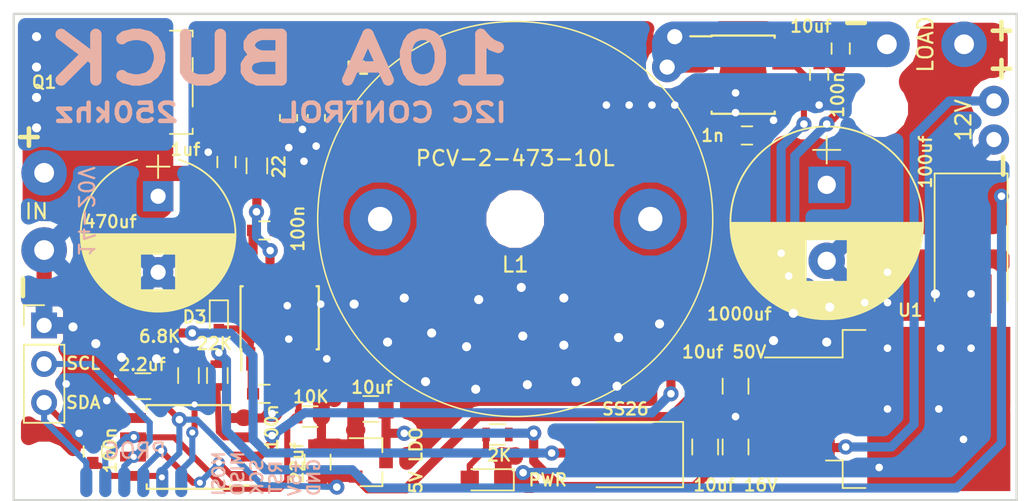
<source format=kicad_pcb>
(kicad_pcb (version 4) (host pcbnew 4.0.6)

  (general
    (links 86)
    (no_connects 0)
    (area 165.924999 107.924999 232.075001 140.075001)
    (thickness 1.6)
    (drawings 24)
    (tracks 453)
    (zones 0)
    (modules 39)
    (nets 21)
  )

  (page A4)
  (layers
    (0 F.Cu signal)
    (31 B.Cu signal)
    (32 B.Adhes user)
    (33 F.Adhes user)
    (34 B.Paste user)
    (35 F.Paste user)
    (36 B.SilkS user)
    (37 F.SilkS user)
    (38 B.Mask user)
    (39 F.Mask user)
    (40 Dwgs.User user)
    (41 Cmts.User user)
    (42 Eco1.User user)
    (43 Eco2.User user)
    (44 Edge.Cuts user)
    (45 Margin user)
    (46 B.CrtYd user)
    (47 F.CrtYd user)
    (48 B.Fab user)
    (49 F.Fab user)
  )

  (setup
    (last_trace_width 0.4)
    (user_trace_width 0.6)
    (user_trace_width 1)
    (user_trace_width 2)
    (user_trace_width 3)
    (user_trace_width 4)
    (trace_clearance 0.2)
    (zone_clearance 0.2)
    (zone_45_only yes)
    (trace_min 0.2)
    (segment_width 0.2)
    (edge_width 0.15)
    (via_size 1)
    (via_drill 0.5)
    (via_min_size 0.4)
    (via_min_drill 0.3)
    (user_via 0.8 0.4)
    (user_via 1 0.6)
    (user_via 2 1)
    (user_via 3 1.5)
    (user_via 5 2)
    (uvia_size 0.3)
    (uvia_drill 0.1)
    (uvias_allowed no)
    (uvia_min_size 0.2)
    (uvia_min_drill 0.1)
    (pcb_text_width 0.3)
    (pcb_text_size 1.5 1.5)
    (mod_edge_width 0.15)
    (mod_text_size 1 1)
    (mod_text_width 0.15)
    (pad_size 2.1 2.1)
    (pad_drill 2.1)
    (pad_to_mask_clearance 0.1)
    (aux_axis_origin 0 0)
    (visible_elements 7FFFFF7F)
    (pcbplotparams
      (layerselection 0x000f0_80000001)
      (usegerberextensions false)
      (excludeedgelayer false)
      (linewidth 0.100000)
      (plotframeref false)
      (viasonmask false)
      (mode 1)
      (useauxorigin false)
      (hpglpennumber 1)
      (hpglpenspeed 20)
      (hpglpendiameter 15)
      (hpglpenoverlay 2)
      (psnegative false)
      (psa4output false)
      (plotreference true)
      (plotvalue true)
      (plotinvisibletext false)
      (padsonsilk false)
      (subtractmaskfromsilk false)
      (outputformat 1)
      (mirror false)
      (drillshape 0)
      (scaleselection 1)
      (outputdirectory Gerber/))
  )

  (net 0 "")
  (net 1 GND)
  (net 2 "Net-(C1-Pad2)")
  (net 3 +12V)
  (net 4 +5V)
  (net 5 "Net-(C6-Pad1)")
  (net 6 "Net-(C8-Pad2)")
  (net 7 "Net-(C8-Pad1)")
  (net 8 /VOUT)
  (net 9 "Net-(C15-Pad2)")
  (net 10 /SCL)
  (net 11 /SDA)
  (net 12 "Net-(J4-Pad2)")
  (net 13 "Net-(Q1-Pad1)")
  (net 14 /Vsense)
  (net 15 /PWM)
  (net 16 "Net-(R4-Pad2)")
  (net 17 "Net-(U3-Pad5)")
  (net 18 /Isense)
  (net 19 /RST)
  (net 20 "Net-(D4-Pad2)")

  (net_class Default "This is the default net class."
    (clearance 0.2)
    (trace_width 0.4)
    (via_dia 1)
    (via_drill 0.5)
    (uvia_dia 0.3)
    (uvia_drill 0.1)
    (add_net +12V)
    (add_net +5V)
    (add_net /Isense)
    (add_net /PWM)
    (add_net /RST)
    (add_net /SCL)
    (add_net /SDA)
    (add_net /VOUT)
    (add_net /Vsense)
    (add_net GND)
    (add_net "Net-(C1-Pad2)")
    (add_net "Net-(C15-Pad2)")
    (add_net "Net-(C6-Pad1)")
    (add_net "Net-(C8-Pad1)")
    (add_net "Net-(C8-Pad2)")
    (add_net "Net-(D4-Pad2)")
    (add_net "Net-(J4-Pad2)")
    (add_net "Net-(Q1-Pad1)")
    (add_net "Net-(R4-Pad2)")
    (add_net "Net-(U3-Pad5)")
  )

  (module Mounting_Holes:MountingHole_3.2mm_M3 (layer F.Cu) (tedit 5B65FD01) (tstamp 5B663A5D)
    (at 223 114.25)
    (descr "Mounting Hole 3.2mm, no annular, M3")
    (tags "mounting hole 3.2mm no annular m3")
    (attr virtual)
    (fp_text reference REF** (at 0 -4.2) (layer F.SilkS) hide
      (effects (font (size 1 1) (thickness 0.15)))
    )
    (fp_text value MountingHole_3.2mm_M3 (at 0 4.2) (layer F.Fab) hide
      (effects (font (size 1 1) (thickness 0.15)))
    )
    (fp_text user %R (at 0.3 0) (layer F.Fab) hide
      (effects (font (size 1 1) (thickness 0.15)))
    )
    (pad "" np_thru_hole circle (at 0 0) (size 2.1 2.1) (drill 2.1) (layers *.Cu *.Mask)
      (clearance 0.8))
  )

  (module Mounting_Holes:MountingHole_3.2mm_M3 (layer F.Cu) (tedit 5B65FD0E) (tstamp 5B663671)
    (at 168 138)
    (descr "Mounting Hole 3.2mm, no annular, M3")
    (tags "mounting hole 3.2mm no annular m3")
    (attr virtual)
    (fp_text reference REF** (at 0 -4.2) (layer F.SilkS) hide
      (effects (font (size 1 1) (thickness 0.15)))
    )
    (fp_text value MountingHole_3.2mm_M3 (at 0 4.2) (layer F.Fab) hide
      (effects (font (size 1 1) (thickness 0.15)))
    )
    (fp_text user %R (at 0.3 0) (layer F.Fab) hide
      (effects (font (size 1 1) (thickness 0.15)))
    )
    (pad "" np_thru_hole circle (at 0 0) (size 2.1 2.1) (drill 2.1) (layers *.Cu *.Mask)
      (clearance 0.8))
  )

  (module D_Powermite3 (layer F.Cu) (tedit 5B66BE61) (tstamp 5B65F85A)
    (at 185 112.5 270)
    (descr "Microsemi Powermite 3 SMD power package (https://www.microsemi.com/packaging-information/partpackage/details?pid=5340)")
    (tags PowerMite3)
    (path /5B646A06)
    (attr smd)
    (fp_text reference D1 (at -0.925 -3.625 360) (layer F.SilkS)
      (effects (font (size 0.8 0.8) (thickness 0.15)))
    )
    (fp_text value PPS1045 (at 0 3.4 270) (layer F.Fab) hide
      (effects (font (size 1 1) (thickness 0.15)))
    )
    (fp_text user %R (at -0.2 0 270) (layer F.Fab)
      (effects (font (size 1 1) (thickness 0.15)))
    )
    (fp_line (start -3.69 -2.67) (end -3.69 2.67) (layer F.CrtYd) (width 0.05))
    (fp_line (start 2.16 -2.67) (end -3.69 -2.67) (layer F.CrtYd) (width 0.05))
    (fp_line (start 2.16 -1.61) (end 2.16 -2.67) (layer F.CrtYd) (width 0.05))
    (fp_line (start 3.69 -1.61) (end 2.16 -1.61) (layer F.CrtYd) (width 0.05))
    (fp_line (start 3.69 1.61) (end 3.69 -1.61) (layer F.CrtYd) (width 0.05))
    (fp_line (start 2.16 1.61) (end 3.69 1.61) (layer F.CrtYd) (width 0.05))
    (fp_line (start 2.16 2.67) (end 2.16 1.61) (layer F.CrtYd) (width 0.05))
    (fp_line (start -3.69 2.67) (end 2.16 2.67) (layer F.CrtYd) (width 0.05))
    (fp_line (start -2.464 0.89) (end -3.154 0.89) (layer F.Fab) (width 0.1))
    (fp_line (start -3.154 0.89) (end -3.154 -0.89) (layer F.Fab) (width 0.1))
    (fp_line (start -3.154 -0.89) (end -2.464 -0.89) (layer F.Fab) (width 0.1))
    (fp_line (start 1.936 2.03) (end 1.936 -2.03) (layer F.Fab) (width 0.1))
    (fp_line (start 1.936 -2.03) (end -2.464 -2.03) (layer F.Fab) (width 0.1))
    (fp_line (start -2.464 -2.03) (end -2.464 2.03) (layer F.Fab) (width 0.1))
    (fp_line (start -2.464 2.03) (end 1.936 2.03) (layer F.Fab) (width 0.1))
    (fp_line (start 3.358 -0.4705) (end 3.358 -1.3595) (layer F.Fab) (width 0.1))
    (fp_line (start 3.358 -1.3595) (end 1.936 -1.3595) (layer F.Fab) (width 0.1))
    (fp_line (start 3.358 -0.4705) (end 1.936 -0.4705) (layer F.Fab) (width 0.1))
    (fp_line (start 3.358 1.3595) (end 1.936 1.3595) (layer F.Fab) (width 0.1))
    (fp_line (start 3.358 1.3595) (end 3.358 0.4705) (layer F.Fab) (width 0.1))
    (fp_line (start 3.358 0.4705) (end 1.936 0.4705) (layer F.Fab) (width 0.1))
    (fp_line (start 2.538 1.4795) (end 2.138 1.4795) (layer F.SilkS) (width 0.12))
    (fp_line (start 2.538 -1.4795) (end 2.138 -1.4795) (layer F.SilkS) (width 0.12))
    (fp_line (start 2.538 0.3505) (end 2.138 0.3505) (layer F.SilkS) (width 0.12))
    (fp_line (start 2.538 -0.3505) (end 2.138 -0.3505) (layer F.SilkS) (width 0.12))
    (pad 2 smd rect (at 3.053 0.9145 90) (size 0.762 0.965) (layers F.Cu F.Paste F.Mask)
      (net 1 GND))
    (pad 2 smd rect (at 3.053 -0.9145 90) (size 0.762 0.965) (layers F.Cu F.Paste F.Mask)
      (net 1 GND))
    (pad 1 smd rect (at -1 0 90) (size 5 3.3) (layers F.Cu F.Paste F.Mask)
      (net 7 "Net-(C8-Pad1)"))
    (model ../../../../../../src/Tennp/Git/KiCadCustomLibs/wrl/PPS1045.wrl
      (at (xyz 0 0 0))
      (scale (xyz 0.395 0.395 0.395))
      (rotate (xyz 0 0 270))
    )
  )

  (module Capacitors_SMD:C_0805 (layer F.Cu) (tedit 5B66C17C) (tstamp 5B65F5A7)
    (at 213.5 132.5 90)
    (descr "Capacitor SMD 0805, reflow soldering, AVX (see smccp.pdf)")
    (tags "capacitor 0805")
    (path /5B662856)
    (attr smd)
    (fp_text reference C1 (at 0 -1.5 90) (layer F.SilkS) hide
      (effects (font (size 1 1) (thickness 0.15)))
    )
    (fp_text value "10uf 50V" (at 2.25 -0.75 180) (layer F.SilkS)
      (effects (font (size 0.8 0.8) (thickness 0.15)))
    )
    (fp_text user %R (at 0 -1.5 90) (layer F.Fab) hide
      (effects (font (size 1 1) (thickness 0.15)))
    )
    (fp_line (start -1 0.62) (end -1 -0.62) (layer F.Fab) (width 0.1))
    (fp_line (start 1 0.62) (end -1 0.62) (layer F.Fab) (width 0.1))
    (fp_line (start 1 -0.62) (end 1 0.62) (layer F.Fab) (width 0.1))
    (fp_line (start -1 -0.62) (end 1 -0.62) (layer F.Fab) (width 0.1))
    (fp_line (start 0.5 -0.85) (end -0.5 -0.85) (layer F.SilkS) (width 0.12))
    (fp_line (start -0.5 0.85) (end 0.5 0.85) (layer F.SilkS) (width 0.12))
    (fp_line (start -1.75 -0.88) (end 1.75 -0.88) (layer F.CrtYd) (width 0.05))
    (fp_line (start -1.75 -0.88) (end -1.75 0.87) (layer F.CrtYd) (width 0.05))
    (fp_line (start 1.75 0.87) (end 1.75 -0.88) (layer F.CrtYd) (width 0.05))
    (fp_line (start 1.75 0.87) (end -1.75 0.87) (layer F.CrtYd) (width 0.05))
    (pad 1 smd rect (at -1 0 90) (size 1 1.25) (layers F.Cu F.Paste F.Mask)
      (net 1 GND))
    (pad 2 smd rect (at 1 0 90) (size 1 1.25) (layers F.Cu F.Paste F.Mask)
      (net 2 "Net-(C1-Pad2)"))
    (model Capacitors_SMD.3dshapes/C_0805.wrl
      (at (xyz 0 0 0))
      (scale (xyz 1 1 1))
      (rotate (xyz 0 0 0))
    )
  )

  (module Capacitors_SMD:C_0805 (layer F.Cu) (tedit 5B66BBE2) (tstamp 5B65F5B8)
    (at 189.5 134)
    (descr "Capacitor SMD 0805, reflow soldering, AVX (see smccp.pdf)")
    (tags "capacitor 0805")
    (path /5B661245)
    (attr smd)
    (fp_text reference C2 (at 0 -1.5) (layer F.SilkS) hide
      (effects (font (size 1 1) (thickness 0.15)))
    )
    (fp_text value 10uf (at 0.075 -1.425) (layer F.SilkS)
      (effects (font (size 0.8 0.8) (thickness 0.15)))
    )
    (fp_text user %R (at 0 -1.5) (layer F.Fab) hide
      (effects (font (size 1 1) (thickness 0.15)))
    )
    (fp_line (start -1 0.62) (end -1 -0.62) (layer F.Fab) (width 0.1))
    (fp_line (start 1 0.62) (end -1 0.62) (layer F.Fab) (width 0.1))
    (fp_line (start 1 -0.62) (end 1 0.62) (layer F.Fab) (width 0.1))
    (fp_line (start -1 -0.62) (end 1 -0.62) (layer F.Fab) (width 0.1))
    (fp_line (start 0.5 -0.85) (end -0.5 -0.85) (layer F.SilkS) (width 0.12))
    (fp_line (start -0.5 0.85) (end 0.5 0.85) (layer F.SilkS) (width 0.12))
    (fp_line (start -1.75 -0.88) (end 1.75 -0.88) (layer F.CrtYd) (width 0.05))
    (fp_line (start -1.75 -0.88) (end -1.75 0.87) (layer F.CrtYd) (width 0.05))
    (fp_line (start 1.75 0.87) (end 1.75 -0.88) (layer F.CrtYd) (width 0.05))
    (fp_line (start 1.75 0.87) (end -1.75 0.87) (layer F.CrtYd) (width 0.05))
    (pad 1 smd rect (at -1 0) (size 1 1.25) (layers F.Cu F.Paste F.Mask)
      (net 1 GND))
    (pad 2 smd rect (at 1 0) (size 1 1.25) (layers F.Cu F.Paste F.Mask)
      (net 3 +12V))
    (model Capacitors_SMD.3dshapes/C_0805.wrl
      (at (xyz 0 0 0))
      (scale (xyz 1 1 1))
      (rotate (xyz 0 0 0))
    )
  )

  (module Capacitors_SMD:C_0805 (layer F.Cu) (tedit 5B66C169) (tstamp 5B65F5C9)
    (at 213.5 136.5 270)
    (descr "Capacitor SMD 0805, reflow soldering, AVX (see smccp.pdf)")
    (tags "capacitor 0805")
    (path /5B6637E4)
    (attr smd)
    (fp_text reference C3 (at 0 1.5 270) (layer F.SilkS) hide
      (effects (font (size 1 1) (thickness 0.15)))
    )
    (fp_text value "10uf 16V" (at 2.5 0 360) (layer F.SilkS)
      (effects (font (size 0.8 0.8) (thickness 0.15)))
    )
    (fp_text user %R (at 0 -1.5 270) (layer F.Fab) hide
      (effects (font (size 1 1) (thickness 0.15)))
    )
    (fp_line (start -1 0.62) (end -1 -0.62) (layer F.Fab) (width 0.1))
    (fp_line (start 1 0.62) (end -1 0.62) (layer F.Fab) (width 0.1))
    (fp_line (start 1 -0.62) (end 1 0.62) (layer F.Fab) (width 0.1))
    (fp_line (start -1 -0.62) (end 1 -0.62) (layer F.Fab) (width 0.1))
    (fp_line (start 0.5 -0.85) (end -0.5 -0.85) (layer F.SilkS) (width 0.12))
    (fp_line (start -0.5 0.85) (end 0.5 0.85) (layer F.SilkS) (width 0.12))
    (fp_line (start -1.75 -0.88) (end 1.75 -0.88) (layer F.CrtYd) (width 0.05))
    (fp_line (start -1.75 -0.88) (end -1.75 0.87) (layer F.CrtYd) (width 0.05))
    (fp_line (start 1.75 0.87) (end 1.75 -0.88) (layer F.CrtYd) (width 0.05))
    (fp_line (start 1.75 0.87) (end -1.75 0.87) (layer F.CrtYd) (width 0.05))
    (pad 1 smd rect (at -1 0 270) (size 1 1.25) (layers F.Cu F.Paste F.Mask)
      (net 1 GND))
    (pad 2 smd rect (at 1 0 270) (size 1 1.25) (layers F.Cu F.Paste F.Mask)
      (net 3 +12V))
    (model Capacitors_SMD.3dshapes/C_0805.wrl
      (at (xyz 0 0 0))
      (scale (xyz 1 1 1))
      (rotate (xyz 0 0 0))
    )
  )

  (module Capacitors_SMD:C_0805 (layer F.Cu) (tedit 5B66BC72) (tstamp 5B65F5DA)
    (at 174.5 132.5)
    (descr "Capacitor SMD 0805, reflow soldering, AVX (see smccp.pdf)")
    (tags "capacitor 0805")
    (path /5B66104F)
    (attr smd)
    (fp_text reference C4 (at 0 -1.5) (layer F.SilkS) hide
      (effects (font (size 1 1) (thickness 0.15)))
    )
    (fp_text value 2.2uf (at -0.05 -1.425) (layer F.SilkS)
      (effects (font (size 0.8 0.8) (thickness 0.15)))
    )
    (fp_text user %R (at 0 -1.5) (layer F.Fab) hide
      (effects (font (size 1 1) (thickness 0.15)))
    )
    (fp_line (start -1 0.62) (end -1 -0.62) (layer F.Fab) (width 0.1))
    (fp_line (start 1 0.62) (end -1 0.62) (layer F.Fab) (width 0.1))
    (fp_line (start 1 -0.62) (end 1 0.62) (layer F.Fab) (width 0.1))
    (fp_line (start -1 -0.62) (end 1 -0.62) (layer F.Fab) (width 0.1))
    (fp_line (start 0.5 -0.85) (end -0.5 -0.85) (layer F.SilkS) (width 0.12))
    (fp_line (start -0.5 0.85) (end 0.5 0.85) (layer F.SilkS) (width 0.12))
    (fp_line (start -1.75 -0.88) (end 1.75 -0.88) (layer F.CrtYd) (width 0.05))
    (fp_line (start -1.75 -0.88) (end -1.75 0.87) (layer F.CrtYd) (width 0.05))
    (fp_line (start 1.75 0.87) (end 1.75 -0.88) (layer F.CrtYd) (width 0.05))
    (fp_line (start 1.75 0.87) (end -1.75 0.87) (layer F.CrtYd) (width 0.05))
    (pad 1 smd rect (at -1 0) (size 1 1.25) (layers F.Cu F.Paste F.Mask)
      (net 1 GND))
    (pad 2 smd rect (at 1 0) (size 1 1.25) (layers F.Cu F.Paste F.Mask)
      (net 4 +5V))
    (model Capacitors_SMD.3dshapes/C_0805.wrl
      (at (xyz 0 0 0))
      (scale (xyz 1 1 1))
      (rotate (xyz 0 0 0))
    )
  )

  (module Capacitors_SMD:C_0805 (layer F.Cu) (tedit 5B66C14A) (tstamp 5B65F5EB)
    (at 211.5 136.5 270)
    (descr "Capacitor SMD 0805, reflow soldering, AVX (see smccp.pdf)")
    (tags "capacitor 0805")
    (path /5B66647F)
    (attr smd)
    (fp_text reference C5 (at 0 -1.5 270) (layer F.SilkS) hide
      (effects (font (size 1 1) (thickness 0.15)))
    )
    (fp_text value "10uf 16V" (at -2.5 2 360) (layer F.SilkS) hide
      (effects (font (size 0.8 0.8) (thickness 0.15)))
    )
    (fp_text user %R (at 0 -1.5 270) (layer F.Fab) hide
      (effects (font (size 1 1) (thickness 0.15)))
    )
    (fp_line (start -1 0.62) (end -1 -0.62) (layer F.Fab) (width 0.1))
    (fp_line (start 1 0.62) (end -1 0.62) (layer F.Fab) (width 0.1))
    (fp_line (start 1 -0.62) (end 1 0.62) (layer F.Fab) (width 0.1))
    (fp_line (start -1 -0.62) (end 1 -0.62) (layer F.Fab) (width 0.1))
    (fp_line (start 0.5 -0.85) (end -0.5 -0.85) (layer F.SilkS) (width 0.12))
    (fp_line (start -0.5 0.85) (end 0.5 0.85) (layer F.SilkS) (width 0.12))
    (fp_line (start -1.75 -0.88) (end 1.75 -0.88) (layer F.CrtYd) (width 0.05))
    (fp_line (start -1.75 -0.88) (end -1.75 0.87) (layer F.CrtYd) (width 0.05))
    (fp_line (start 1.75 0.87) (end 1.75 -0.88) (layer F.CrtYd) (width 0.05))
    (fp_line (start 1.75 0.87) (end -1.75 0.87) (layer F.CrtYd) (width 0.05))
    (pad 1 smd rect (at -1 0 270) (size 1 1.25) (layers F.Cu F.Paste F.Mask)
      (net 1 GND))
    (pad 2 smd rect (at 1 0 270) (size 1 1.25) (layers F.Cu F.Paste F.Mask)
      (net 3 +12V))
    (model Capacitors_SMD.3dshapes/C_0805.wrl
      (at (xyz 0 0 0))
      (scale (xyz 1 1 1))
      (rotate (xyz 0 0 0))
    )
  )

  (module Capacitors_THT:CP_Radial_D10.0mm_P5.00mm (layer F.Cu) (tedit 5B66BDFB) (tstamp 5B65F6B9)
    (at 175.5 120 270)
    (descr "CP, Radial series, Radial, pin pitch=5.00mm, , diameter=10mm, Electrolytic Capacitor")
    (tags "CP Radial series Radial pin pitch 5.00mm  diameter 10mm Electrolytic Capacitor")
    (path /5B64DD34)
    (fp_text reference C6 (at 2.5 -6.31 270) (layer F.SilkS) hide
      (effects (font (size 1 1) (thickness 0.15)))
    )
    (fp_text value 470uf (at 1.675 3.15 360) (layer F.SilkS)
      (effects (font (size 0.8 0.8) (thickness 0.15)))
    )
    (fp_arc (start 2.5 0) (end -2.399357 -1.38) (angle 148.5) (layer F.SilkS) (width 0.12))
    (fp_arc (start 2.5 0) (end -2.399357 1.38) (angle -148.5) (layer F.SilkS) (width 0.12))
    (fp_arc (start 2.5 0) (end 7.399357 -1.38) (angle 31.5) (layer F.SilkS) (width 0.12))
    (fp_circle (center 2.5 0) (end 7.5 0) (layer F.Fab) (width 0.1))
    (fp_line (start -2.7 0) (end -1.2 0) (layer F.Fab) (width 0.1))
    (fp_line (start -1.95 -0.75) (end -1.95 0.75) (layer F.Fab) (width 0.1))
    (fp_line (start 2.5 -5.05) (end 2.5 5.05) (layer F.SilkS) (width 0.12))
    (fp_line (start 2.54 -5.05) (end 2.54 5.05) (layer F.SilkS) (width 0.12))
    (fp_line (start 2.58 -5.05) (end 2.58 5.05) (layer F.SilkS) (width 0.12))
    (fp_line (start 2.62 -5.049) (end 2.62 5.049) (layer F.SilkS) (width 0.12))
    (fp_line (start 2.66 -5.048) (end 2.66 5.048) (layer F.SilkS) (width 0.12))
    (fp_line (start 2.7 -5.047) (end 2.7 5.047) (layer F.SilkS) (width 0.12))
    (fp_line (start 2.74 -5.045) (end 2.74 5.045) (layer F.SilkS) (width 0.12))
    (fp_line (start 2.78 -5.043) (end 2.78 5.043) (layer F.SilkS) (width 0.12))
    (fp_line (start 2.82 -5.04) (end 2.82 5.04) (layer F.SilkS) (width 0.12))
    (fp_line (start 2.86 -5.038) (end 2.86 5.038) (layer F.SilkS) (width 0.12))
    (fp_line (start 2.9 -5.035) (end 2.9 5.035) (layer F.SilkS) (width 0.12))
    (fp_line (start 2.94 -5.031) (end 2.94 5.031) (layer F.SilkS) (width 0.12))
    (fp_line (start 2.98 -5.028) (end 2.98 5.028) (layer F.SilkS) (width 0.12))
    (fp_line (start 3.02 -5.024) (end 3.02 5.024) (layer F.SilkS) (width 0.12))
    (fp_line (start 3.06 -5.02) (end 3.06 5.02) (layer F.SilkS) (width 0.12))
    (fp_line (start 3.1 -5.015) (end 3.1 5.015) (layer F.SilkS) (width 0.12))
    (fp_line (start 3.14 -5.01) (end 3.14 5.01) (layer F.SilkS) (width 0.12))
    (fp_line (start 3.18 -5.005) (end 3.18 5.005) (layer F.SilkS) (width 0.12))
    (fp_line (start 3.221 -4.999) (end 3.221 4.999) (layer F.SilkS) (width 0.12))
    (fp_line (start 3.261 -4.993) (end 3.261 4.993) (layer F.SilkS) (width 0.12))
    (fp_line (start 3.301 -4.987) (end 3.301 4.987) (layer F.SilkS) (width 0.12))
    (fp_line (start 3.341 -4.981) (end 3.341 4.981) (layer F.SilkS) (width 0.12))
    (fp_line (start 3.381 -4.974) (end 3.381 4.974) (layer F.SilkS) (width 0.12))
    (fp_line (start 3.421 -4.967) (end 3.421 4.967) (layer F.SilkS) (width 0.12))
    (fp_line (start 3.461 -4.959) (end 3.461 4.959) (layer F.SilkS) (width 0.12))
    (fp_line (start 3.501 -4.951) (end 3.501 4.951) (layer F.SilkS) (width 0.12))
    (fp_line (start 3.541 -4.943) (end 3.541 4.943) (layer F.SilkS) (width 0.12))
    (fp_line (start 3.581 -4.935) (end 3.581 4.935) (layer F.SilkS) (width 0.12))
    (fp_line (start 3.621 -4.926) (end 3.621 4.926) (layer F.SilkS) (width 0.12))
    (fp_line (start 3.661 -4.917) (end 3.661 4.917) (layer F.SilkS) (width 0.12))
    (fp_line (start 3.701 -4.907) (end 3.701 4.907) (layer F.SilkS) (width 0.12))
    (fp_line (start 3.741 -4.897) (end 3.741 4.897) (layer F.SilkS) (width 0.12))
    (fp_line (start 3.781 -4.887) (end 3.781 4.887) (layer F.SilkS) (width 0.12))
    (fp_line (start 3.821 -4.876) (end 3.821 -1.181) (layer F.SilkS) (width 0.12))
    (fp_line (start 3.821 1.181) (end 3.821 4.876) (layer F.SilkS) (width 0.12))
    (fp_line (start 3.861 -4.865) (end 3.861 -1.181) (layer F.SilkS) (width 0.12))
    (fp_line (start 3.861 1.181) (end 3.861 4.865) (layer F.SilkS) (width 0.12))
    (fp_line (start 3.901 -4.854) (end 3.901 -1.181) (layer F.SilkS) (width 0.12))
    (fp_line (start 3.901 1.181) (end 3.901 4.854) (layer F.SilkS) (width 0.12))
    (fp_line (start 3.941 -4.843) (end 3.941 -1.181) (layer F.SilkS) (width 0.12))
    (fp_line (start 3.941 1.181) (end 3.941 4.843) (layer F.SilkS) (width 0.12))
    (fp_line (start 3.981 -4.831) (end 3.981 -1.181) (layer F.SilkS) (width 0.12))
    (fp_line (start 3.981 1.181) (end 3.981 4.831) (layer F.SilkS) (width 0.12))
    (fp_line (start 4.021 -4.818) (end 4.021 -1.181) (layer F.SilkS) (width 0.12))
    (fp_line (start 4.021 1.181) (end 4.021 4.818) (layer F.SilkS) (width 0.12))
    (fp_line (start 4.061 -4.806) (end 4.061 -1.181) (layer F.SilkS) (width 0.12))
    (fp_line (start 4.061 1.181) (end 4.061 4.806) (layer F.SilkS) (width 0.12))
    (fp_line (start 4.101 -4.792) (end 4.101 -1.181) (layer F.SilkS) (width 0.12))
    (fp_line (start 4.101 1.181) (end 4.101 4.792) (layer F.SilkS) (width 0.12))
    (fp_line (start 4.141 -4.779) (end 4.141 -1.181) (layer F.SilkS) (width 0.12))
    (fp_line (start 4.141 1.181) (end 4.141 4.779) (layer F.SilkS) (width 0.12))
    (fp_line (start 4.181 -4.765) (end 4.181 -1.181) (layer F.SilkS) (width 0.12))
    (fp_line (start 4.181 1.181) (end 4.181 4.765) (layer F.SilkS) (width 0.12))
    (fp_line (start 4.221 -4.751) (end 4.221 -1.181) (layer F.SilkS) (width 0.12))
    (fp_line (start 4.221 1.181) (end 4.221 4.751) (layer F.SilkS) (width 0.12))
    (fp_line (start 4.261 -4.737) (end 4.261 -1.181) (layer F.SilkS) (width 0.12))
    (fp_line (start 4.261 1.181) (end 4.261 4.737) (layer F.SilkS) (width 0.12))
    (fp_line (start 4.301 -4.722) (end 4.301 -1.181) (layer F.SilkS) (width 0.12))
    (fp_line (start 4.301 1.181) (end 4.301 4.722) (layer F.SilkS) (width 0.12))
    (fp_line (start 4.341 -4.706) (end 4.341 -1.181) (layer F.SilkS) (width 0.12))
    (fp_line (start 4.341 1.181) (end 4.341 4.706) (layer F.SilkS) (width 0.12))
    (fp_line (start 4.381 -4.691) (end 4.381 -1.181) (layer F.SilkS) (width 0.12))
    (fp_line (start 4.381 1.181) (end 4.381 4.691) (layer F.SilkS) (width 0.12))
    (fp_line (start 4.421 -4.674) (end 4.421 -1.181) (layer F.SilkS) (width 0.12))
    (fp_line (start 4.421 1.181) (end 4.421 4.674) (layer F.SilkS) (width 0.12))
    (fp_line (start 4.461 -4.658) (end 4.461 -1.181) (layer F.SilkS) (width 0.12))
    (fp_line (start 4.461 1.181) (end 4.461 4.658) (layer F.SilkS) (width 0.12))
    (fp_line (start 4.501 -4.641) (end 4.501 -1.181) (layer F.SilkS) (width 0.12))
    (fp_line (start 4.501 1.181) (end 4.501 4.641) (layer F.SilkS) (width 0.12))
    (fp_line (start 4.541 -4.624) (end 4.541 -1.181) (layer F.SilkS) (width 0.12))
    (fp_line (start 4.541 1.181) (end 4.541 4.624) (layer F.SilkS) (width 0.12))
    (fp_line (start 4.581 -4.606) (end 4.581 -1.181) (layer F.SilkS) (width 0.12))
    (fp_line (start 4.581 1.181) (end 4.581 4.606) (layer F.SilkS) (width 0.12))
    (fp_line (start 4.621 -4.588) (end 4.621 -1.181) (layer F.SilkS) (width 0.12))
    (fp_line (start 4.621 1.181) (end 4.621 4.588) (layer F.SilkS) (width 0.12))
    (fp_line (start 4.661 -4.569) (end 4.661 -1.181) (layer F.SilkS) (width 0.12))
    (fp_line (start 4.661 1.181) (end 4.661 4.569) (layer F.SilkS) (width 0.12))
    (fp_line (start 4.701 -4.55) (end 4.701 -1.181) (layer F.SilkS) (width 0.12))
    (fp_line (start 4.701 1.181) (end 4.701 4.55) (layer F.SilkS) (width 0.12))
    (fp_line (start 4.741 -4.531) (end 4.741 -1.181) (layer F.SilkS) (width 0.12))
    (fp_line (start 4.741 1.181) (end 4.741 4.531) (layer F.SilkS) (width 0.12))
    (fp_line (start 4.781 -4.511) (end 4.781 -1.181) (layer F.SilkS) (width 0.12))
    (fp_line (start 4.781 1.181) (end 4.781 4.511) (layer F.SilkS) (width 0.12))
    (fp_line (start 4.821 -4.491) (end 4.821 -1.181) (layer F.SilkS) (width 0.12))
    (fp_line (start 4.821 1.181) (end 4.821 4.491) (layer F.SilkS) (width 0.12))
    (fp_line (start 4.861 -4.47) (end 4.861 -1.181) (layer F.SilkS) (width 0.12))
    (fp_line (start 4.861 1.181) (end 4.861 4.47) (layer F.SilkS) (width 0.12))
    (fp_line (start 4.901 -4.449) (end 4.901 -1.181) (layer F.SilkS) (width 0.12))
    (fp_line (start 4.901 1.181) (end 4.901 4.449) (layer F.SilkS) (width 0.12))
    (fp_line (start 4.941 -4.428) (end 4.941 -1.181) (layer F.SilkS) (width 0.12))
    (fp_line (start 4.941 1.181) (end 4.941 4.428) (layer F.SilkS) (width 0.12))
    (fp_line (start 4.981 -4.405) (end 4.981 -1.181) (layer F.SilkS) (width 0.12))
    (fp_line (start 4.981 1.181) (end 4.981 4.405) (layer F.SilkS) (width 0.12))
    (fp_line (start 5.021 -4.383) (end 5.021 -1.181) (layer F.SilkS) (width 0.12))
    (fp_line (start 5.021 1.181) (end 5.021 4.383) (layer F.SilkS) (width 0.12))
    (fp_line (start 5.061 -4.36) (end 5.061 -1.181) (layer F.SilkS) (width 0.12))
    (fp_line (start 5.061 1.181) (end 5.061 4.36) (layer F.SilkS) (width 0.12))
    (fp_line (start 5.101 -4.336) (end 5.101 -1.181) (layer F.SilkS) (width 0.12))
    (fp_line (start 5.101 1.181) (end 5.101 4.336) (layer F.SilkS) (width 0.12))
    (fp_line (start 5.141 -4.312) (end 5.141 -1.181) (layer F.SilkS) (width 0.12))
    (fp_line (start 5.141 1.181) (end 5.141 4.312) (layer F.SilkS) (width 0.12))
    (fp_line (start 5.181 -4.288) (end 5.181 -1.181) (layer F.SilkS) (width 0.12))
    (fp_line (start 5.181 1.181) (end 5.181 4.288) (layer F.SilkS) (width 0.12))
    (fp_line (start 5.221 -4.263) (end 5.221 -1.181) (layer F.SilkS) (width 0.12))
    (fp_line (start 5.221 1.181) (end 5.221 4.263) (layer F.SilkS) (width 0.12))
    (fp_line (start 5.261 -4.237) (end 5.261 -1.181) (layer F.SilkS) (width 0.12))
    (fp_line (start 5.261 1.181) (end 5.261 4.237) (layer F.SilkS) (width 0.12))
    (fp_line (start 5.301 -4.211) (end 5.301 -1.181) (layer F.SilkS) (width 0.12))
    (fp_line (start 5.301 1.181) (end 5.301 4.211) (layer F.SilkS) (width 0.12))
    (fp_line (start 5.341 -4.185) (end 5.341 -1.181) (layer F.SilkS) (width 0.12))
    (fp_line (start 5.341 1.181) (end 5.341 4.185) (layer F.SilkS) (width 0.12))
    (fp_line (start 5.381 -4.157) (end 5.381 -1.181) (layer F.SilkS) (width 0.12))
    (fp_line (start 5.381 1.181) (end 5.381 4.157) (layer F.SilkS) (width 0.12))
    (fp_line (start 5.421 -4.13) (end 5.421 -1.181) (layer F.SilkS) (width 0.12))
    (fp_line (start 5.421 1.181) (end 5.421 4.13) (layer F.SilkS) (width 0.12))
    (fp_line (start 5.461 -4.101) (end 5.461 -1.181) (layer F.SilkS) (width 0.12))
    (fp_line (start 5.461 1.181) (end 5.461 4.101) (layer F.SilkS) (width 0.12))
    (fp_line (start 5.501 -4.072) (end 5.501 -1.181) (layer F.SilkS) (width 0.12))
    (fp_line (start 5.501 1.181) (end 5.501 4.072) (layer F.SilkS) (width 0.12))
    (fp_line (start 5.541 -4.043) (end 5.541 -1.181) (layer F.SilkS) (width 0.12))
    (fp_line (start 5.541 1.181) (end 5.541 4.043) (layer F.SilkS) (width 0.12))
    (fp_line (start 5.581 -4.013) (end 5.581 -1.181) (layer F.SilkS) (width 0.12))
    (fp_line (start 5.581 1.181) (end 5.581 4.013) (layer F.SilkS) (width 0.12))
    (fp_line (start 5.621 -3.982) (end 5.621 -1.181) (layer F.SilkS) (width 0.12))
    (fp_line (start 5.621 1.181) (end 5.621 3.982) (layer F.SilkS) (width 0.12))
    (fp_line (start 5.661 -3.951) (end 5.661 -1.181) (layer F.SilkS) (width 0.12))
    (fp_line (start 5.661 1.181) (end 5.661 3.951) (layer F.SilkS) (width 0.12))
    (fp_line (start 5.701 -3.919) (end 5.701 -1.181) (layer F.SilkS) (width 0.12))
    (fp_line (start 5.701 1.181) (end 5.701 3.919) (layer F.SilkS) (width 0.12))
    (fp_line (start 5.741 -3.886) (end 5.741 -1.181) (layer F.SilkS) (width 0.12))
    (fp_line (start 5.741 1.181) (end 5.741 3.886) (layer F.SilkS) (width 0.12))
    (fp_line (start 5.781 -3.853) (end 5.781 -1.181) (layer F.SilkS) (width 0.12))
    (fp_line (start 5.781 1.181) (end 5.781 3.853) (layer F.SilkS) (width 0.12))
    (fp_line (start 5.821 -3.819) (end 5.821 -1.181) (layer F.SilkS) (width 0.12))
    (fp_line (start 5.821 1.181) (end 5.821 3.819) (layer F.SilkS) (width 0.12))
    (fp_line (start 5.861 -3.784) (end 5.861 -1.181) (layer F.SilkS) (width 0.12))
    (fp_line (start 5.861 1.181) (end 5.861 3.784) (layer F.SilkS) (width 0.12))
    (fp_line (start 5.901 -3.748) (end 5.901 -1.181) (layer F.SilkS) (width 0.12))
    (fp_line (start 5.901 1.181) (end 5.901 3.748) (layer F.SilkS) (width 0.12))
    (fp_line (start 5.941 -3.712) (end 5.941 -1.181) (layer F.SilkS) (width 0.12))
    (fp_line (start 5.941 1.181) (end 5.941 3.712) (layer F.SilkS) (width 0.12))
    (fp_line (start 5.981 -3.675) (end 5.981 -1.181) (layer F.SilkS) (width 0.12))
    (fp_line (start 5.981 1.181) (end 5.981 3.675) (layer F.SilkS) (width 0.12))
    (fp_line (start 6.021 -3.637) (end 6.021 -1.181) (layer F.SilkS) (width 0.12))
    (fp_line (start 6.021 1.181) (end 6.021 3.637) (layer F.SilkS) (width 0.12))
    (fp_line (start 6.061 -3.598) (end 6.061 -1.181) (layer F.SilkS) (width 0.12))
    (fp_line (start 6.061 1.181) (end 6.061 3.598) (layer F.SilkS) (width 0.12))
    (fp_line (start 6.101 -3.559) (end 6.101 -1.181) (layer F.SilkS) (width 0.12))
    (fp_line (start 6.101 1.181) (end 6.101 3.559) (layer F.SilkS) (width 0.12))
    (fp_line (start 6.141 -3.518) (end 6.141 -1.181) (layer F.SilkS) (width 0.12))
    (fp_line (start 6.141 1.181) (end 6.141 3.518) (layer F.SilkS) (width 0.12))
    (fp_line (start 6.181 -3.477) (end 6.181 3.477) (layer F.SilkS) (width 0.12))
    (fp_line (start 6.221 -3.435) (end 6.221 3.435) (layer F.SilkS) (width 0.12))
    (fp_line (start 6.261 -3.391) (end 6.261 3.391) (layer F.SilkS) (width 0.12))
    (fp_line (start 6.301 -3.347) (end 6.301 3.347) (layer F.SilkS) (width 0.12))
    (fp_line (start 6.341 -3.302) (end 6.341 3.302) (layer F.SilkS) (width 0.12))
    (fp_line (start 6.381 -3.255) (end 6.381 3.255) (layer F.SilkS) (width 0.12))
    (fp_line (start 6.421 -3.207) (end 6.421 3.207) (layer F.SilkS) (width 0.12))
    (fp_line (start 6.461 -3.158) (end 6.461 3.158) (layer F.SilkS) (width 0.12))
    (fp_line (start 6.501 -3.108) (end 6.501 3.108) (layer F.SilkS) (width 0.12))
    (fp_line (start 6.541 -3.057) (end 6.541 3.057) (layer F.SilkS) (width 0.12))
    (fp_line (start 6.581 -3.004) (end 6.581 3.004) (layer F.SilkS) (width 0.12))
    (fp_line (start 6.621 -2.949) (end 6.621 2.949) (layer F.SilkS) (width 0.12))
    (fp_line (start 6.661 -2.894) (end 6.661 2.894) (layer F.SilkS) (width 0.12))
    (fp_line (start 6.701 -2.836) (end 6.701 2.836) (layer F.SilkS) (width 0.12))
    (fp_line (start 6.741 -2.777) (end 6.741 2.777) (layer F.SilkS) (width 0.12))
    (fp_line (start 6.781 -2.715) (end 6.781 2.715) (layer F.SilkS) (width 0.12))
    (fp_line (start 6.821 -2.652) (end 6.821 2.652) (layer F.SilkS) (width 0.12))
    (fp_line (start 6.861 -2.587) (end 6.861 2.587) (layer F.SilkS) (width 0.12))
    (fp_line (start 6.901 -2.519) (end 6.901 2.519) (layer F.SilkS) (width 0.12))
    (fp_line (start 6.941 -2.449) (end 6.941 2.449) (layer F.SilkS) (width 0.12))
    (fp_line (start 6.981 -2.377) (end 6.981 2.377) (layer F.SilkS) (width 0.12))
    (fp_line (start 7.021 -2.301) (end 7.021 2.301) (layer F.SilkS) (width 0.12))
    (fp_line (start 7.061 -2.222) (end 7.061 2.222) (layer F.SilkS) (width 0.12))
    (fp_line (start 7.101 -2.14) (end 7.101 2.14) (layer F.SilkS) (width 0.12))
    (fp_line (start 7.141 -2.053) (end 7.141 2.053) (layer F.SilkS) (width 0.12))
    (fp_line (start 7.181 -1.962) (end 7.181 1.962) (layer F.SilkS) (width 0.12))
    (fp_line (start 7.221 -1.866) (end 7.221 1.866) (layer F.SilkS) (width 0.12))
    (fp_line (start 7.261 -1.763) (end 7.261 1.763) (layer F.SilkS) (width 0.12))
    (fp_line (start 7.301 -1.654) (end 7.301 1.654) (layer F.SilkS) (width 0.12))
    (fp_line (start 7.341 -1.536) (end 7.341 1.536) (layer F.SilkS) (width 0.12))
    (fp_line (start 7.381 -1.407) (end 7.381 1.407) (layer F.SilkS) (width 0.12))
    (fp_line (start 7.421 -1.265) (end 7.421 1.265) (layer F.SilkS) (width 0.12))
    (fp_line (start 7.461 -1.104) (end 7.461 1.104) (layer F.SilkS) (width 0.12))
    (fp_line (start 7.501 -0.913) (end 7.501 0.913) (layer F.SilkS) (width 0.12))
    (fp_line (start 7.541 -0.672) (end 7.541 0.672) (layer F.SilkS) (width 0.12))
    (fp_line (start 7.581 -0.279) (end 7.581 0.279) (layer F.SilkS) (width 0.12))
    (fp_line (start -2.7 0) (end -1.2 0) (layer F.SilkS) (width 0.12))
    (fp_line (start -1.95 -0.75) (end -1.95 0.75) (layer F.SilkS) (width 0.12))
    (fp_line (start -2.85 -5.35) (end -2.85 5.35) (layer F.CrtYd) (width 0.05))
    (fp_line (start -2.85 5.35) (end 7.85 5.35) (layer F.CrtYd) (width 0.05))
    (fp_line (start 7.85 5.35) (end 7.85 -5.35) (layer F.CrtYd) (width 0.05))
    (fp_line (start 7.85 -5.35) (end -2.85 -5.35) (layer F.CrtYd) (width 0.05))
    (fp_text user %R (at 2.5 0 270) (layer F.Fab) hide
      (effects (font (size 1 1) (thickness 0.15)))
    )
    (pad 1 thru_hole rect (at 0 0 270) (size 2 2) (drill 1) (layers *.Cu *.Mask)
      (net 5 "Net-(C6-Pad1)"))
    (pad 2 thru_hole circle (at 5 0 270) (size 2 2) (drill 1) (layers *.Cu *.Mask)
      (net 1 GND))
    (model ${KISYS3DMOD}/Capacitors_THT.3dshapes/CP_Radial_D10.0mm_P5.00mm.wrl
      (at (xyz 0 0 0))
      (scale (xyz 1 1 1))
      (rotate (xyz 0 0 0))
    )
  )

  (module Capacitors_SMD:C_0603 (layer F.Cu) (tedit 5B66BD01) (tstamp 5B65F6CA)
    (at 182.5 133 180)
    (descr "Capacitor SMD 0603, reflow soldering, AVX (see smccp.pdf)")
    (tags "capacitor 0603")
    (path /5B64E94A)
    (attr smd)
    (fp_text reference C7 (at 0 -1.5 180) (layer F.SilkS) hide
      (effects (font (size 1 1) (thickness 0.15)))
    )
    (fp_text value 100n (at -0.475 -2.2 270) (layer F.SilkS)
      (effects (font (size 0.8 0.8) (thickness 0.15)))
    )
    (fp_line (start 1.4 0.65) (end -1.4 0.65) (layer F.CrtYd) (width 0.05))
    (fp_line (start 1.4 0.65) (end 1.4 -0.65) (layer F.CrtYd) (width 0.05))
    (fp_line (start -1.4 -0.65) (end -1.4 0.65) (layer F.CrtYd) (width 0.05))
    (fp_line (start -1.4 -0.65) (end 1.4 -0.65) (layer F.CrtYd) (width 0.05))
    (fp_line (start 0.35 0.6) (end -0.35 0.6) (layer F.SilkS) (width 0.12))
    (fp_line (start -0.35 -0.6) (end 0.35 -0.6) (layer F.SilkS) (width 0.12))
    (fp_line (start -0.8 -0.4) (end 0.8 -0.4) (layer F.Fab) (width 0.1))
    (fp_line (start 0.8 -0.4) (end 0.8 0.4) (layer F.Fab) (width 0.1))
    (fp_line (start 0.8 0.4) (end -0.8 0.4) (layer F.Fab) (width 0.1))
    (fp_line (start -0.8 0.4) (end -0.8 -0.4) (layer F.Fab) (width 0.1))
    (fp_text user %R (at 0 0 180) (layer F.Fab)
      (effects (font (size 0.3 0.3) (thickness 0.075)))
    )
    (pad 2 smd rect (at 0.75 0 180) (size 0.8 0.75) (layers F.Cu F.Paste F.Mask)
      (net 3 +12V))
    (pad 1 smd rect (at -0.75 0 180) (size 0.8 0.75) (layers F.Cu F.Paste F.Mask)
      (net 1 GND))
    (model Capacitors_SMD.3dshapes/C_0603.wrl
      (at (xyz 0 0 0))
      (scale (xyz 1 1 1))
      (rotate (xyz 0 0 0))
    )
  )

  (module Capacitors_SMD:C_0603 (layer F.Cu) (tedit 5B66CBE1) (tstamp 5B65F6DB)
    (at 182.5 122.25 180)
    (descr "Capacitor SMD 0603, reflow soldering, AVX (see smccp.pdf)")
    (tags "capacitor 0603")
    (path /5B64C6A2)
    (attr smd)
    (fp_text reference C8 (at 0 -1.5 180) (layer F.SilkS) hide
      (effects (font (size 1 1) (thickness 0.15)))
    )
    (fp_text value 100n (at -2.2 0.125 270) (layer F.SilkS)
      (effects (font (size 0.8 0.8) (thickness 0.15)))
    )
    (fp_line (start 1.4 0.65) (end -1.4 0.65) (layer F.CrtYd) (width 0.05))
    (fp_line (start 1.4 0.65) (end 1.4 -0.65) (layer F.CrtYd) (width 0.05))
    (fp_line (start -1.4 -0.65) (end -1.4 0.65) (layer F.CrtYd) (width 0.05))
    (fp_line (start -1.4 -0.65) (end 1.4 -0.65) (layer F.CrtYd) (width 0.05))
    (fp_line (start 0.35 0.6) (end -0.35 0.6) (layer F.SilkS) (width 0.12))
    (fp_line (start -0.35 -0.6) (end 0.35 -0.6) (layer F.SilkS) (width 0.12))
    (fp_line (start -0.8 -0.4) (end 0.8 -0.4) (layer F.Fab) (width 0.1))
    (fp_line (start 0.8 -0.4) (end 0.8 0.4) (layer F.Fab) (width 0.1))
    (fp_line (start 0.8 0.4) (end -0.8 0.4) (layer F.Fab) (width 0.1))
    (fp_line (start -0.8 0.4) (end -0.8 -0.4) (layer F.Fab) (width 0.1))
    (fp_text user %R (at 0 0 180) (layer F.Fab)
      (effects (font (size 0.3 0.3) (thickness 0.075)))
    )
    (pad 2 smd rect (at 0.75 0 180) (size 0.8 0.75) (layers F.Cu F.Paste F.Mask)
      (net 6 "Net-(C8-Pad2)"))
    (pad 1 smd rect (at -0.75 0 180) (size 0.8 0.75) (layers F.Cu F.Paste F.Mask)
      (net 7 "Net-(C8-Pad1)"))
    (model Capacitors_SMD.3dshapes/C_0603.wrl
      (at (xyz 0 0 0))
      (scale (xyz 1 1 1))
      (rotate (xyz 0 0 0))
    )
  )

  (module Capacitors_SMD:C_0603 (layer F.Cu) (tedit 5B66BDD0) (tstamp 5B65F6EC)
    (at 180 117.75 270)
    (descr "Capacitor SMD 0603, reflow soldering, AVX (see smccp.pdf)")
    (tags "capacitor 0603")
    (path /5B64CAA4)
    (attr smd)
    (fp_text reference C9 (at 0 -1.5 270) (layer F.SilkS) hide
      (effects (font (size 1 1) (thickness 0.15)))
    )
    (fp_text value 1uf (at -0.825 2.7 360) (layer F.SilkS)
      (effects (font (size 0.8 0.8) (thickness 0.15)))
    )
    (fp_line (start 1.4 0.65) (end -1.4 0.65) (layer F.CrtYd) (width 0.05))
    (fp_line (start 1.4 0.65) (end 1.4 -0.65) (layer F.CrtYd) (width 0.05))
    (fp_line (start -1.4 -0.65) (end -1.4 0.65) (layer F.CrtYd) (width 0.05))
    (fp_line (start -1.4 -0.65) (end 1.4 -0.65) (layer F.CrtYd) (width 0.05))
    (fp_line (start 0.35 0.6) (end -0.35 0.6) (layer F.SilkS) (width 0.12))
    (fp_line (start -0.35 -0.6) (end 0.35 -0.6) (layer F.SilkS) (width 0.12))
    (fp_line (start -0.8 -0.4) (end 0.8 -0.4) (layer F.Fab) (width 0.1))
    (fp_line (start 0.8 -0.4) (end 0.8 0.4) (layer F.Fab) (width 0.1))
    (fp_line (start 0.8 0.4) (end -0.8 0.4) (layer F.Fab) (width 0.1))
    (fp_line (start -0.8 0.4) (end -0.8 -0.4) (layer F.Fab) (width 0.1))
    (fp_text user %R (at 0 0 270) (layer F.Fab)
      (effects (font (size 0.3 0.3) (thickness 0.075)))
    )
    (pad 2 smd rect (at 0.75 0 270) (size 0.8 0.75) (layers F.Cu F.Paste F.Mask)
      (net 5 "Net-(C6-Pad1)"))
    (pad 1 smd rect (at -0.75 0 270) (size 0.8 0.75) (layers F.Cu F.Paste F.Mask)
      (net 1 GND))
    (model Capacitors_SMD.3dshapes/C_0603.wrl
      (at (xyz 0 0 0))
      (scale (xyz 1 1 1))
      (rotate (xyz 0 0 0))
    )
  )

  (module Capacitors_THT:CP_Radial_D12.5mm_P5.00mm (layer F.Cu) (tedit 5B66C261) (tstamp 5B65F7E1)
    (at 219.5 119.25 270)
    (descr "CP, Radial series, Radial, pin pitch=5.00mm, , diameter=12.5mm, Electrolytic Capacitor")
    (tags "CP Radial series Radial pin pitch 5.00mm  diameter 12.5mm Electrolytic Capacitor")
    (path /5B64CD91)
    (fp_text reference C10 (at 2.5 -7.56 270) (layer F.SilkS) hide
      (effects (font (size 1 1) (thickness 0.15)))
    )
    (fp_text value 1000uf (at 8.5 5.75 360) (layer F.SilkS)
      (effects (font (size 0.8 0.8) (thickness 0.15)))
    )
    (fp_circle (center 2.5 0) (end 8.75 0) (layer F.Fab) (width 0.1))
    (fp_circle (center 2.5 0) (end 8.84 0) (layer F.SilkS) (width 0.12))
    (fp_line (start -3.2 0) (end -1.4 0) (layer F.Fab) (width 0.1))
    (fp_line (start -2.3 -0.9) (end -2.3 0.9) (layer F.Fab) (width 0.1))
    (fp_line (start 2.5 -6.3) (end 2.5 6.3) (layer F.SilkS) (width 0.12))
    (fp_line (start 2.54 -6.3) (end 2.54 6.3) (layer F.SilkS) (width 0.12))
    (fp_line (start 2.58 -6.3) (end 2.58 6.3) (layer F.SilkS) (width 0.12))
    (fp_line (start 2.62 -6.299) (end 2.62 6.299) (layer F.SilkS) (width 0.12))
    (fp_line (start 2.66 -6.298) (end 2.66 6.298) (layer F.SilkS) (width 0.12))
    (fp_line (start 2.7 -6.297) (end 2.7 6.297) (layer F.SilkS) (width 0.12))
    (fp_line (start 2.74 -6.296) (end 2.74 6.296) (layer F.SilkS) (width 0.12))
    (fp_line (start 2.78 -6.294) (end 2.78 6.294) (layer F.SilkS) (width 0.12))
    (fp_line (start 2.82 -6.292) (end 2.82 6.292) (layer F.SilkS) (width 0.12))
    (fp_line (start 2.86 -6.29) (end 2.86 6.29) (layer F.SilkS) (width 0.12))
    (fp_line (start 2.9 -6.288) (end 2.9 6.288) (layer F.SilkS) (width 0.12))
    (fp_line (start 2.94 -6.285) (end 2.94 6.285) (layer F.SilkS) (width 0.12))
    (fp_line (start 2.98 -6.282) (end 2.98 6.282) (layer F.SilkS) (width 0.12))
    (fp_line (start 3.02 -6.279) (end 3.02 6.279) (layer F.SilkS) (width 0.12))
    (fp_line (start 3.06 -6.276) (end 3.06 6.276) (layer F.SilkS) (width 0.12))
    (fp_line (start 3.1 -6.272) (end 3.1 6.272) (layer F.SilkS) (width 0.12))
    (fp_line (start 3.14 -6.268) (end 3.14 6.268) (layer F.SilkS) (width 0.12))
    (fp_line (start 3.18 -6.264) (end 3.18 6.264) (layer F.SilkS) (width 0.12))
    (fp_line (start 3.221 -6.259) (end 3.221 6.259) (layer F.SilkS) (width 0.12))
    (fp_line (start 3.261 -6.255) (end 3.261 6.255) (layer F.SilkS) (width 0.12))
    (fp_line (start 3.301 -6.25) (end 3.301 6.25) (layer F.SilkS) (width 0.12))
    (fp_line (start 3.341 -6.245) (end 3.341 6.245) (layer F.SilkS) (width 0.12))
    (fp_line (start 3.381 -6.239) (end 3.381 6.239) (layer F.SilkS) (width 0.12))
    (fp_line (start 3.421 -6.233) (end 3.421 6.233) (layer F.SilkS) (width 0.12))
    (fp_line (start 3.461 -6.227) (end 3.461 6.227) (layer F.SilkS) (width 0.12))
    (fp_line (start 3.501 -6.221) (end 3.501 6.221) (layer F.SilkS) (width 0.12))
    (fp_line (start 3.541 -6.215) (end 3.541 6.215) (layer F.SilkS) (width 0.12))
    (fp_line (start 3.581 -6.208) (end 3.581 6.208) (layer F.SilkS) (width 0.12))
    (fp_line (start 3.621 -6.201) (end 3.621 -1.38) (layer F.SilkS) (width 0.12))
    (fp_line (start 3.621 1.38) (end 3.621 6.201) (layer F.SilkS) (width 0.12))
    (fp_line (start 3.661 -6.193) (end 3.661 -1.38) (layer F.SilkS) (width 0.12))
    (fp_line (start 3.661 1.38) (end 3.661 6.193) (layer F.SilkS) (width 0.12))
    (fp_line (start 3.701 -6.186) (end 3.701 -1.38) (layer F.SilkS) (width 0.12))
    (fp_line (start 3.701 1.38) (end 3.701 6.186) (layer F.SilkS) (width 0.12))
    (fp_line (start 3.741 -6.178) (end 3.741 -1.38) (layer F.SilkS) (width 0.12))
    (fp_line (start 3.741 1.38) (end 3.741 6.178) (layer F.SilkS) (width 0.12))
    (fp_line (start 3.781 -6.17) (end 3.781 -1.38) (layer F.SilkS) (width 0.12))
    (fp_line (start 3.781 1.38) (end 3.781 6.17) (layer F.SilkS) (width 0.12))
    (fp_line (start 3.821 -6.162) (end 3.821 -1.38) (layer F.SilkS) (width 0.12))
    (fp_line (start 3.821 1.38) (end 3.821 6.162) (layer F.SilkS) (width 0.12))
    (fp_line (start 3.861 -6.153) (end 3.861 -1.38) (layer F.SilkS) (width 0.12))
    (fp_line (start 3.861 1.38) (end 3.861 6.153) (layer F.SilkS) (width 0.12))
    (fp_line (start 3.901 -6.144) (end 3.901 -1.38) (layer F.SilkS) (width 0.12))
    (fp_line (start 3.901 1.38) (end 3.901 6.144) (layer F.SilkS) (width 0.12))
    (fp_line (start 3.941 -6.135) (end 3.941 -1.38) (layer F.SilkS) (width 0.12))
    (fp_line (start 3.941 1.38) (end 3.941 6.135) (layer F.SilkS) (width 0.12))
    (fp_line (start 3.981 -6.125) (end 3.981 -1.38) (layer F.SilkS) (width 0.12))
    (fp_line (start 3.981 1.38) (end 3.981 6.125) (layer F.SilkS) (width 0.12))
    (fp_line (start 4.021 -6.116) (end 4.021 -1.38) (layer F.SilkS) (width 0.12))
    (fp_line (start 4.021 1.38) (end 4.021 6.116) (layer F.SilkS) (width 0.12))
    (fp_line (start 4.061 -6.106) (end 4.061 -1.38) (layer F.SilkS) (width 0.12))
    (fp_line (start 4.061 1.38) (end 4.061 6.106) (layer F.SilkS) (width 0.12))
    (fp_line (start 4.101 -6.095) (end 4.101 -1.38) (layer F.SilkS) (width 0.12))
    (fp_line (start 4.101 1.38) (end 4.101 6.095) (layer F.SilkS) (width 0.12))
    (fp_line (start 4.141 -6.085) (end 4.141 -1.38) (layer F.SilkS) (width 0.12))
    (fp_line (start 4.141 1.38) (end 4.141 6.085) (layer F.SilkS) (width 0.12))
    (fp_line (start 4.181 -6.074) (end 4.181 -1.38) (layer F.SilkS) (width 0.12))
    (fp_line (start 4.181 1.38) (end 4.181 6.074) (layer F.SilkS) (width 0.12))
    (fp_line (start 4.221 -6.063) (end 4.221 -1.38) (layer F.SilkS) (width 0.12))
    (fp_line (start 4.221 1.38) (end 4.221 6.063) (layer F.SilkS) (width 0.12))
    (fp_line (start 4.261 -6.051) (end 4.261 -1.38) (layer F.SilkS) (width 0.12))
    (fp_line (start 4.261 1.38) (end 4.261 6.051) (layer F.SilkS) (width 0.12))
    (fp_line (start 4.301 -6.04) (end 4.301 -1.38) (layer F.SilkS) (width 0.12))
    (fp_line (start 4.301 1.38) (end 4.301 6.04) (layer F.SilkS) (width 0.12))
    (fp_line (start 4.341 -6.028) (end 4.341 -1.38) (layer F.SilkS) (width 0.12))
    (fp_line (start 4.341 1.38) (end 4.341 6.028) (layer F.SilkS) (width 0.12))
    (fp_line (start 4.381 -6.015) (end 4.381 -1.38) (layer F.SilkS) (width 0.12))
    (fp_line (start 4.381 1.38) (end 4.381 6.015) (layer F.SilkS) (width 0.12))
    (fp_line (start 4.421 -6.003) (end 4.421 -1.38) (layer F.SilkS) (width 0.12))
    (fp_line (start 4.421 1.38) (end 4.421 6.003) (layer F.SilkS) (width 0.12))
    (fp_line (start 4.461 -5.99) (end 4.461 -1.38) (layer F.SilkS) (width 0.12))
    (fp_line (start 4.461 1.38) (end 4.461 5.99) (layer F.SilkS) (width 0.12))
    (fp_line (start 4.501 -5.977) (end 4.501 -1.38) (layer F.SilkS) (width 0.12))
    (fp_line (start 4.501 1.38) (end 4.501 5.977) (layer F.SilkS) (width 0.12))
    (fp_line (start 4.541 -5.963) (end 4.541 -1.38) (layer F.SilkS) (width 0.12))
    (fp_line (start 4.541 1.38) (end 4.541 5.963) (layer F.SilkS) (width 0.12))
    (fp_line (start 4.581 -5.95) (end 4.581 -1.38) (layer F.SilkS) (width 0.12))
    (fp_line (start 4.581 1.38) (end 4.581 5.95) (layer F.SilkS) (width 0.12))
    (fp_line (start 4.621 -5.936) (end 4.621 -1.38) (layer F.SilkS) (width 0.12))
    (fp_line (start 4.621 1.38) (end 4.621 5.936) (layer F.SilkS) (width 0.12))
    (fp_line (start 4.661 -5.921) (end 4.661 -1.38) (layer F.SilkS) (width 0.12))
    (fp_line (start 4.661 1.38) (end 4.661 5.921) (layer F.SilkS) (width 0.12))
    (fp_line (start 4.701 -5.907) (end 4.701 -1.38) (layer F.SilkS) (width 0.12))
    (fp_line (start 4.701 1.38) (end 4.701 5.907) (layer F.SilkS) (width 0.12))
    (fp_line (start 4.741 -5.892) (end 4.741 -1.38) (layer F.SilkS) (width 0.12))
    (fp_line (start 4.741 1.38) (end 4.741 5.892) (layer F.SilkS) (width 0.12))
    (fp_line (start 4.781 -5.876) (end 4.781 -1.38) (layer F.SilkS) (width 0.12))
    (fp_line (start 4.781 1.38) (end 4.781 5.876) (layer F.SilkS) (width 0.12))
    (fp_line (start 4.821 -5.861) (end 4.821 -1.38) (layer F.SilkS) (width 0.12))
    (fp_line (start 4.821 1.38) (end 4.821 5.861) (layer F.SilkS) (width 0.12))
    (fp_line (start 4.861 -5.845) (end 4.861 -1.38) (layer F.SilkS) (width 0.12))
    (fp_line (start 4.861 1.38) (end 4.861 5.845) (layer F.SilkS) (width 0.12))
    (fp_line (start 4.901 -5.829) (end 4.901 -1.38) (layer F.SilkS) (width 0.12))
    (fp_line (start 4.901 1.38) (end 4.901 5.829) (layer F.SilkS) (width 0.12))
    (fp_line (start 4.941 -5.812) (end 4.941 -1.38) (layer F.SilkS) (width 0.12))
    (fp_line (start 4.941 1.38) (end 4.941 5.812) (layer F.SilkS) (width 0.12))
    (fp_line (start 4.981 -5.795) (end 4.981 -1.38) (layer F.SilkS) (width 0.12))
    (fp_line (start 4.981 1.38) (end 4.981 5.795) (layer F.SilkS) (width 0.12))
    (fp_line (start 5.021 -5.778) (end 5.021 -1.38) (layer F.SilkS) (width 0.12))
    (fp_line (start 5.021 1.38) (end 5.021 5.778) (layer F.SilkS) (width 0.12))
    (fp_line (start 5.061 -5.761) (end 5.061 -1.38) (layer F.SilkS) (width 0.12))
    (fp_line (start 5.061 1.38) (end 5.061 5.761) (layer F.SilkS) (width 0.12))
    (fp_line (start 5.101 -5.743) (end 5.101 -1.38) (layer F.SilkS) (width 0.12))
    (fp_line (start 5.101 1.38) (end 5.101 5.743) (layer F.SilkS) (width 0.12))
    (fp_line (start 5.141 -5.725) (end 5.141 -1.38) (layer F.SilkS) (width 0.12))
    (fp_line (start 5.141 1.38) (end 5.141 5.725) (layer F.SilkS) (width 0.12))
    (fp_line (start 5.181 -5.706) (end 5.181 -1.38) (layer F.SilkS) (width 0.12))
    (fp_line (start 5.181 1.38) (end 5.181 5.706) (layer F.SilkS) (width 0.12))
    (fp_line (start 5.221 -5.687) (end 5.221 -1.38) (layer F.SilkS) (width 0.12))
    (fp_line (start 5.221 1.38) (end 5.221 5.687) (layer F.SilkS) (width 0.12))
    (fp_line (start 5.261 -5.668) (end 5.261 -1.38) (layer F.SilkS) (width 0.12))
    (fp_line (start 5.261 1.38) (end 5.261 5.668) (layer F.SilkS) (width 0.12))
    (fp_line (start 5.301 -5.649) (end 5.301 -1.38) (layer F.SilkS) (width 0.12))
    (fp_line (start 5.301 1.38) (end 5.301 5.649) (layer F.SilkS) (width 0.12))
    (fp_line (start 5.341 -5.629) (end 5.341 -1.38) (layer F.SilkS) (width 0.12))
    (fp_line (start 5.341 1.38) (end 5.341 5.629) (layer F.SilkS) (width 0.12))
    (fp_line (start 5.381 -5.609) (end 5.381 -1.38) (layer F.SilkS) (width 0.12))
    (fp_line (start 5.381 1.38) (end 5.381 5.609) (layer F.SilkS) (width 0.12))
    (fp_line (start 5.421 -5.588) (end 5.421 -1.38) (layer F.SilkS) (width 0.12))
    (fp_line (start 5.421 1.38) (end 5.421 5.588) (layer F.SilkS) (width 0.12))
    (fp_line (start 5.461 -5.567) (end 5.461 -1.38) (layer F.SilkS) (width 0.12))
    (fp_line (start 5.461 1.38) (end 5.461 5.567) (layer F.SilkS) (width 0.12))
    (fp_line (start 5.501 -5.546) (end 5.501 -1.38) (layer F.SilkS) (width 0.12))
    (fp_line (start 5.501 1.38) (end 5.501 5.546) (layer F.SilkS) (width 0.12))
    (fp_line (start 5.541 -5.524) (end 5.541 -1.38) (layer F.SilkS) (width 0.12))
    (fp_line (start 5.541 1.38) (end 5.541 5.524) (layer F.SilkS) (width 0.12))
    (fp_line (start 5.581 -5.502) (end 5.581 -1.38) (layer F.SilkS) (width 0.12))
    (fp_line (start 5.581 1.38) (end 5.581 5.502) (layer F.SilkS) (width 0.12))
    (fp_line (start 5.621 -5.48) (end 5.621 -1.38) (layer F.SilkS) (width 0.12))
    (fp_line (start 5.621 1.38) (end 5.621 5.48) (layer F.SilkS) (width 0.12))
    (fp_line (start 5.661 -5.457) (end 5.661 -1.38) (layer F.SilkS) (width 0.12))
    (fp_line (start 5.661 1.38) (end 5.661 5.457) (layer F.SilkS) (width 0.12))
    (fp_line (start 5.701 -5.434) (end 5.701 -1.38) (layer F.SilkS) (width 0.12))
    (fp_line (start 5.701 1.38) (end 5.701 5.434) (layer F.SilkS) (width 0.12))
    (fp_line (start 5.741 -5.41) (end 5.741 -1.38) (layer F.SilkS) (width 0.12))
    (fp_line (start 5.741 1.38) (end 5.741 5.41) (layer F.SilkS) (width 0.12))
    (fp_line (start 5.781 -5.386) (end 5.781 -1.38) (layer F.SilkS) (width 0.12))
    (fp_line (start 5.781 1.38) (end 5.781 5.386) (layer F.SilkS) (width 0.12))
    (fp_line (start 5.821 -5.362) (end 5.821 -1.38) (layer F.SilkS) (width 0.12))
    (fp_line (start 5.821 1.38) (end 5.821 5.362) (layer F.SilkS) (width 0.12))
    (fp_line (start 5.861 -5.337) (end 5.861 -1.38) (layer F.SilkS) (width 0.12))
    (fp_line (start 5.861 1.38) (end 5.861 5.337) (layer F.SilkS) (width 0.12))
    (fp_line (start 5.901 -5.312) (end 5.901 -1.38) (layer F.SilkS) (width 0.12))
    (fp_line (start 5.901 1.38) (end 5.901 5.312) (layer F.SilkS) (width 0.12))
    (fp_line (start 5.941 -5.286) (end 5.941 -1.38) (layer F.SilkS) (width 0.12))
    (fp_line (start 5.941 1.38) (end 5.941 5.286) (layer F.SilkS) (width 0.12))
    (fp_line (start 5.981 -5.26) (end 5.981 -1.38) (layer F.SilkS) (width 0.12))
    (fp_line (start 5.981 1.38) (end 5.981 5.26) (layer F.SilkS) (width 0.12))
    (fp_line (start 6.021 -5.234) (end 6.021 -1.38) (layer F.SilkS) (width 0.12))
    (fp_line (start 6.021 1.38) (end 6.021 5.234) (layer F.SilkS) (width 0.12))
    (fp_line (start 6.061 -5.207) (end 6.061 -1.38) (layer F.SilkS) (width 0.12))
    (fp_line (start 6.061 1.38) (end 6.061 5.207) (layer F.SilkS) (width 0.12))
    (fp_line (start 6.101 -5.179) (end 6.101 -1.38) (layer F.SilkS) (width 0.12))
    (fp_line (start 6.101 1.38) (end 6.101 5.179) (layer F.SilkS) (width 0.12))
    (fp_line (start 6.141 -5.151) (end 6.141 -1.38) (layer F.SilkS) (width 0.12))
    (fp_line (start 6.141 1.38) (end 6.141 5.151) (layer F.SilkS) (width 0.12))
    (fp_line (start 6.181 -5.123) (end 6.181 -1.38) (layer F.SilkS) (width 0.12))
    (fp_line (start 6.181 1.38) (end 6.181 5.123) (layer F.SilkS) (width 0.12))
    (fp_line (start 6.221 -5.094) (end 6.221 -1.38) (layer F.SilkS) (width 0.12))
    (fp_line (start 6.221 1.38) (end 6.221 5.094) (layer F.SilkS) (width 0.12))
    (fp_line (start 6.261 -5.065) (end 6.261 -1.38) (layer F.SilkS) (width 0.12))
    (fp_line (start 6.261 1.38) (end 6.261 5.065) (layer F.SilkS) (width 0.12))
    (fp_line (start 6.301 -5.035) (end 6.301 -1.38) (layer F.SilkS) (width 0.12))
    (fp_line (start 6.301 1.38) (end 6.301 5.035) (layer F.SilkS) (width 0.12))
    (fp_line (start 6.341 -5.005) (end 6.341 -1.38) (layer F.SilkS) (width 0.12))
    (fp_line (start 6.341 1.38) (end 6.341 5.005) (layer F.SilkS) (width 0.12))
    (fp_line (start 6.381 -4.975) (end 6.381 4.975) (layer F.SilkS) (width 0.12))
    (fp_line (start 6.421 -4.943) (end 6.421 4.943) (layer F.SilkS) (width 0.12))
    (fp_line (start 6.461 -4.912) (end 6.461 4.912) (layer F.SilkS) (width 0.12))
    (fp_line (start 6.501 -4.879) (end 6.501 4.879) (layer F.SilkS) (width 0.12))
    (fp_line (start 6.541 -4.847) (end 6.541 4.847) (layer F.SilkS) (width 0.12))
    (fp_line (start 6.581 -4.813) (end 6.581 4.813) (layer F.SilkS) (width 0.12))
    (fp_line (start 6.621 -4.779) (end 6.621 4.779) (layer F.SilkS) (width 0.12))
    (fp_line (start 6.661 -4.745) (end 6.661 4.745) (layer F.SilkS) (width 0.12))
    (fp_line (start 6.701 -4.71) (end 6.701 4.71) (layer F.SilkS) (width 0.12))
    (fp_line (start 6.741 -4.674) (end 6.741 4.674) (layer F.SilkS) (width 0.12))
    (fp_line (start 6.781 -4.638) (end 6.781 4.638) (layer F.SilkS) (width 0.12))
    (fp_line (start 6.821 -4.601) (end 6.821 4.601) (layer F.SilkS) (width 0.12))
    (fp_line (start 6.861 -4.563) (end 6.861 4.563) (layer F.SilkS) (width 0.12))
    (fp_line (start 6.901 -4.525) (end 6.901 4.525) (layer F.SilkS) (width 0.12))
    (fp_line (start 6.941 -4.486) (end 6.941 4.486) (layer F.SilkS) (width 0.12))
    (fp_line (start 6.981 -4.447) (end 6.981 4.447) (layer F.SilkS) (width 0.12))
    (fp_line (start 7.021 -4.406) (end 7.021 4.406) (layer F.SilkS) (width 0.12))
    (fp_line (start 7.061 -4.365) (end 7.061 4.365) (layer F.SilkS) (width 0.12))
    (fp_line (start 7.101 -4.323) (end 7.101 4.323) (layer F.SilkS) (width 0.12))
    (fp_line (start 7.141 -4.281) (end 7.141 4.281) (layer F.SilkS) (width 0.12))
    (fp_line (start 7.181 -4.238) (end 7.181 4.238) (layer F.SilkS) (width 0.12))
    (fp_line (start 7.221 -4.193) (end 7.221 4.193) (layer F.SilkS) (width 0.12))
    (fp_line (start 7.261 -4.148) (end 7.261 4.148) (layer F.SilkS) (width 0.12))
    (fp_line (start 7.301 -4.102) (end 7.301 4.102) (layer F.SilkS) (width 0.12))
    (fp_line (start 7.341 -4.056) (end 7.341 4.056) (layer F.SilkS) (width 0.12))
    (fp_line (start 7.381 -4.008) (end 7.381 4.008) (layer F.SilkS) (width 0.12))
    (fp_line (start 7.421 -3.959) (end 7.421 3.959) (layer F.SilkS) (width 0.12))
    (fp_line (start 7.461 -3.909) (end 7.461 3.909) (layer F.SilkS) (width 0.12))
    (fp_line (start 7.501 -3.859) (end 7.501 3.859) (layer F.SilkS) (width 0.12))
    (fp_line (start 7.541 -3.807) (end 7.541 3.807) (layer F.SilkS) (width 0.12))
    (fp_line (start 7.581 -3.754) (end 7.581 3.754) (layer F.SilkS) (width 0.12))
    (fp_line (start 7.621 -3.7) (end 7.621 3.7) (layer F.SilkS) (width 0.12))
    (fp_line (start 7.661 -3.644) (end 7.661 3.644) (layer F.SilkS) (width 0.12))
    (fp_line (start 7.701 -3.588) (end 7.701 3.588) (layer F.SilkS) (width 0.12))
    (fp_line (start 7.741 -3.53) (end 7.741 3.53) (layer F.SilkS) (width 0.12))
    (fp_line (start 7.781 -3.47) (end 7.781 3.47) (layer F.SilkS) (width 0.12))
    (fp_line (start 7.821 -3.409) (end 7.821 3.409) (layer F.SilkS) (width 0.12))
    (fp_line (start 7.861 -3.347) (end 7.861 3.347) (layer F.SilkS) (width 0.12))
    (fp_line (start 7.901 -3.282) (end 7.901 3.282) (layer F.SilkS) (width 0.12))
    (fp_line (start 7.941 -3.217) (end 7.941 3.217) (layer F.SilkS) (width 0.12))
    (fp_line (start 7.981 -3.149) (end 7.981 3.149) (layer F.SilkS) (width 0.12))
    (fp_line (start 8.021 -3.079) (end 8.021 3.079) (layer F.SilkS) (width 0.12))
    (fp_line (start 8.061 -3.007) (end 8.061 3.007) (layer F.SilkS) (width 0.12))
    (fp_line (start 8.101 -2.933) (end 8.101 2.933) (layer F.SilkS) (width 0.12))
    (fp_line (start 8.141 -2.856) (end 8.141 2.856) (layer F.SilkS) (width 0.12))
    (fp_line (start 8.181 -2.777) (end 8.181 2.777) (layer F.SilkS) (width 0.12))
    (fp_line (start 8.221 -2.695) (end 8.221 2.695) (layer F.SilkS) (width 0.12))
    (fp_line (start 8.261 -2.61) (end 8.261 2.61) (layer F.SilkS) (width 0.12))
    (fp_line (start 8.301 -2.521) (end 8.301 2.521) (layer F.SilkS) (width 0.12))
    (fp_line (start 8.341 -2.428) (end 8.341 2.428) (layer F.SilkS) (width 0.12))
    (fp_line (start 8.381 -2.331) (end 8.381 2.331) (layer F.SilkS) (width 0.12))
    (fp_line (start 8.421 -2.23) (end 8.421 2.23) (layer F.SilkS) (width 0.12))
    (fp_line (start 8.461 -2.122) (end 8.461 2.122) (layer F.SilkS) (width 0.12))
    (fp_line (start 8.501 -2.009) (end 8.501 2.009) (layer F.SilkS) (width 0.12))
    (fp_line (start 8.541 -1.888) (end 8.541 1.888) (layer F.SilkS) (width 0.12))
    (fp_line (start 8.581 -1.757) (end 8.581 1.757) (layer F.SilkS) (width 0.12))
    (fp_line (start 8.621 -1.616) (end 8.621 1.616) (layer F.SilkS) (width 0.12))
    (fp_line (start 8.661 -1.46) (end 8.661 1.46) (layer F.SilkS) (width 0.12))
    (fp_line (start 8.701 -1.285) (end 8.701 1.285) (layer F.SilkS) (width 0.12))
    (fp_line (start 8.741 -1.082) (end 8.741 1.082) (layer F.SilkS) (width 0.12))
    (fp_line (start 8.781 -0.831) (end 8.781 0.831) (layer F.SilkS) (width 0.12))
    (fp_line (start 8.821 -0.464) (end 8.821 0.464) (layer F.SilkS) (width 0.12))
    (fp_line (start -3.2 0) (end -1.4 0) (layer F.SilkS) (width 0.12))
    (fp_line (start -2.3 -0.9) (end -2.3 0.9) (layer F.SilkS) (width 0.12))
    (fp_line (start -4.1 -6.6) (end -4.1 6.6) (layer F.CrtYd) (width 0.05))
    (fp_line (start -4.1 6.6) (end 9.1 6.6) (layer F.CrtYd) (width 0.05))
    (fp_line (start 9.1 6.6) (end 9.1 -6.6) (layer F.CrtYd) (width 0.05))
    (fp_line (start 9.1 -6.6) (end -4.1 -6.6) (layer F.CrtYd) (width 0.05))
    (fp_text user %R (at 2.5 0 270) (layer F.Fab)
      (effects (font (size 1 1) (thickness 0.15)))
    )
    (pad 1 thru_hole rect (at 0 0 270) (size 2.4 2.4) (drill 1.2) (layers *.Cu *.Mask)
      (net 8 /VOUT))
    (pad 2 thru_hole circle (at 5 0 270) (size 2.4 2.4) (drill 1.2) (layers *.Cu *.Mask)
      (net 1 GND))
    (model ${KISYS3DMOD}/Capacitors_THT.3dshapes/CP_Radial_D12.5mm_P5.00mm.wrl
      (at (xyz 0 0 0))
      (scale (xyz 1 1 1))
      (rotate (xyz 0 0 0))
    )
  )

  (module Capacitors_SMD:C_0603 (layer F.Cu) (tedit 5B66BD43) (tstamp 5B65F7F2)
    (at 171.2 136.8 270)
    (descr "Capacitor SMD 0603, reflow soldering, AVX (see smccp.pdf)")
    (tags "capacitor 0603")
    (path /5B64E541)
    (attr smd)
    (fp_text reference C11 (at 0 -1.5 270) (layer F.SilkS) hide
      (effects (font (size 1 1) (thickness 0.15)))
    )
    (fp_text value 100n (at -0.075 -1.15 270) (layer F.SilkS)
      (effects (font (size 0.8 0.8) (thickness 0.15)))
    )
    (fp_line (start 1.4 0.65) (end -1.4 0.65) (layer F.CrtYd) (width 0.05))
    (fp_line (start 1.4 0.65) (end 1.4 -0.65) (layer F.CrtYd) (width 0.05))
    (fp_line (start -1.4 -0.65) (end -1.4 0.65) (layer F.CrtYd) (width 0.05))
    (fp_line (start -1.4 -0.65) (end 1.4 -0.65) (layer F.CrtYd) (width 0.05))
    (fp_line (start 0.35 0.6) (end -0.35 0.6) (layer F.SilkS) (width 0.12))
    (fp_line (start -0.35 -0.6) (end 0.35 -0.6) (layer F.SilkS) (width 0.12))
    (fp_line (start -0.8 -0.4) (end 0.8 -0.4) (layer F.Fab) (width 0.1))
    (fp_line (start 0.8 -0.4) (end 0.8 0.4) (layer F.Fab) (width 0.1))
    (fp_line (start 0.8 0.4) (end -0.8 0.4) (layer F.Fab) (width 0.1))
    (fp_line (start -0.8 0.4) (end -0.8 -0.4) (layer F.Fab) (width 0.1))
    (fp_text user %R (at 0 0 270) (layer F.Fab)
      (effects (font (size 0.3 0.3) (thickness 0.075)))
    )
    (pad 2 smd rect (at 0.75 0 270) (size 0.8 0.75) (layers F.Cu F.Paste F.Mask)
      (net 4 +5V))
    (pad 1 smd rect (at -0.75 0 270) (size 0.8 0.75) (layers F.Cu F.Paste F.Mask)
      (net 1 GND))
    (model Capacitors_SMD.3dshapes/C_0603.wrl
      (at (xyz 0 0 0))
      (scale (xyz 1 1 1))
      (rotate (xyz 0 0 0))
    )
  )

  (module Capacitors_SMD:C_0805 (layer F.Cu) (tedit 5B66BBDD) (tstamp 5B65F817)
    (at 186 137.5 270)
    (descr "Capacitor SMD 0805, reflow soldering, AVX (see smccp.pdf)")
    (tags "capacitor 0805")
    (path /5B64E5A7)
    (attr smd)
    (fp_text reference C13 (at 0 -1.5 270) (layer F.SilkS) hide
      (effects (font (size 1 1) (thickness 0.15)))
    )
    (fp_text value 22uf (at 0.025 1.35 270) (layer F.SilkS)
      (effects (font (size 0.8 0.8) (thickness 0.15)))
    )
    (fp_text user %R (at 0 -1.5 270) (layer F.Fab) hide
      (effects (font (size 1 1) (thickness 0.15)))
    )
    (fp_line (start -1 0.62) (end -1 -0.62) (layer F.Fab) (width 0.1))
    (fp_line (start 1 0.62) (end -1 0.62) (layer F.Fab) (width 0.1))
    (fp_line (start 1 -0.62) (end 1 0.62) (layer F.Fab) (width 0.1))
    (fp_line (start -1 -0.62) (end 1 -0.62) (layer F.Fab) (width 0.1))
    (fp_line (start 0.5 -0.85) (end -0.5 -0.85) (layer F.SilkS) (width 0.12))
    (fp_line (start -0.5 0.85) (end 0.5 0.85) (layer F.SilkS) (width 0.12))
    (fp_line (start -1.75 -0.88) (end 1.75 -0.88) (layer F.CrtYd) (width 0.05))
    (fp_line (start -1.75 -0.88) (end -1.75 0.87) (layer F.CrtYd) (width 0.05))
    (fp_line (start 1.75 0.87) (end 1.75 -0.88) (layer F.CrtYd) (width 0.05))
    (fp_line (start 1.75 0.87) (end -1.75 0.87) (layer F.CrtYd) (width 0.05))
    (pad 1 smd rect (at -1 0 270) (size 1 1.25) (layers F.Cu F.Paste F.Mask)
      (net 1 GND))
    (pad 2 smd rect (at 1 0 270) (size 1 1.25) (layers F.Cu F.Paste F.Mask)
      (net 4 +5V))
    (model Capacitors_SMD.3dshapes/C_0805.wrl
      (at (xyz 0 0 0))
      (scale (xyz 1 1 1))
      (rotate (xyz 0 0 0))
    )
  )

  (module Capacitors_SMD:C_0603 (layer F.Cu) (tedit 5B674897) (tstamp 5B65F828)
    (at 219 112 90)
    (descr "Capacitor SMD 0603, reflow soldering, AVX (see smccp.pdf)")
    (tags "capacitor 0603")
    (path /5B65E87A)
    (attr smd)
    (fp_text reference C14 (at 0 -1.5 90) (layer F.SilkS) hide
      (effects (font (size 1 1) (thickness 0.15)))
    )
    (fp_text value 100n (at -1.32 1.22 90) (layer F.SilkS)
      (effects (font (size 0.8 0.8) (thickness 0.15)))
    )
    (fp_line (start 1.4 0.65) (end -1.4 0.65) (layer F.CrtYd) (width 0.05))
    (fp_line (start 1.4 0.65) (end 1.4 -0.65) (layer F.CrtYd) (width 0.05))
    (fp_line (start -1.4 -0.65) (end -1.4 0.65) (layer F.CrtYd) (width 0.05))
    (fp_line (start -1.4 -0.65) (end 1.4 -0.65) (layer F.CrtYd) (width 0.05))
    (fp_line (start 0.35 0.6) (end -0.35 0.6) (layer F.SilkS) (width 0.12))
    (fp_line (start -0.35 -0.6) (end 0.35 -0.6) (layer F.SilkS) (width 0.12))
    (fp_line (start -0.8 -0.4) (end 0.8 -0.4) (layer F.Fab) (width 0.1))
    (fp_line (start 0.8 -0.4) (end 0.8 0.4) (layer F.Fab) (width 0.1))
    (fp_line (start 0.8 0.4) (end -0.8 0.4) (layer F.Fab) (width 0.1))
    (fp_line (start -0.8 0.4) (end -0.8 -0.4) (layer F.Fab) (width 0.1))
    (fp_text user %R (at 0 0 90) (layer F.Fab)
      (effects (font (size 0.3 0.3) (thickness 0.075)))
    )
    (pad 2 smd rect (at 0.75 0 90) (size 0.8 0.75) (layers F.Cu F.Paste F.Mask)
      (net 4 +5V))
    (pad 1 smd rect (at -0.75 0 90) (size 0.8 0.75) (layers F.Cu F.Paste F.Mask)
      (net 1 GND))
    (model Capacitors_SMD.3dshapes/C_0603.wrl
      (at (xyz 0 0 0))
      (scale (xyz 1 1 1))
      (rotate (xyz 0 0 0))
    )
  )

  (module Capacitors_SMD:C_0603 (layer F.Cu) (tedit 5B66C2D5) (tstamp 5B65F839)
    (at 214.25 116)
    (descr "Capacitor SMD 0603, reflow soldering, AVX (see smccp.pdf)")
    (tags "capacitor 0603")
    (path /5B65E252)
    (attr smd)
    (fp_text reference C15 (at 0 -1.5) (layer F.SilkS) hide
      (effects (font (size 1 1) (thickness 0.15)))
    )
    (fp_text value 1n (at -2.25 0) (layer F.SilkS)
      (effects (font (size 0.8 0.8) (thickness 0.15)))
    )
    (fp_line (start 1.4 0.65) (end -1.4 0.65) (layer F.CrtYd) (width 0.05))
    (fp_line (start 1.4 0.65) (end 1.4 -0.65) (layer F.CrtYd) (width 0.05))
    (fp_line (start -1.4 -0.65) (end -1.4 0.65) (layer F.CrtYd) (width 0.05))
    (fp_line (start -1.4 -0.65) (end 1.4 -0.65) (layer F.CrtYd) (width 0.05))
    (fp_line (start 0.35 0.6) (end -0.35 0.6) (layer F.SilkS) (width 0.12))
    (fp_line (start -0.35 -0.6) (end 0.35 -0.6) (layer F.SilkS) (width 0.12))
    (fp_line (start -0.8 -0.4) (end 0.8 -0.4) (layer F.Fab) (width 0.1))
    (fp_line (start 0.8 -0.4) (end 0.8 0.4) (layer F.Fab) (width 0.1))
    (fp_line (start 0.8 0.4) (end -0.8 0.4) (layer F.Fab) (width 0.1))
    (fp_line (start -0.8 0.4) (end -0.8 -0.4) (layer F.Fab) (width 0.1))
    (fp_text user %R (at 0 0) (layer F.Fab)
      (effects (font (size 0.3 0.3) (thickness 0.075)))
    )
    (pad 2 smd rect (at 0.75 0) (size 0.8 0.75) (layers F.Cu F.Paste F.Mask)
      (net 9 "Net-(C15-Pad2)"))
    (pad 1 smd rect (at -0.75 0) (size 0.8 0.75) (layers F.Cu F.Paste F.Mask)
      (net 1 GND))
    (model Capacitors_SMD.3dshapes/C_0603.wrl
      (at (xyz 0 0 0))
      (scale (xyz 1 1 1))
      (rotate (xyz 0 0 0))
    )
  )

  (module Diodes_SMD:D_SMB (layer F.Cu) (tedit 5B66C14F) (tstamp 5B65F872)
    (at 206.5 137 180)
    (descr "Diode SMB (DO-214AA)")
    (tags "Diode SMB (DO-214AA)")
    (path /5B666E62)
    (attr smd)
    (fp_text reference D2 (at 0 -3 180) (layer F.SilkS) hide
      (effects (font (size 1 1) (thickness 0.15)))
    )
    (fp_text value SS26 (at 0.25 3 180) (layer F.SilkS)
      (effects (font (size 0.8 0.8) (thickness 0.15)))
    )
    (fp_text user %R (at 0 -3 180) (layer F.Fab) hide
      (effects (font (size 1 1) (thickness 0.15)))
    )
    (fp_line (start -3.55 -2.15) (end -3.55 2.15) (layer F.SilkS) (width 0.12))
    (fp_line (start 2.3 2) (end -2.3 2) (layer F.Fab) (width 0.1))
    (fp_line (start -2.3 2) (end -2.3 -2) (layer F.Fab) (width 0.1))
    (fp_line (start 2.3 -2) (end 2.3 2) (layer F.Fab) (width 0.1))
    (fp_line (start 2.3 -2) (end -2.3 -2) (layer F.Fab) (width 0.1))
    (fp_line (start -3.65 -2.25) (end 3.65 -2.25) (layer F.CrtYd) (width 0.05))
    (fp_line (start 3.65 -2.25) (end 3.65 2.25) (layer F.CrtYd) (width 0.05))
    (fp_line (start 3.65 2.25) (end -3.65 2.25) (layer F.CrtYd) (width 0.05))
    (fp_line (start -3.65 2.25) (end -3.65 -2.25) (layer F.CrtYd) (width 0.05))
    (fp_line (start -0.64944 0.00102) (end -1.55114 0.00102) (layer F.Fab) (width 0.1))
    (fp_line (start 0.50118 0.00102) (end 1.4994 0.00102) (layer F.Fab) (width 0.1))
    (fp_line (start -0.64944 -0.79908) (end -0.64944 0.80112) (layer F.Fab) (width 0.1))
    (fp_line (start 0.50118 0.75032) (end 0.50118 -0.79908) (layer F.Fab) (width 0.1))
    (fp_line (start -0.64944 0.00102) (end 0.50118 0.75032) (layer F.Fab) (width 0.1))
    (fp_line (start -0.64944 0.00102) (end 0.50118 -0.79908) (layer F.Fab) (width 0.1))
    (fp_line (start -3.55 2.15) (end 2.15 2.15) (layer F.SilkS) (width 0.12))
    (fp_line (start -3.55 -2.15) (end 2.15 -2.15) (layer F.SilkS) (width 0.12))
    (pad 1 smd rect (at -2.15 0 180) (size 2.5 2.3) (layers F.Cu F.Paste F.Mask)
      (net 2 "Net-(C1-Pad2)"))
    (pad 2 smd rect (at 2.15 0 180) (size 2.5 2.3) (layers F.Cu F.Paste F.Mask)
      (net 5 "Net-(C6-Pad1)"))
    (model ${KISYS3DMOD}/Diodes_SMD.3dshapes/D_SMB.wrl
      (at (xyz 0 0 0))
      (scale (xyz 1 1 1))
      (rotate (xyz 0 0 0))
    )
  )

  (module Diodes_SMD:D_SOD-523 (layer F.Cu) (tedit 5B66BD7A) (tstamp 5B65F88A)
    (at 179.5 128 270)
    (descr "http://www.diodes.com/datasheets/ap02001.pdf p.144")
    (tags "Diode SOD523")
    (path /5B64C88A)
    (attr smd)
    (fp_text reference D3 (at -0.05 1.6 360) (layer F.SilkS)
      (effects (font (size 0.8 0.8) (thickness 0.15)))
    )
    (fp_text value 1N5819 (at 0 1.4 270) (layer F.Fab) hide
      (effects (font (size 1 1) (thickness 0.15)))
    )
    (fp_text user %R (at 0 -1.3 270) (layer F.Fab) hide
      (effects (font (size 1 1) (thickness 0.15)))
    )
    (fp_line (start -1.15 -0.6) (end -1.15 0.6) (layer F.SilkS) (width 0.12))
    (fp_line (start 1.25 -0.7) (end 1.25 0.7) (layer F.CrtYd) (width 0.05))
    (fp_line (start -1.25 -0.7) (end 1.25 -0.7) (layer F.CrtYd) (width 0.05))
    (fp_line (start -1.25 0.7) (end -1.25 -0.7) (layer F.CrtYd) (width 0.05))
    (fp_line (start 1.25 0.7) (end -1.25 0.7) (layer F.CrtYd) (width 0.05))
    (fp_line (start 0.1 0) (end 0.25 0) (layer F.Fab) (width 0.1))
    (fp_line (start 0.1 -0.2) (end -0.2 0) (layer F.Fab) (width 0.1))
    (fp_line (start 0.1 0.2) (end 0.1 -0.2) (layer F.Fab) (width 0.1))
    (fp_line (start -0.2 0) (end 0.1 0.2) (layer F.Fab) (width 0.1))
    (fp_line (start -0.2 0) (end -0.35 0) (layer F.Fab) (width 0.1))
    (fp_line (start -0.2 0.2) (end -0.2 -0.2) (layer F.Fab) (width 0.1))
    (fp_line (start 0.65 -0.45) (end 0.65 0.45) (layer F.Fab) (width 0.1))
    (fp_line (start -0.65 -0.45) (end 0.65 -0.45) (layer F.Fab) (width 0.1))
    (fp_line (start -0.65 0.45) (end -0.65 -0.45) (layer F.Fab) (width 0.1))
    (fp_line (start 0.65 0.45) (end -0.65 0.45) (layer F.Fab) (width 0.1))
    (fp_line (start 0.7 -0.6) (end -1.15 -0.6) (layer F.SilkS) (width 0.12))
    (fp_line (start 0.7 0.6) (end -1.15 0.6) (layer F.SilkS) (width 0.12))
    (pad 2 smd rect (at 0.7 0 90) (size 0.6 0.7) (layers F.Cu F.Paste F.Mask)
      (net 3 +12V))
    (pad 1 smd rect (at -0.7 0 90) (size 0.6 0.7) (layers F.Cu F.Paste F.Mask)
      (net 6 "Net-(C8-Pad2)"))
    (model ${KISYS3DMOD}/Diodes_SMD.3dshapes/D_SOD-523.wrl
      (at (xyz 0 0 0))
      (scale (xyz 1 1 1))
      (rotate (xyz 0 0 0))
    )
  )

  (module Pin_Headers:Pin_Header_Straight_1x03_Pitch2.54mm (layer F.Cu) (tedit 5B66BE7B) (tstamp 5B65F8AD)
    (at 168 128.5)
    (descr "Through hole straight pin header, 1x03, 2.54mm pitch, single row")
    (tags "Through hole pin header THT 1x03 2.54mm single row")
    (path /5B6683D9)
    (fp_text reference J3 (at 0 -2.33) (layer F.SilkS) hide
      (effects (font (size 1 1) (thickness 0.15)))
    )
    (fp_text value i2c (at 2.5 3 90) (layer F.SilkS) hide
      (effects (font (size 1 1) (thickness 0.15)))
    )
    (fp_line (start -0.635 -1.27) (end 1.27 -1.27) (layer F.Fab) (width 0.1))
    (fp_line (start 1.27 -1.27) (end 1.27 6.35) (layer F.Fab) (width 0.1))
    (fp_line (start 1.27 6.35) (end -1.27 6.35) (layer F.Fab) (width 0.1))
    (fp_line (start -1.27 6.35) (end -1.27 -0.635) (layer F.Fab) (width 0.1))
    (fp_line (start -1.27 -0.635) (end -0.635 -1.27) (layer F.Fab) (width 0.1))
    (fp_line (start -1.33 6.41) (end 1.33 6.41) (layer F.SilkS) (width 0.12))
    (fp_line (start -1.33 1.27) (end -1.33 6.41) (layer F.SilkS) (width 0.12))
    (fp_line (start 1.33 1.27) (end 1.33 6.41) (layer F.SilkS) (width 0.12))
    (fp_line (start -1.33 1.27) (end 1.33 1.27) (layer F.SilkS) (width 0.12))
    (fp_line (start -1.33 0) (end -1.33 -1.33) (layer F.SilkS) (width 0.12))
    (fp_line (start -1.33 -1.33) (end 0 -1.33) (layer F.SilkS) (width 0.12))
    (fp_line (start -1.8 -1.8) (end -1.8 6.85) (layer F.CrtYd) (width 0.05))
    (fp_line (start -1.8 6.85) (end 1.8 6.85) (layer F.CrtYd) (width 0.05))
    (fp_line (start 1.8 6.85) (end 1.8 -1.8) (layer F.CrtYd) (width 0.05))
    (fp_line (start 1.8 -1.8) (end -1.8 -1.8) (layer F.CrtYd) (width 0.05))
    (fp_text user %R (at 0 2.54 90) (layer F.Fab)
      (effects (font (size 1 1) (thickness 0.15)))
    )
    (pad 1 thru_hole rect (at 0 0) (size 1.7 1.7) (drill 1) (layers *.Cu *.Mask)
      (net 1 GND))
    (pad 2 thru_hole oval (at 0 2.54) (size 1.7 1.7) (drill 1) (layers *.Cu *.Mask)
      (net 10 /SCL))
    (pad 3 thru_hole oval (at 0 5.08) (size 1.7 1.7) (drill 1) (layers *.Cu *.Mask)
      (net 11 /SDA))
  )

  (module KiCadCustomLibs:PCV-2-473-10L (layer F.Cu) (tedit 5B64C36E) (tstamp 5B65F8BC)
    (at 199 121.5)
    (path /5B646BB5)
    (fp_text reference L1 (at 0 3 180) (layer F.SilkS)
      (effects (font (size 1 1) (thickness 0.15)))
    )
    (fp_text value 47uH (at 0 -4) (layer F.Fab) hide
      (effects (font (size 1 1) (thickness 0.15)))
    )
    (fp_text user PCV-2-473-10L (at 0 -4) (layer F.SilkS)
      (effects (font (size 1 1) (thickness 0.15)))
    )
    (fp_circle (center 0 0) (end -13 0) (layer F.SilkS) (width 0.1))
    (pad 1 thru_hole circle (at -8.89 0) (size 4 4) (drill 1.6) (layers *.Cu *.Mask)
      (net 7 "Net-(C8-Pad1)"))
    (pad 2 thru_hole circle (at 8.89 0) (size 4 4) (drill 1.6) (layers *.Cu *.Mask)
      (net 8 /VOUT))
    (pad "" np_thru_hole circle (at 0 0) (size 3 3) (drill 3) (layers *.Cu *.Mask))
    (model ../../../../../../src/Tennp/Git/KiCadCustomLibs/wrl/PCV-2-473-10L.wrl
      (at (xyz 0 0 0))
      (scale (xyz 0.395 0.395 0.395))
      (rotate (xyz 0 0 0))
    )
  )

  (module TO_SOT_Packages_SMD:TO-252-2_Rectifier (layer F.Cu) (tedit 5B674A61) (tstamp 5B65F8DA)
    (at 175.5 112.5 180)
    (descr TO-252-2)
    (tags "TO-252-2 Rectifier")
    (path /5B646E50)
    (attr smd)
    (fp_text reference Q1 (at 7.5 0 180) (layer F.SilkS)
      (effects (font (size 0.8 0.8) (thickness 0.15)))
    )
    (fp_text value IRLR8726PBF (at -0.625 4.8 180) (layer F.Fab) hide
      (effects (font (size 1 1) (thickness 0.15)))
    )
    (fp_text user %R (at -0.05 0 180) (layer F.Fab)
      (effects (font (size 1 1) (thickness 0.15)))
    )
    (fp_line (start -2.275 -3.05) (end -2.275 -3.4) (layer F.SilkS) (width 0.12))
    (fp_line (start -2.275 -3.4) (end -0.775 -3.4) (layer F.SilkS) (width 0.12))
    (fp_line (start -2.275 1.6) (end -2.275 -1.6) (layer F.SilkS) (width 0.12))
    (fp_line (start -0.775 3.4) (end -2.275 3.4) (layer F.SilkS) (width 0.12))
    (fp_line (start -2.275 3.4) (end -2.275 3) (layer F.SilkS) (width 0.12))
    (fp_line (start 3.805 -2.71) (end 5.005 -2.71) (layer F.Fab) (width 0.1))
    (fp_line (start 5.005 -2.71) (end 5.005 2.71) (layer F.Fab) (width 0.1))
    (fp_line (start 5.005 2.71) (end 3.795 2.71) (layer F.Fab) (width 0.1))
    (fp_line (start -2.195 1.73) (end -5.105 1.73) (layer F.Fab) (width 0.1))
    (fp_line (start -5.105 2.87) (end -2.195 2.87) (layer F.Fab) (width 0.1))
    (fp_line (start -5.105 1.73) (end -5.105 2.87) (layer F.Fab) (width 0.1))
    (fp_line (start -5.105 -2.87) (end -5.105 -1.73) (layer F.Fab) (width 0.1))
    (fp_line (start -5.105 -1.73) (end -2.195 -1.73) (layer F.Fab) (width 0.1))
    (fp_line (start -2.195 -2.87) (end -5.105 -2.87) (layer F.Fab) (width 0.1))
    (fp_line (start -2.195 3.35) (end 3.795 3.35) (layer F.Fab) (width 0.1))
    (fp_line (start 3.795 3.35) (end 3.795 -3.35) (layer F.Fab) (width 0.1))
    (fp_line (start 3.795 -3.35) (end -2.195 -3.35) (layer F.Fab) (width 0.1))
    (fp_line (start -2.195 3.35) (end -2.195 -3.35) (layer F.Fab) (width 0.1))
    (fp_line (start 6.58 -3.75) (end 6.58 3.75) (layer F.CrtYd) (width 0.05))
    (fp_line (start 6.58 -3.75) (end -6.58 -3.75) (layer F.CrtYd) (width 0.05))
    (fp_line (start -6.58 3.75) (end 6.58 3.75) (layer F.CrtYd) (width 0.05))
    (fp_line (start -6.58 3.75) (end -6.58 -3.75) (layer F.CrtYd) (width 0.05))
    (pad 1 smd rect (at -4.575 -2.3 90) (size 2 3.5) (layers F.Cu F.Paste F.Mask)
      (net 13 "Net-(Q1-Pad1)"))
    (pad 3 smd rect (at -4.575 2.28 90) (size 2 3.5) (layers F.Cu F.Paste F.Mask)
      (net 7 "Net-(C8-Pad1)"))
    (pad 2 smd rect (at 2.825 0 90) (size 7 7) (layers F.Cu F.Paste F.Mask)
      (net 5 "Net-(C6-Pad1)"))
    (model ${KISYS3DMOD}/TO_SOT_Packages_SMD.3dshapes\TO-252-2.wrl
      (at (xyz 0 0 0))
      (scale (xyz 1 1 1))
      (rotate (xyz 0 0 0))
    )
  )

  (module Resistors_SMD:R_0603 (layer F.Cu) (tedit 5B66BCCE) (tstamp 5B65F8EB)
    (at 179.4 131.8 90)
    (descr "Resistor SMD 0603, reflow soldering, Vishay (see dcrcw.pdf)")
    (tags "resistor 0603")
    (path /5B65CFC8)
    (attr smd)
    (fp_text reference R1 (at 0 1.5 90) (layer F.SilkS) hide
      (effects (font (size 1 1) (thickness 0.15)))
    )
    (fp_text value 22K (at 2.1 -0.2 180) (layer F.SilkS)
      (effects (font (size 0.8 0.8) (thickness 0.15)))
    )
    (fp_text user %R (at 0 0 90) (layer F.Fab)
      (effects (font (size 0.4 0.4) (thickness 0.075)))
    )
    (fp_line (start -0.8 0.4) (end -0.8 -0.4) (layer F.Fab) (width 0.1))
    (fp_line (start 0.8 0.4) (end -0.8 0.4) (layer F.Fab) (width 0.1))
    (fp_line (start 0.8 -0.4) (end 0.8 0.4) (layer F.Fab) (width 0.1))
    (fp_line (start -0.8 -0.4) (end 0.8 -0.4) (layer F.Fab) (width 0.1))
    (fp_line (start 0.5 0.68) (end -0.5 0.68) (layer F.SilkS) (width 0.12))
    (fp_line (start -0.5 -0.68) (end 0.5 -0.68) (layer F.SilkS) (width 0.12))
    (fp_line (start -1.25 -0.7) (end 1.25 -0.7) (layer F.CrtYd) (width 0.05))
    (fp_line (start -1.25 -0.7) (end -1.25 0.7) (layer F.CrtYd) (width 0.05))
    (fp_line (start 1.25 0.7) (end 1.25 -0.7) (layer F.CrtYd) (width 0.05))
    (fp_line (start 1.25 0.7) (end -1.25 0.7) (layer F.CrtYd) (width 0.05))
    (pad 1 smd rect (at -0.75 0 90) (size 0.5 0.9) (layers F.Cu F.Paste F.Mask)
      (net 14 /Vsense))
    (pad 2 smd rect (at 0.75 0 90) (size 0.5 0.9) (layers F.Cu F.Paste F.Mask)
      (net 8 /VOUT))
    (model ${KISYS3DMOD}/Resistors_SMD.3dshapes/R_0603.wrl
      (at (xyz 0 0 0))
      (scale (xyz 1 1 1))
      (rotate (xyz 0 0 0))
    )
  )

  (module Resistors_SMD:R_0603 (layer F.Cu) (tedit 5B66BCC5) (tstamp 5B65F8FC)
    (at 177.5 131.8 270)
    (descr "Resistor SMD 0603, reflow soldering, Vishay (see dcrcw.pdf)")
    (tags "resistor 0603")
    (path /5B65D547)
    (attr smd)
    (fp_text reference R2 (at 0 1.5 270) (layer F.SilkS) hide
      (effects (font (size 1 1) (thickness 0.15)))
    )
    (fp_text value 6.8K (at -2.575 1.9 360) (layer F.SilkS)
      (effects (font (size 0.8 0.8) (thickness 0.15)))
    )
    (fp_text user %R (at 0 0 270) (layer F.Fab)
      (effects (font (size 0.4 0.4) (thickness 0.075)))
    )
    (fp_line (start -0.8 0.4) (end -0.8 -0.4) (layer F.Fab) (width 0.1))
    (fp_line (start 0.8 0.4) (end -0.8 0.4) (layer F.Fab) (width 0.1))
    (fp_line (start 0.8 -0.4) (end 0.8 0.4) (layer F.Fab) (width 0.1))
    (fp_line (start -0.8 -0.4) (end 0.8 -0.4) (layer F.Fab) (width 0.1))
    (fp_line (start 0.5 0.68) (end -0.5 0.68) (layer F.SilkS) (width 0.12))
    (fp_line (start -0.5 -0.68) (end 0.5 -0.68) (layer F.SilkS) (width 0.12))
    (fp_line (start -1.25 -0.7) (end 1.25 -0.7) (layer F.CrtYd) (width 0.05))
    (fp_line (start -1.25 -0.7) (end -1.25 0.7) (layer F.CrtYd) (width 0.05))
    (fp_line (start 1.25 0.7) (end 1.25 -0.7) (layer F.CrtYd) (width 0.05))
    (fp_line (start 1.25 0.7) (end -1.25 0.7) (layer F.CrtYd) (width 0.05))
    (pad 1 smd rect (at -0.75 0 270) (size 0.5 0.9) (layers F.Cu F.Paste F.Mask)
      (net 1 GND))
    (pad 2 smd rect (at 0.75 0 270) (size 0.5 0.9) (layers F.Cu F.Paste F.Mask)
      (net 14 /Vsense))
    (model ${KISYS3DMOD}/Resistors_SMD.3dshapes/R_0603.wrl
      (at (xyz 0 0 0))
      (scale (xyz 1 1 1))
      (rotate (xyz 0 0 0))
    )
  )

  (module Resistors_SMD:R_0603 (layer F.Cu) (tedit 5B66BBF0) (tstamp 5B65F90D)
    (at 185.5 134.5 180)
    (descr "Resistor SMD 0603, reflow soldering, Vishay (see dcrcw.pdf)")
    (tags "resistor 0603")
    (path /5B64EAD8)
    (attr smd)
    (fp_text reference R3 (at 0 -1.45 180) (layer F.SilkS) hide
      (effects (font (size 1 1) (thickness 0.15)))
    )
    (fp_text value 10K (at -0.05 1.3 180) (layer F.SilkS)
      (effects (font (size 0.8 0.8) (thickness 0.15)))
    )
    (fp_text user %R (at 0 0 180) (layer F.Fab)
      (effects (font (size 0.4 0.4) (thickness 0.075)))
    )
    (fp_line (start -0.8 0.4) (end -0.8 -0.4) (layer F.Fab) (width 0.1))
    (fp_line (start 0.8 0.4) (end -0.8 0.4) (layer F.Fab) (width 0.1))
    (fp_line (start 0.8 -0.4) (end 0.8 0.4) (layer F.Fab) (width 0.1))
    (fp_line (start -0.8 -0.4) (end 0.8 -0.4) (layer F.Fab) (width 0.1))
    (fp_line (start 0.5 0.68) (end -0.5 0.68) (layer F.SilkS) (width 0.12))
    (fp_line (start -0.5 -0.68) (end 0.5 -0.68) (layer F.SilkS) (width 0.12))
    (fp_line (start -1.25 -0.7) (end 1.25 -0.7) (layer F.CrtYd) (width 0.05))
    (fp_line (start -1.25 -0.7) (end -1.25 0.7) (layer F.CrtYd) (width 0.05))
    (fp_line (start 1.25 0.7) (end 1.25 -0.7) (layer F.CrtYd) (width 0.05))
    (fp_line (start 1.25 0.7) (end -1.25 0.7) (layer F.CrtYd) (width 0.05))
    (pad 1 smd rect (at -0.75 0 180) (size 0.5 0.9) (layers F.Cu F.Paste F.Mask)
      (net 1 GND))
    (pad 2 smd rect (at 0.75 0 180) (size 0.5 0.9) (layers F.Cu F.Paste F.Mask)
      (net 15 /PWM))
    (model ${KISYS3DMOD}/Resistors_SMD.3dshapes/R_0603.wrl
      (at (xyz 0 0 0))
      (scale (xyz 1 1 1))
      (rotate (xyz 0 0 0))
    )
  )

  (module Resistors_SMD:R_0603 (layer F.Cu) (tedit 5B66BDBE) (tstamp 5B65F91E)
    (at 182 118 270)
    (descr "Resistor SMD 0603, reflow soldering, Vishay (see dcrcw.pdf)")
    (tags "resistor 0603")
    (path /5B64C448)
    (attr smd)
    (fp_text reference R4 (at 0 -1.45 270) (layer F.SilkS) hide
      (effects (font (size 1 1) (thickness 0.15)))
    )
    (fp_text value 22 (at 0.05 -1.45 270) (layer F.SilkS)
      (effects (font (size 0.8 0.8) (thickness 0.15)))
    )
    (fp_text user %R (at 0 0 270) (layer F.Fab)
      (effects (font (size 0.4 0.4) (thickness 0.075)))
    )
    (fp_line (start -0.8 0.4) (end -0.8 -0.4) (layer F.Fab) (width 0.1))
    (fp_line (start 0.8 0.4) (end -0.8 0.4) (layer F.Fab) (width 0.1))
    (fp_line (start 0.8 -0.4) (end 0.8 0.4) (layer F.Fab) (width 0.1))
    (fp_line (start -0.8 -0.4) (end 0.8 -0.4) (layer F.Fab) (width 0.1))
    (fp_line (start 0.5 0.68) (end -0.5 0.68) (layer F.SilkS) (width 0.12))
    (fp_line (start -0.5 -0.68) (end 0.5 -0.68) (layer F.SilkS) (width 0.12))
    (fp_line (start -1.25 -0.7) (end 1.25 -0.7) (layer F.CrtYd) (width 0.05))
    (fp_line (start -1.25 -0.7) (end -1.25 0.7) (layer F.CrtYd) (width 0.05))
    (fp_line (start 1.25 0.7) (end 1.25 -0.7) (layer F.CrtYd) (width 0.05))
    (fp_line (start 1.25 0.7) (end -1.25 0.7) (layer F.CrtYd) (width 0.05))
    (pad 1 smd rect (at -0.75 0 270) (size 0.5 0.9) (layers F.Cu F.Paste F.Mask)
      (net 13 "Net-(Q1-Pad1)"))
    (pad 2 smd rect (at 0.75 0 270) (size 0.5 0.9) (layers F.Cu F.Paste F.Mask)
      (net 16 "Net-(R4-Pad2)"))
    (model ${KISYS3DMOD}/Resistors_SMD.3dshapes/R_0603.wrl
      (at (xyz 0 0 0))
      (scale (xyz 1 1 1))
      (rotate (xyz 0 0 0))
    )
  )

  (module TO_SOT_Packages_SMD:TO-263-3_TabPin2 (layer F.Cu) (tedit 5B66C1EC) (tstamp 5B65F946)
    (at 223.5 134)
    (descr "TO-263 / D2PAK / DDPAK SMD package, http://www.infineon.com/cms/en/product/packages/PG-TO263/PG-TO263-3-1/")
    (tags "D2PAK DDPAK TO-263 D2PAK-3 TO-263-3 SOT-404")
    (path /5B661D1E)
    (attr smd)
    (fp_text reference U1 (at 1.5 -6.5) (layer F.SilkS)
      (effects (font (size 0.8 0.8) (thickness 0.15)))
    )
    (fp_text value LM2940-12V (at 0 6.65) (layer F.Fab) hide
      (effects (font (size 1 1) (thickness 0.15)))
    )
    (fp_line (start 6.5 -5) (end 7.5 -5) (layer F.Fab) (width 0.1))
    (fp_line (start 7.5 -5) (end 7.5 5) (layer F.Fab) (width 0.1))
    (fp_line (start 7.5 5) (end 6.5 5) (layer F.Fab) (width 0.1))
    (fp_line (start 6.5 -5) (end 6.5 5) (layer F.Fab) (width 0.1))
    (fp_line (start 6.5 5) (end -2.75 5) (layer F.Fab) (width 0.1))
    (fp_line (start -2.75 5) (end -2.75 -4) (layer F.Fab) (width 0.1))
    (fp_line (start -2.75 -4) (end -1.75 -5) (layer F.Fab) (width 0.1))
    (fp_line (start -1.75 -5) (end 6.5 -5) (layer F.Fab) (width 0.1))
    (fp_line (start -2.75 -3.04) (end -7.45 -3.04) (layer F.Fab) (width 0.1))
    (fp_line (start -7.45 -3.04) (end -7.45 -2.04) (layer F.Fab) (width 0.1))
    (fp_line (start -7.45 -2.04) (end -2.75 -2.04) (layer F.Fab) (width 0.1))
    (fp_line (start -2.75 -0.5) (end -7.45 -0.5) (layer F.Fab) (width 0.1))
    (fp_line (start -7.45 -0.5) (end -7.45 0.5) (layer F.Fab) (width 0.1))
    (fp_line (start -7.45 0.5) (end -2.75 0.5) (layer F.Fab) (width 0.1))
    (fp_line (start -2.75 2.04) (end -7.45 2.04) (layer F.Fab) (width 0.1))
    (fp_line (start -7.45 2.04) (end -7.45 3.04) (layer F.Fab) (width 0.1))
    (fp_line (start -7.45 3.04) (end -2.75 3.04) (layer F.Fab) (width 0.1))
    (fp_line (start -1.45 -5.2) (end -2.95 -5.2) (layer F.SilkS) (width 0.12))
    (fp_line (start -2.95 -5.2) (end -2.95 -3.39) (layer F.SilkS) (width 0.12))
    (fp_line (start -2.95 -3.39) (end -8.075 -3.39) (layer F.SilkS) (width 0.12))
    (fp_line (start -1.45 5.2) (end -2.95 5.2) (layer F.SilkS) (width 0.12))
    (fp_line (start -2.95 5.2) (end -2.95 3.39) (layer F.SilkS) (width 0.12))
    (fp_line (start -2.95 3.39) (end -4.05 3.39) (layer F.SilkS) (width 0.12))
    (fp_line (start -8.32 -5.65) (end -8.32 5.65) (layer F.CrtYd) (width 0.05))
    (fp_line (start -8.32 5.65) (end 8.32 5.65) (layer F.CrtYd) (width 0.05))
    (fp_line (start 8.32 5.65) (end 8.32 -5.65) (layer F.CrtYd) (width 0.05))
    (fp_line (start 8.32 -5.65) (end -8.32 -5.65) (layer F.CrtYd) (width 0.05))
    (fp_text user %R (at 0 0) (layer F.Fab)
      (effects (font (size 1 1) (thickness 0.15)))
    )
    (pad 1 smd rect (at -5.775 -2.54) (size 4.6 1.1) (layers F.Cu F.Paste F.Mask)
      (net 2 "Net-(C1-Pad2)"))
    (pad 2 smd rect (at -5.775 0) (size 4.6 1.1) (layers F.Cu F.Paste F.Mask)
      (net 1 GND))
    (pad 3 smd rect (at -5.775 2.54) (size 4.6 1.1) (layers F.Cu F.Paste F.Mask)
      (net 3 +12V))
    (pad 2 smd rect (at 3.375 0) (size 9.4 10.8) (layers F.Cu F.Mask)
      (net 1 GND))
    (pad 2 smd rect (at 5.8 2.775) (size 4.55 5.25) (layers F.Cu F.Paste)
      (net 1 GND))
    (pad 2 smd rect (at 0.95 -2.775) (size 4.55 5.25) (layers F.Cu F.Paste)
      (net 1 GND))
    (pad 2 smd rect (at 5.8 -2.775) (size 4.55 5.25) (layers F.Cu F.Paste)
      (net 1 GND))
    (pad 2 smd rect (at 0.95 2.775) (size 4.55 5.25) (layers F.Cu F.Paste)
      (net 1 GND))
    (model ${KISYS3DMOD}/TO_SOT_Packages_SMD.3dshapes/TO-263-3_TabPin2.wrl
      (at (xyz 0 0 0))
      (scale (xyz 1 1 1))
      (rotate (xyz 0 0 0))
    )
  )

  (module TO_SOT_Packages_SMD:SOT-23 (layer F.Cu) (tedit 5B65ED82) (tstamp 5B65F95B)
    (at 189.5 137.5)
    (descr "SOT-23, Standard")
    (tags SOT-23)
    (path /5B660CA2)
    (attr smd)
    (fp_text reference U2 (at 0 -2.5) (layer F.SilkS) hide
      (effects (font (size 1 1) (thickness 0.15)))
    )
    (fp_text value MCP1703-5V (at 0 2.5) (layer F.Fab) hide
      (effects (font (size 1 1) (thickness 0.15)))
    )
    (fp_text user %R (at 0 0 90) (layer F.Fab)
      (effects (font (size 0.5 0.5) (thickness 0.075)))
    )
    (fp_line (start -0.7 -0.95) (end -0.7 1.5) (layer F.Fab) (width 0.1))
    (fp_line (start -0.15 -1.52) (end 0.7 -1.52) (layer F.Fab) (width 0.1))
    (fp_line (start -0.7 -0.95) (end -0.15 -1.52) (layer F.Fab) (width 0.1))
    (fp_line (start 0.7 -1.52) (end 0.7 1.52) (layer F.Fab) (width 0.1))
    (fp_line (start -0.7 1.52) (end 0.7 1.52) (layer F.Fab) (width 0.1))
    (fp_line (start 0.76 1.58) (end 0.76 0.65) (layer F.SilkS) (width 0.12))
    (fp_line (start 0.76 -1.58) (end 0.76 -0.65) (layer F.SilkS) (width 0.12))
    (fp_line (start -1.7 -1.75) (end 1.7 -1.75) (layer F.CrtYd) (width 0.05))
    (fp_line (start 1.7 -1.75) (end 1.7 1.75) (layer F.CrtYd) (width 0.05))
    (fp_line (start 1.7 1.75) (end -1.7 1.75) (layer F.CrtYd) (width 0.05))
    (fp_line (start -1.7 1.75) (end -1.7 -1.75) (layer F.CrtYd) (width 0.05))
    (fp_line (start 0.76 -1.58) (end -1.4 -1.58) (layer F.SilkS) (width 0.12))
    (fp_line (start 0.76 1.58) (end -0.7 1.58) (layer F.SilkS) (width 0.12))
    (pad 1 smd rect (at -1 -0.95) (size 0.9 0.8) (layers F.Cu F.Paste F.Mask)
      (net 1 GND))
    (pad 2 smd rect (at -1 0.95) (size 0.9 0.8) (layers F.Cu F.Paste F.Mask)
      (net 4 +5V))
    (pad 3 smd rect (at 1 0) (size 0.9 0.8) (layers F.Cu F.Paste F.Mask)
      (net 3 +12V))
    (model ${KISYS3DMOD}/TO_SOT_Packages_SMD.3dshapes/SOT-23.wrl
      (at (xyz 0 0 0))
      (scale (xyz 1 1 1))
      (rotate (xyz 0 0 0))
    )
  )

  (module Housings_SOIC:SOIC-8_3.9x4.9mm_Pitch1.27mm (layer F.Cu) (tedit 5B65E93D) (tstamp 5B65F978)
    (at 183.5 128 90)
    (descr "8-Lead Plastic Small Outline (SN) - Narrow, 3.90 mm Body [SOIC] (see Microchip Packaging Specification 00000049BS.pdf)")
    (tags "SOIC 1.27")
    (path /5B64C4C8)
    (attr smd)
    (fp_text reference U3 (at 0 -3.5 90) (layer F.SilkS) hide
      (effects (font (size 1 1) (thickness 0.15)))
    )
    (fp_text value IR2101 (at 0 1.5 90) (layer F.Fab)
      (effects (font (size 0.5 0.5) (thickness 0.125)))
    )
    (fp_text user %R (at 0 0 90) (layer F.Fab)
      (effects (font (size 1 1) (thickness 0.15)))
    )
    (fp_line (start -0.95 -2.45) (end 1.95 -2.45) (layer F.Fab) (width 0.1))
    (fp_line (start 1.95 -2.45) (end 1.95 2.45) (layer F.Fab) (width 0.1))
    (fp_line (start 1.95 2.45) (end -1.95 2.45) (layer F.Fab) (width 0.1))
    (fp_line (start -1.95 2.45) (end -1.95 -1.45) (layer F.Fab) (width 0.1))
    (fp_line (start -1.95 -1.45) (end -0.95 -2.45) (layer F.Fab) (width 0.1))
    (fp_line (start -3.73 -2.7) (end -3.73 2.7) (layer F.CrtYd) (width 0.05))
    (fp_line (start 3.73 -2.7) (end 3.73 2.7) (layer F.CrtYd) (width 0.05))
    (fp_line (start -3.73 -2.7) (end 3.73 -2.7) (layer F.CrtYd) (width 0.05))
    (fp_line (start -3.73 2.7) (end 3.73 2.7) (layer F.CrtYd) (width 0.05))
    (fp_line (start -2.075 -2.575) (end -2.075 -2.525) (layer F.SilkS) (width 0.15))
    (fp_line (start 2.075 -2.575) (end 2.075 -2.43) (layer F.SilkS) (width 0.15))
    (fp_line (start 2.075 2.575) (end 2.075 2.43) (layer F.SilkS) (width 0.15))
    (fp_line (start -2.075 2.575) (end -2.075 2.43) (layer F.SilkS) (width 0.15))
    (fp_line (start -2.075 -2.575) (end 2.075 -2.575) (layer F.SilkS) (width 0.15))
    (fp_line (start -2.075 2.575) (end 2.075 2.575) (layer F.SilkS) (width 0.15))
    (fp_line (start -2.075 -2.525) (end -3.475 -2.525) (layer F.SilkS) (width 0.15))
    (pad 1 smd rect (at -2.7 -1.905 90) (size 1.55 0.6) (layers F.Cu F.Paste F.Mask)
      (net 3 +12V))
    (pad 2 smd rect (at -2.7 -0.635 90) (size 1.55 0.6) (layers F.Cu F.Paste F.Mask)
      (net 15 /PWM))
    (pad 3 smd rect (at -2.7 0.635 90) (size 1.55 0.6) (layers F.Cu F.Paste F.Mask)
      (net 1 GND))
    (pad 4 smd rect (at -2.7 1.905 90) (size 1.55 0.6) (layers F.Cu F.Paste F.Mask)
      (net 1 GND))
    (pad 5 smd rect (at 2.7 1.905 90) (size 1.55 0.6) (layers F.Cu F.Paste F.Mask)
      (net 17 "Net-(U3-Pad5)"))
    (pad 6 smd rect (at 2.7 0.635 90) (size 1.55 0.6) (layers F.Cu F.Paste F.Mask)
      (net 7 "Net-(C8-Pad1)"))
    (pad 7 smd rect (at 2.7 -0.635 90) (size 1.55 0.6) (layers F.Cu F.Paste F.Mask)
      (net 16 "Net-(R4-Pad2)"))
    (pad 8 smd rect (at 2.7 -1.905 90) (size 1.55 0.6) (layers F.Cu F.Paste F.Mask)
      (net 6 "Net-(C8-Pad2)"))
    (model ${KISYS3DMOD}/Housings_SOIC.3dshapes/SOIC-8_3.9x4.9mm_Pitch1.27mm.wrl
      (at (xyz 0 0 0))
      (scale (xyz 1 1 1))
      (rotate (xyz 0 0 0))
    )
  )

  (module Housings_SOIC:SOIJ-8_5.3x5.3mm_Pitch1.27mm (layer F.Cu) (tedit 5B65FD60) (tstamp 5B65F995)
    (at 177.5 136.5 180)
    (descr "8-Lead Plastic Small Outline (SM) - Medium, 5.28 mm Body [SOIC] (see Microchip Packaging Specification 00000049BS.pdf)")
    (tags "SOIC 1.27")
    (path /5B64DE64)
    (attr smd)
    (fp_text reference U4 (at 0 -3.68 180) (layer F.SilkS) hide
      (effects (font (size 1 1) (thickness 0.15)))
    )
    (fp_text value ATTINY85-20SU (at 0 3.68 180) (layer F.Fab) hide
      (effects (font (size 1 1) (thickness 0.15)))
    )
    (fp_text user %R (at 0 0 180) (layer F.Fab)
      (effects (font (size 1 1) (thickness 0.15)))
    )
    (fp_line (start -1.65 -2.65) (end 2.65 -2.65) (layer F.Fab) (width 0.15))
    (fp_line (start 2.65 -2.65) (end 2.65 2.65) (layer F.Fab) (width 0.15))
    (fp_line (start 2.65 2.65) (end -2.65 2.65) (layer F.Fab) (width 0.15))
    (fp_line (start -2.65 2.65) (end -2.65 -1.65) (layer F.Fab) (width 0.15))
    (fp_line (start -2.65 -1.65) (end -1.65 -2.65) (layer F.Fab) (width 0.15))
    (fp_line (start -4.75 -2.95) (end -4.75 2.95) (layer F.CrtYd) (width 0.05))
    (fp_line (start 4.75 -2.95) (end 4.75 2.95) (layer F.CrtYd) (width 0.05))
    (fp_line (start -4.75 -2.95) (end 4.75 -2.95) (layer F.CrtYd) (width 0.05))
    (fp_line (start -4.75 2.95) (end 4.75 2.95) (layer F.CrtYd) (width 0.05))
    (fp_line (start -2.75 -2.755) (end -2.75 -2.55) (layer F.SilkS) (width 0.15))
    (fp_line (start 2.75 -2.755) (end 2.75 -2.455) (layer F.SilkS) (width 0.15))
    (fp_line (start 2.75 2.755) (end 2.75 2.455) (layer F.SilkS) (width 0.15))
    (fp_line (start -2.75 2.755) (end -2.75 2.455) (layer F.SilkS) (width 0.15))
    (fp_line (start -2.75 -2.755) (end 2.75 -2.755) (layer F.SilkS) (width 0.15))
    (fp_line (start -2.75 2.755) (end 2.75 2.755) (layer F.SilkS) (width 0.15))
    (fp_line (start -2.75 -2.55) (end -4.5 -2.55) (layer F.SilkS) (width 0.15))
    (pad 1 smd rect (at -3.65 -1.905 180) (size 1.7 0.65) (layers F.Cu F.Paste F.Mask)
      (net 19 /RST))
    (pad 2 smd rect (at -3.65 -0.635 180) (size 1.7 0.65) (layers F.Cu F.Paste F.Mask)
      (net 18 /Isense))
    (pad 3 smd rect (at -3.65 0.635 180) (size 1.7 0.65) (layers F.Cu F.Paste F.Mask)
      (net 14 /Vsense))
    (pad 4 smd rect (at -3.65 1.905 180) (size 1.7 0.65) (layers F.Cu F.Paste F.Mask)
      (net 1 GND))
    (pad 5 smd rect (at 3.65 1.905 180) (size 1.7 0.65) (layers F.Cu F.Paste F.Mask)
      (net 11 /SDA))
    (pad 6 smd rect (at 3.65 0.635 180) (size 1.7 0.65) (layers F.Cu F.Paste F.Mask)
      (net 15 /PWM))
    (pad 7 smd rect (at 3.65 -0.635 180) (size 1.7 0.65) (layers F.Cu F.Paste F.Mask)
      (net 10 /SCL))
    (pad 8 smd rect (at 3.65 -1.905 180) (size 1.7 0.65) (layers F.Cu F.Paste F.Mask)
      (net 4 +5V))
    (model ${KISYS3DMOD}/Housings_SOIC.3dshapes/SOIJ-8_5.3x5.3mm_Pitch1.27mm.wrl
      (at (xyz 0 0 0))
      (scale (xyz 1 1 1))
      (rotate (xyz 0 0 0))
    )
  )

  (module Housings_SOIC:SOIC-8_3.9x4.9mm_Pitch1.27mm (layer F.Cu) (tedit 5B65E9E7) (tstamp 5B65F9B2)
    (at 214 112)
    (descr "8-Lead Plastic Small Outline (SN) - Narrow, 3.90 mm Body [SOIC] (see Microchip Packaging Specification 00000049BS.pdf)")
    (tags "SOIC 1.27")
    (path /5B65DDED)
    (attr smd)
    (fp_text reference U5 (at 0 -3.5) (layer F.SilkS) hide
      (effects (font (size 1 1) (thickness 0.15)))
    )
    (fp_text value ACS712-5 (at 0 3.5) (layer F.Fab) hide
      (effects (font (size 1 1) (thickness 0.15)))
    )
    (fp_text user %R (at 0 0) (layer F.Fab)
      (effects (font (size 1 1) (thickness 0.15)))
    )
    (fp_line (start -0.95 -2.45) (end 1.95 -2.45) (layer F.Fab) (width 0.1))
    (fp_line (start 1.95 -2.45) (end 1.95 2.45) (layer F.Fab) (width 0.1))
    (fp_line (start 1.95 2.45) (end -1.95 2.45) (layer F.Fab) (width 0.1))
    (fp_line (start -1.95 2.45) (end -1.95 -1.45) (layer F.Fab) (width 0.1))
    (fp_line (start -1.95 -1.45) (end -0.95 -2.45) (layer F.Fab) (width 0.1))
    (fp_line (start -3.73 -2.7) (end -3.73 2.7) (layer F.CrtYd) (width 0.05))
    (fp_line (start 3.73 -2.7) (end 3.73 2.7) (layer F.CrtYd) (width 0.05))
    (fp_line (start -3.73 -2.7) (end 3.73 -2.7) (layer F.CrtYd) (width 0.05))
    (fp_line (start -3.73 2.7) (end 3.73 2.7) (layer F.CrtYd) (width 0.05))
    (fp_line (start -2.075 -2.575) (end -2.075 -2.525) (layer F.SilkS) (width 0.15))
    (fp_line (start 2.075 -2.575) (end 2.075 -2.43) (layer F.SilkS) (width 0.15))
    (fp_line (start 2.075 2.575) (end 2.075 2.43) (layer F.SilkS) (width 0.15))
    (fp_line (start -2.075 2.575) (end -2.075 2.43) (layer F.SilkS) (width 0.15))
    (fp_line (start -2.075 -2.575) (end 2.075 -2.575) (layer F.SilkS) (width 0.15))
    (fp_line (start -2.075 2.575) (end 2.075 2.575) (layer F.SilkS) (width 0.15))
    (fp_line (start -2.075 -2.525) (end -3.475 -2.525) (layer F.SilkS) (width 0.15))
    (pad 1 smd rect (at -2.7 -1.905) (size 1.55 0.6) (layers F.Cu F.Paste F.Mask)
      (net 12 "Net-(J4-Pad2)"))
    (pad 2 smd rect (at -2.7 -0.635) (size 1.55 0.6) (layers F.Cu F.Paste F.Mask)
      (net 12 "Net-(J4-Pad2)"))
    (pad 3 smd rect (at -2.7 0.635) (size 1.55 0.6) (layers F.Cu F.Paste F.Mask)
      (net 1 GND))
    (pad 4 smd rect (at -2.7 1.905) (size 1.55 0.6) (layers F.Cu F.Paste F.Mask)
      (net 1 GND))
    (pad 5 smd rect (at 2.7 1.905) (size 1.55 0.6) (layers F.Cu F.Paste F.Mask)
      (net 1 GND))
    (pad 6 smd rect (at 2.7 0.635) (size 1.55 0.6) (layers F.Cu F.Paste F.Mask)
      (net 9 "Net-(C15-Pad2)"))
    (pad 7 smd rect (at 2.7 -0.635) (size 1.55 0.6) (layers F.Cu F.Paste F.Mask)
      (net 18 /Isense))
    (pad 8 smd rect (at 2.7 -1.905) (size 1.55 0.6) (layers F.Cu F.Paste F.Mask)
      (net 4 +5V))
    (model ${KISYS3DMOD}/Housings_SOIC.3dshapes/SOIC-8_3.9x4.9mm_Pitch1.27mm.wrl
      (at (xyz 0 0 0))
      (scale (xyz 1 1 1))
      (rotate (xyz 0 0 0))
    )
  )

  (module Capacitors_Tantalum_SMD:CP_Tantalum_Case-V_EIA-7343-20_Reflow (layer F.Cu) (tedit 5B66C294) (tstamp 5B65F806)
    (at 229 123.25 270)
    (descr "Tantalum capacitor, Case V, EIA 7343-20, 7.3x4.3x2.0mm, Reflow soldering footprint")
    (tags "capacitor tantalum smd")
    (path /5B65CACE)
    (attr smd)
    (fp_text reference C12 (at 0 -3.9 270) (layer F.SilkS) hide
      (effects (font (size 1 1) (thickness 0.15)))
    )
    (fp_text value 100uf (at -5.5 3 450) (layer F.SilkS)
      (effects (font (size 0.8 0.8) (thickness 0.15)))
    )
    (fp_text user %R (at 0 0 270) (layer F.Fab)
      (effects (font (size 1 1) (thickness 0.15)))
    )
    (fp_line (start -4.85 -2.5) (end -4.85 2.5) (layer F.CrtYd) (width 0.05))
    (fp_line (start -4.85 2.5) (end 4.85 2.5) (layer F.CrtYd) (width 0.05))
    (fp_line (start 4.85 2.5) (end 4.85 -2.5) (layer F.CrtYd) (width 0.05))
    (fp_line (start 4.85 -2.5) (end -4.85 -2.5) (layer F.CrtYd) (width 0.05))
    (fp_line (start -3.65 -2.15) (end -3.65 2.15) (layer F.Fab) (width 0.1))
    (fp_line (start -3.65 2.15) (end 3.65 2.15) (layer F.Fab) (width 0.1))
    (fp_line (start 3.65 2.15) (end 3.65 -2.15) (layer F.Fab) (width 0.1))
    (fp_line (start 3.65 -2.15) (end -3.65 -2.15) (layer F.Fab) (width 0.1))
    (fp_line (start -2.92 -2.15) (end -2.92 2.15) (layer F.Fab) (width 0.1))
    (fp_line (start -2.555 -2.15) (end -2.555 2.15) (layer F.Fab) (width 0.1))
    (fp_line (start -4.75 -2.4) (end 3.65 -2.4) (layer F.SilkS) (width 0.12))
    (fp_line (start -4.75 2.4) (end 3.65 2.4) (layer F.SilkS) (width 0.12))
    (fp_line (start -4.75 -2.4) (end -4.75 2.4) (layer F.SilkS) (width 0.12))
    (pad 1 smd rect (at -3.175 0 270) (size 2.55 2.7) (layers F.Cu F.Paste F.Mask)
      (net 8 /VOUT))
    (pad 2 smd rect (at 3.175 0 270) (size 2.55 2.7) (layers F.Cu F.Paste F.Mask)
      (net 1 GND))
    (model Capacitors_Tantalum_SMD.3dshapes/CP_Tantalum_Case-V_EIA-7343-20.wrl
      (at (xyz 0 0 0))
      (scale (xyz 1 1 1))
      (rotate (xyz 0 0 0))
    )
  )

  (module KiCadCustomLibs:Conn_Power (layer F.Cu) (tedit 5B65F3F6) (tstamp 5B65F8B3)
    (at 226 110 180)
    (path /5B65F6F5)
    (fp_text reference J4 (at -0.1 -2.1 180) (layer F.SilkS) hide
      (effects (font (size 1 1) (thickness 0.15)))
    )
    (fp_text value LOAD (at 0 0 450) (layer F.SilkS)
      (effects (font (size 1 1) (thickness 0.15)))
    )
    (pad 1 thru_hole circle (at -2.54 0 180) (size 3 3) (drill 1.3) (layers *.Cu *.Mask)
      (net 8 /VOUT))
    (pad 2 thru_hole circle (at 2.54 0 180) (size 3 3) (drill 1.3) (layers *.Cu *.Mask)
      (net 12 "Net-(J4-Pad2)"))
  )

  (module KiCadCustomLibs:Conn2pin_2.54mm (layer F.Cu) (tedit 5B65F4D9) (tstamp 5B65F896)
    (at 230.5 115 90)
    (path /5B6677FF)
    (fp_text reference J2 (at -0.1 -2.1 90) (layer F.SilkS) hide
      (effects (font (size 1 1) (thickness 0.15)))
    )
    (fp_text value 12V (at 0 -2 90) (layer F.SilkS)
      (effects (font (size 1 1) (thickness 0.15)))
    )
    (pad 1 thru_hole circle (at -1.27 0 90) (size 2 2) (drill 1) (layers *.Cu *.Mask)
      (net 1 GND))
    (pad 2 thru_hole circle (at 1.27 0 90) (size 2 2) (drill 1) (layers *.Cu *.Mask)
      (net 3 +12V))
  )

  (module KiCadCustomLibs:Conn_Power (layer F.Cu) (tedit 5B65F486) (tstamp 5B65F890)
    (at 168 121 90)
    (path /5B666879)
    (fp_text reference J1 (at -0.1 -2.1 90) (layer F.SilkS) hide
      (effects (font (size 1 1) (thickness 0.15)))
    )
    (fp_text value IN (at 0 -0.5 180) (layer F.SilkS)
      (effects (font (size 1 1) (thickness 0.15)))
    )
    (pad 1 thru_hole circle (at -2.54 0 90) (size 3 3) (drill 1.3) (layers *.Cu *.Mask)
      (net 1 GND))
    (pad 2 thru_hole circle (at 2.54 0 90) (size 3 3) (drill 1.3) (layers *.Cu *.Mask)
      (net 5 "Net-(C6-Pad1)"))
  )

  (module KiCadCustomLibs:Pads_prog_6pin1.25mm (layer B.Cu) (tedit 5B66C047) (tstamp 5B66A419)
    (at 173.9 138.8)
    (path /5B66C072)
    (fp_text reference J5 (at 0.5 -2) (layer B.SilkS) hide
      (effects (font (size 1 1) (thickness 0.15)) (justify mirror))
    )
    (fp_text value PROG (at 0.1 -2.05) (layer B.SilkS)
      (effects (font (size 1 1) (thickness 0.15)) (justify mirror))
    )
    (pad 6 smd oval (at 3.125 0) (size 0.8 2) (layers B.Cu B.Paste B.Mask)
      (net 1 GND))
    (pad 1 smd oval (at -3.125 0) (size 0.8 2) (layers B.Cu B.Paste B.Mask)
      (net 11 /SDA))
    (pad 5 smd oval (at 1.875 0) (size 0.8 2) (layers B.Cu B.Paste B.Mask)
      (net 4 +5V))
    (pad 2 smd oval (at -1.875 0) (size 0.8 2) (layers B.Cu B.Paste B.Mask)
      (net 15 /PWM))
    (pad 3 smd oval (at -0.625 0) (size 0.8 2) (layers B.Cu B.Paste B.Mask)
      (net 10 /SCL))
    (pad 4 smd oval (at 0.625 0) (size 0.8 2) (layers B.Cu B.Paste B.Mask)
      (net 19 /RST))
  )

  (module LEDs:LED_0805 (layer F.Cu) (tedit 5B67449A) (tstamp 5B674C20)
    (at 197.11 138.66 180)
    (descr "LED 0805 smd package")
    (tags "LED led 0805 SMD smd SMT smt smdled SMDLED smtled SMTLED")
    (path /5B67536A)
    (attr smd)
    (fp_text reference D4 (at 0 -1.45 180) (layer F.SilkS) hide
      (effects (font (size 1 1) (thickness 0.15)))
    )
    (fp_text value LED (at 0 1.55 180) (layer F.Fab) hide
      (effects (font (size 1 1) (thickness 0.15)))
    )
    (fp_line (start -1.8 -0.7) (end -1.8 0.7) (layer F.SilkS) (width 0.12))
    (fp_line (start -0.4 -0.4) (end -0.4 0.4) (layer F.Fab) (width 0.1))
    (fp_line (start -0.4 0) (end 0.2 -0.4) (layer F.Fab) (width 0.1))
    (fp_line (start 0.2 0.4) (end -0.4 0) (layer F.Fab) (width 0.1))
    (fp_line (start 0.2 -0.4) (end 0.2 0.4) (layer F.Fab) (width 0.1))
    (fp_line (start 1 0.6) (end -1 0.6) (layer F.Fab) (width 0.1))
    (fp_line (start 1 -0.6) (end 1 0.6) (layer F.Fab) (width 0.1))
    (fp_line (start -1 -0.6) (end 1 -0.6) (layer F.Fab) (width 0.1))
    (fp_line (start -1 0.6) (end -1 -0.6) (layer F.Fab) (width 0.1))
    (fp_line (start -1.8 0.7) (end 1 0.7) (layer F.SilkS) (width 0.12))
    (fp_line (start -1.8 -0.7) (end 1 -0.7) (layer F.SilkS) (width 0.12))
    (fp_line (start 1.95 -0.85) (end 1.95 0.85) (layer F.CrtYd) (width 0.05))
    (fp_line (start 1.95 0.85) (end -1.95 0.85) (layer F.CrtYd) (width 0.05))
    (fp_line (start -1.95 0.85) (end -1.95 -0.85) (layer F.CrtYd) (width 0.05))
    (fp_line (start -1.95 -0.85) (end 1.95 -0.85) (layer F.CrtYd) (width 0.05))
    (fp_text user %R (at 2.8 0 180) (layer F.SilkS) hide
      (effects (font (size 0.8 0.8) (thickness 0.1)))
    )
    (pad 2 smd rect (at 1.1 0) (size 1.2 1.2) (layers F.Cu F.Paste F.Mask)
      (net 20 "Net-(D4-Pad2)"))
    (pad 1 smd rect (at -1.1 0) (size 1.2 1.2) (layers F.Cu F.Paste F.Mask)
      (net 1 GND))
    (model ${KISYS3DMOD}/LEDs.3dshapes/LED_0805.wrl
      (at (xyz 0 0 0))
      (scale (xyz 1 1 1))
      (rotate (xyz 0 0 180))
    )
  )

  (module Resistors_SMD:R_0603 (layer F.Cu) (tedit 5B674612) (tstamp 5B674C31)
    (at 197.83 135.68)
    (descr "Resistor SMD 0603, reflow soldering, Vishay (see dcrcw.pdf)")
    (tags "resistor 0603")
    (path /5B67508A)
    (attr smd)
    (fp_text reference R5 (at 0 -1.45) (layer F.SilkS) hide
      (effects (font (size 1 1) (thickness 0.15)))
    )
    (fp_text value 2K (at 0.12 1.36) (layer F.SilkS)
      (effects (font (size 0.8 0.8) (thickness 0.15)))
    )
    (fp_text user %R (at 0 0) (layer F.Fab)
      (effects (font (size 0.4 0.4) (thickness 0.075)))
    )
    (fp_line (start -0.8 0.4) (end -0.8 -0.4) (layer F.Fab) (width 0.1))
    (fp_line (start 0.8 0.4) (end -0.8 0.4) (layer F.Fab) (width 0.1))
    (fp_line (start 0.8 -0.4) (end 0.8 0.4) (layer F.Fab) (width 0.1))
    (fp_line (start -0.8 -0.4) (end 0.8 -0.4) (layer F.Fab) (width 0.1))
    (fp_line (start 0.5 0.68) (end -0.5 0.68) (layer F.SilkS) (width 0.12))
    (fp_line (start -0.5 -0.68) (end 0.5 -0.68) (layer F.SilkS) (width 0.12))
    (fp_line (start -1.25 -0.7) (end 1.25 -0.7) (layer F.CrtYd) (width 0.05))
    (fp_line (start -1.25 -0.7) (end -1.25 0.7) (layer F.CrtYd) (width 0.05))
    (fp_line (start 1.25 0.7) (end 1.25 -0.7) (layer F.CrtYd) (width 0.05))
    (fp_line (start 1.25 0.7) (end -1.25 0.7) (layer F.CrtYd) (width 0.05))
    (pad 1 smd rect (at -0.75 0) (size 0.5 0.9) (layers F.Cu F.Paste F.Mask)
      (net 20 "Net-(D4-Pad2)"))
    (pad 2 smd rect (at 0.75 0) (size 0.5 0.9) (layers F.Cu F.Paste F.Mask)
      (net 3 +12V))
    (model ${KISYS3DMOD}/Resistors_SMD.3dshapes/R_0603.wrl
      (at (xyz 0 0 0))
      (scale (xyz 1 1 1))
      (rotate (xyz 0 0 0))
    )
  )

  (module Capacitors_SMD:C_0603 (layer F.Cu) (tedit 5B6748F7) (tstamp 5B674E15)
    (at 220.42 110.28 270)
    (descr "Capacitor SMD 0603, reflow soldering, AVX (see smccp.pdf)")
    (tags "capacitor 0603")
    (path /5B6763FE)
    (attr smd)
    (fp_text reference C16 (at 0 -1.5 270) (layer F.SilkS) hide
      (effects (font (size 1 1) (thickness 0.15)))
    )
    (fp_text value 10uf (at -1.47 1.96 360) (layer F.SilkS)
      (effects (font (size 0.8 0.8) (thickness 0.15)))
    )
    (fp_line (start 1.4 0.65) (end -1.4 0.65) (layer F.CrtYd) (width 0.05))
    (fp_line (start 1.4 0.65) (end 1.4 -0.65) (layer F.CrtYd) (width 0.05))
    (fp_line (start -1.4 -0.65) (end -1.4 0.65) (layer F.CrtYd) (width 0.05))
    (fp_line (start -1.4 -0.65) (end 1.4 -0.65) (layer F.CrtYd) (width 0.05))
    (fp_line (start 0.35 0.6) (end -0.35 0.6) (layer F.SilkS) (width 0.12))
    (fp_line (start -0.35 -0.6) (end 0.35 -0.6) (layer F.SilkS) (width 0.12))
    (fp_line (start -0.8 -0.4) (end 0.8 -0.4) (layer F.Fab) (width 0.1))
    (fp_line (start 0.8 -0.4) (end 0.8 0.4) (layer F.Fab) (width 0.1))
    (fp_line (start 0.8 0.4) (end -0.8 0.4) (layer F.Fab) (width 0.1))
    (fp_line (start -0.8 0.4) (end -0.8 -0.4) (layer F.Fab) (width 0.1))
    (fp_text user %R (at 0 0 270) (layer F.Fab)
      (effects (font (size 0.3 0.3) (thickness 0.075)))
    )
    (pad 2 smd rect (at 0.75 0 270) (size 0.8 0.75) (layers F.Cu F.Paste F.Mask)
      (net 4 +5V))
    (pad 1 smd rect (at -0.75 0 270) (size 0.8 0.75) (layers F.Cu F.Paste F.Mask)
      (net 1 GND))
    (model Capacitors_SMD.3dshapes/C_0603.wrl
      (at (xyz 0 0 0))
      (scale (xyz 1 1 1))
      (rotate (xyz 0 0 0))
    )
  )

  (gr_text PWR (at 201.14 138.67) (layer F.SilkS)
    (effects (font (size 0.8 0.8) (thickness 0.15)))
  )
  (gr_text 14-20V (at 170.75 121 270) (layer B.SilkS)
    (effects (font (size 1 1) (thickness 0.15)) (justify mirror))
  )
  (gr_text 250khz (at 172.75 114.5) (layer B.SilkS)
    (effects (font (size 1.2 1.5) (thickness 0.3)) (justify mirror))
  )
  (gr_text "I2C CONTROL" (at 191 114.5) (layer B.SilkS)
    (effects (font (size 1.2 1.5) (thickness 0.3)) (justify mirror))
  )
  (gr_text "10A BUCK" (at 183.5 111) (layer B.SilkS)
    (effects (font (size 3 4) (thickness 0.75)) (justify mirror))
  )
  (gr_text "5V LDO" (at 192.47 137.38 90) (layer F.SilkS)
    (effects (font (size 0.8 0.8) (thickness 0.15)))
  )
  (gr_text MOSI (at 179.5 138.25 90) (layer B.SilkS)
    (effects (font (size 0.8 0.8) (thickness 0.15)) (justify mirror))
  )
  (gr_text MISO (at 180.75 138.25 90) (layer B.SilkS)
    (effects (font (size 0.8 0.8) (thickness 0.15)) (justify mirror))
  )
  (gr_text SCK (at 182 138.5 90) (layer B.SilkS)
    (effects (font (size 0.8 0.8) (thickness 0.15)) (justify mirror))
  )
  (gr_text RST (at 183.25 138.5 90) (layer B.SilkS)
    (effects (font (size 0.8 0.8) (thickness 0.15)) (justify mirror))
  )
  (gr_text +5V (at 184.5 138.5 90) (layer B.SilkS)
    (effects (font (size 0.8 0.8) (thickness 0.15)) (justify mirror))
  )
  (gr_text GND (at 185.75 138.5 90) (layer B.SilkS)
    (effects (font (size 0.8 0.8) (thickness 0.15)) (justify mirror))
  )
  (gr_text SCL (at 170.575 131) (layer F.SilkS)
    (effects (font (size 0.8 0.8) (thickness 0.15)))
  )
  (gr_text SDA (at 170.575 133.575) (layer F.SilkS)
    (effects (font (size 0.8 0.8) (thickness 0.15)))
  )
  (gr_text - (at 231 118 90) (layer F.SilkS)
    (effects (font (size 1.5 1.5) (thickness 0.3)))
  )
  (gr_text + (at 231 111.5) (layer F.SilkS)
    (effects (font (size 1.5 1.5) (thickness 0.3)))
  )
  (gr_text - (at 166.5 126 90) (layer F.SilkS)
    (effects (font (size 1.5 1.5) (thickness 0.3)))
  )
  (gr_text + (at 167 116) (layer F.SilkS)
    (effects (font (size 1.5 1.5) (thickness 0.3)))
  )
  (gr_text - (at 221.43 108.49) (layer F.SilkS)
    (effects (font (size 1.5 1.5) (thickness 0.3)))
  )
  (gr_text + (at 231 109) (layer F.SilkS)
    (effects (font (size 1.5 1.5) (thickness 0.3)))
  )
  (gr_line (start 232 108) (end 232 140) (angle 90) (layer Edge.Cuts) (width 0.15))
  (gr_line (start 166 108) (end 166 140) (angle 90) (layer Edge.Cuts) (width 0.15))
  (gr_line (start 166 108) (end 232 108) (angle 90) (layer Edge.Cuts) (width 0.15))
  (gr_line (start 232 140) (end 166 140) (angle 90) (layer Edge.Cuts) (width 0.15))

  (segment (start 220.42 109.53) (end 219.46 109.53) (width 0.6) (layer F.Cu) (net 1))
  (via (at 213.5 113.2) (size 1) (drill 0.5) (layers F.Cu B.Cu) (net 1))
  (segment (start 213.5 113.2) (end 213.5 114.5) (width 0.4) (layer B.Cu) (net 1))
  (segment (start 213.5 110.68) (end 213.5 113.2) (width 0.6) (layer F.Cu) (net 1) (tstamp 5B674E6F))
  (segment (start 215.18 109) (end 213.5 110.68) (width 0.6) (layer F.Cu) (net 1) (tstamp 5B674E6E))
  (segment (start 218.93 109) (end 215.18 109) (width 0.6) (layer F.Cu) (net 1) (tstamp 5B674E6D))
  (segment (start 219.46 109.53) (end 218.93 109) (width 0.6) (layer F.Cu) (net 1) (tstamp 5B674E6C))
  (segment (start 198.21 138.66) (end 199.05 138.66) (width 0.4) (layer F.Cu) (net 1))
  (segment (start 209.93 138.07) (end 213.5 134.5) (width 0.4) (layer B.Cu) (net 1) (tstamp 5B674DFB))
  (segment (start 199.64 138.07) (end 209.93 138.07) (width 0.4) (layer B.Cu) (net 1) (tstamp 5B674DFA))
  (segment (start 199.52 138.19) (end 199.64 138.07) (width 0.4) (layer B.Cu) (net 1) (tstamp 5B674DF9))
  (via (at 199.52 138.19) (size 1) (drill 0.5) (layers F.Cu B.Cu) (net 1))
  (segment (start 199.05 138.66) (end 199.52 138.19) (width 0.4) (layer F.Cu) (net 1) (tstamp 5B674DF6))
  (segment (start 223.5 134) (end 221.05 134) (width 0.6) (layer B.Cu) (net 1))
  (via (at 223.5 134) (size 1) (drill 0.5) (layers F.Cu B.Cu) (net 1))
  (segment (start 217.725 134) (end 223.5 134) (width 1) (layer F.Cu) (net 1))
  (segment (start 222.95 137.85) (end 223.825 138.725) (width 0.6) (layer F.Cu) (net 1) (tstamp 5B66BB5A))
  (via (at 222.95 137.85) (size 1) (drill 0.5) (layers F.Cu B.Cu) (net 1))
  (segment (start 219.275 137.85) (end 222.95 137.85) (width 0.6) (layer B.Cu) (net 1) (tstamp 5B66BB53))
  (segment (start 218.575 137.15) (end 219.275 137.85) (width 0.6) (layer B.Cu) (net 1) (tstamp 5B66BB52))
  (segment (start 218.575 136.475) (end 218.575 137.15) (width 0.6) (layer B.Cu) (net 1) (tstamp 5B66BB51))
  (segment (start 221.05 134) (end 218.575 136.475) (width 0.6) (layer B.Cu) (net 1) (tstamp 5B66BB4D))
  (segment (start 229 126.425) (end 226.655 126.425) (width 0.6) (layer B.Cu) (net 1))
  (segment (start 229 126.5) (end 229 126.425) (width 0.4) (layer B.Cu) (net 1) (tstamp 5B66A555))
  (via (at 229 126.425) (size 1) (drill 0.5) (layers F.Cu B.Cu) (net 1))
  (via (at 226.65 126.43) (size 1) (drill 0.6) (layers F.Cu B.Cu) (net 1))
  (segment (start 226.655 126.425) (end 226.65 126.43) (width 0.6) (layer B.Cu) (net 1) (tstamp 5B66AD59))
  (segment (start 168 128.5) (end 169.8 128.5) (width 0.6) (layer F.Cu) (net 1))
  (via (at 175.4 130.7) (size 1) (drill 0.6) (layers F.Cu B.Cu) (net 1))
  (segment (start 173.2 130.7) (end 175.4 130.7) (width 0.6) (layer B.Cu) (net 1) (tstamp 5B66AA57))
  (segment (start 173.1 130.6) (end 173.2 130.7) (width 0.6) (layer B.Cu) (net 1) (tstamp 5B66AA56))
  (via (at 173.1 130.6) (size 1) (drill 0.6) (layers F.Cu B.Cu) (net 1))
  (segment (start 172.3 130.6) (end 173.1 130.6) (width 0.6) (layer F.Cu) (net 1) (tstamp 5B66AA54))
  (segment (start 171.4 129.7) (end 172.3 130.6) (width 0.6) (layer F.Cu) (net 1) (tstamp 5B66AA53))
  (via (at 171.4 129.7) (size 1) (drill 0.6) (layers F.Cu B.Cu) (net 1))
  (segment (start 171 129.7) (end 171.4 129.7) (width 0.6) (layer B.Cu) (net 1) (tstamp 5B66AA50))
  (segment (start 169.9 128.6) (end 171 129.7) (width 0.6) (layer B.Cu) (net 1) (tstamp 5B66AA4F))
  (via (at 169.9 128.6) (size 1) (drill 0.6) (layers F.Cu B.Cu) (net 1))
  (segment (start 169.8 128.5) (end 169.9 128.6) (width 0.6) (layer F.Cu) (net 1) (tstamp 5B66AA4C))
  (segment (start 223.5 125) (end 222 125) (width 1) (layer F.Cu) (net 1))
  (via (at 223.5 125) (size 1) (drill 0.5) (layers F.Cu B.Cu) (net 1))
  (segment (start 223.5 127) (end 223.5 125) (width 0.4) (layer B.Cu) (net 1) (tstamp 5B66A55D))
  (via (at 223.5 127) (size 1) (drill 0.5) (layers F.Cu B.Cu) (net 1))
  (segment (start 222 127) (end 223.5 127) (width 0.4) (layer F.Cu) (net 1) (tstamp 5B66A55A))
  (via (at 222 127) (size 1) (drill 0.5) (layers F.Cu B.Cu) (net 1))
  (segment (start 219.5 124.5) (end 222 127) (width 0.4) (layer B.Cu) (net 1) (tstamp 5B66A558))
  (via (at 217.3 127.7) (size 1) (drill 0.6) (layers F.Cu B.Cu) (net 1))
  (segment (start 216.9 127.7) (end 217.3 127.7) (width 1) (layer B.Cu) (net 1) (tstamp 5B66A986))
  (segment (start 216 129.5) (end 216.9 127.7) (width 1) (layer B.Cu) (net 1) (tstamp 5B66A985))
  (via (at 216 129.5) (size 1) (drill 0.6) (layers F.Cu B.Cu) (net 1))
  (segment (start 219.5 129.6) (end 216 129.5) (width 1) (layer F.Cu) (net 1) (tstamp 5B66A982))
  (via (at 219.5 129.6) (size 1) (drill 0.6) (layers F.Cu B.Cu) (net 1))
  (segment (start 219.5 127.5) (end 219.5 129.6) (width 1) (layer B.Cu) (net 1) (tstamp 5B66A980))
  (segment (start 219.7 127.3) (end 219.5 127.5) (width 1) (layer B.Cu) (net 1) (tstamp 5B66A97F))
  (via (at 219.7 127.3) (size 1) (drill 0.6) (layers F.Cu B.Cu) (net 1))
  (segment (start 222 125) (end 219.7 127.3) (width 1) (layer F.Cu) (net 1) (tstamp 5B66A978))
  (segment (start 186.2 127.1) (end 188.4 127.1) (width 1) (layer B.Cu) (net 1))
  (segment (start 184.135 129.435) (end 184.1 129.4) (width 0.4) (layer F.Cu) (net 1) (tstamp 5B66A59C))
  (via (at 184.1 129.4) (size 1) (drill 0.5) (layers F.Cu B.Cu) (net 1))
  (segment (start 184.135 130.7) (end 184.135 129.435) (width 0.4) (layer F.Cu) (net 1))
  (via (at 186.2 127.1) (size 1) (drill 0.5) (layers F.Cu B.Cu) (net 1))
  (segment (start 184.1 127.1) (end 186.2 127.1) (width 0.4) (layer F.Cu) (net 1) (tstamp 5B66A5A3))
  (segment (start 184 127.2) (end 184.1 127.1) (width 0.4) (layer F.Cu) (net 1) (tstamp 5B66A5A2))
  (via (at 184 127.2) (size 1) (drill 0.5) (layers F.Cu B.Cu) (net 1))
  (segment (start 184.1 127.3) (end 184 127.2) (width 0.4) (layer B.Cu) (net 1) (tstamp 5B66A5A0))
  (segment (start 184.1 129.4) (end 184.1 127.3) (width 0.4) (layer B.Cu) (net 1))
  (segment (start 208.5 128.4) (end 208.5 128.5) (width 1) (layer F.Cu) (net 1) (tstamp 5B66A964))
  (via (at 208.5 128.4) (size 1) (drill 0.6) (layers F.Cu B.Cu) (net 1))
  (segment (start 206.7 128.4) (end 208.5 128.4) (width 1) (layer B.Cu) (net 1) (tstamp 5B66A962))
  (segment (start 205.8 129.3) (end 206.7 128.4) (width 1) (layer B.Cu) (net 1) (tstamp 5B66A961))
  (via (at 205.8 129.3) (size 1) (drill 0.6) (layers F.Cu B.Cu) (net 1))
  (segment (start 205.8 132.4) (end 205.8 129.3) (width 1) (layer F.Cu) (net 1) (tstamp 5B66A95F))
  (segment (start 205.7 132.5) (end 205.8 132.4) (width 1) (layer F.Cu) (net 1) (tstamp 5B66A95E))
  (via (at 205.7 132.5) (size 1) (drill 0.6) (layers F.Cu B.Cu) (net 1))
  (segment (start 203.3 132.5) (end 205.7 132.5) (width 1) (layer B.Cu) (net 1) (tstamp 5B66A95C))
  (segment (start 203 132.2) (end 203.3 132.5) (width 1) (layer B.Cu) (net 1) (tstamp 5B66A95B))
  (via (at 203 132.2) (size 1) (drill 0.6) (layers F.Cu B.Cu) (net 1))
  (segment (start 203 130.6) (end 203 132.2) (width 1) (layer F.Cu) (net 1) (tstamp 5B66A959))
  (segment (start 202.2 129.8) (end 203 130.6) (width 1) (layer F.Cu) (net 1) (tstamp 5B66A958))
  (via (at 202.2 129.8) (size 1) (drill 0.6) (layers F.Cu B.Cu) (net 1))
  (segment (start 202.2 126.7) (end 202.2 129.8) (width 1) (layer B.Cu) (net 1) (tstamp 5B66A955))
  (via (at 202.2 126.7) (size 1) (drill 0.6) (layers F.Cu B.Cu) (net 1))
  (segment (start 200.1 126.7) (end 202.2 126.7) (width 1) (layer F.Cu) (net 1) (tstamp 5B66A953))
  (segment (start 199.4 126) (end 200.1 126.7) (width 1) (layer F.Cu) (net 1) (tstamp 5B66A952))
  (via (at 199.4 126) (size 1) (drill 0.6) (layers F.Cu B.Cu) (net 1))
  (segment (start 199.4 129.1) (end 199.4 126) (width 1) (layer B.Cu) (net 1) (tstamp 5B66A950))
  (segment (start 199.5 129.2) (end 199.4 129.1) (width 1) (layer B.Cu) (net 1) (tstamp 5B66A94F))
  (via (at 199.5 129.2) (size 1) (drill 0.6) (layers F.Cu B.Cu) (net 1))
  (segment (start 199.5 132.1) (end 199.5 129.2) (width 1) (layer F.Cu) (net 1) (tstamp 5B66A94D))
  (segment (start 199.8 132.4) (end 199.5 132.1) (width 1) (layer F.Cu) (net 1) (tstamp 5B66A94C))
  (via (at 199.8 132.4) (size 1) (drill 0.6) (layers F.Cu B.Cu) (net 1))
  (segment (start 196.7 132.4) (end 199.8 132.4) (width 1) (layer B.Cu) (net 1) (tstamp 5B66A94A))
  (segment (start 196.4 132.7) (end 196.7 132.4) (width 1) (layer B.Cu) (net 1) (tstamp 5B66A949))
  (via (at 196.4 132.7) (size 1) (drill 0.6) (layers F.Cu B.Cu) (net 1))
  (segment (start 196.4 130.5) (end 196.4 132.7) (width 1) (layer F.Cu) (net 1) (tstamp 5B66A947))
  (segment (start 195.8 129.9) (end 196.4 130.5) (width 1) (layer F.Cu) (net 1) (tstamp 5B66A946))
  (via (at 195.8 129.9) (size 1) (drill 0.6) (layers F.Cu B.Cu) (net 1))
  (segment (start 195.8 127.6) (end 195.8 129.9) (width 1) (layer B.Cu) (net 1) (tstamp 5B66A944))
  (segment (start 196.6 126.8) (end 195.8 127.6) (width 1) (layer B.Cu) (net 1) (tstamp 5B66A943))
  (via (at 196.6 126.8) (size 1) (drill 0.6) (layers F.Cu B.Cu) (net 1))
  (segment (start 191.8 126.8) (end 196.6 126.8) (width 1) (layer F.Cu) (net 1) (tstamp 5B66A941))
  (segment (start 191.7 126.7) (end 191.8 126.8) (width 1) (layer F.Cu) (net 1) (tstamp 5B66A940))
  (via (at 191.7 126.7) (size 1) (drill 0.6) (layers F.Cu B.Cu) (net 1))
  (segment (start 191.7 127.2) (end 191.7 126.7) (width 1) (layer B.Cu) (net 1) (tstamp 5B66A93E))
  (segment (start 193.5 129) (end 191.7 127.2) (width 1) (layer B.Cu) (net 1) (tstamp 5B66A93D))
  (via (at 193.5 129) (size 1) (drill 0.6) (layers F.Cu B.Cu) (net 1))
  (segment (start 193.5 131.8) (end 193.5 129) (width 1) (layer F.Cu) (net 1) (tstamp 5B66A93B))
  (segment (start 193.1 132.2) (end 193.5 131.8) (width 1) (layer F.Cu) (net 1) (tstamp 5B66A93A))
  (via (at 193.1 132.2) (size 1) (drill 0.6) (layers F.Cu B.Cu) (net 1))
  (segment (start 193.1 132.1) (end 193.1 132.2) (width 1) (layer B.Cu) (net 1) (tstamp 5B66A938))
  (segment (start 190.6 129.6) (end 193.1 132.1) (width 1) (layer B.Cu) (net 1) (tstamp 5B66A937))
  (via (at 190.6 129.6) (size 1) (drill 0.6) (layers F.Cu B.Cu) (net 1))
  (segment (start 190.6 129.3) (end 190.6 129.6) (width 1) (layer F.Cu) (net 1) (tstamp 5B66A935))
  (segment (start 188.4 127.1) (end 190.6 129.3) (width 1) (layer F.Cu) (net 1) (tstamp 5B66A934))
  (via (at 188.4 127.1) (size 1) (drill 0.6) (layers F.Cu B.Cu) (net 1))
  (segment (start 184.1 116.8) (end 184.2 116.8) (width 0.4) (layer B.Cu) (net 1))
  (segment (start 184.0855 115.553) (end 184.0855 116.7855) (width 2) (layer F.Cu) (net 1))
  (via (at 184.1 116.8) (size 1) (drill 0.5) (layers F.Cu B.Cu) (net 1))
  (segment (start 184.0855 116.7855) (end 184.1 116.8) (width 0.4) (layer F.Cu) (net 1) (tstamp 5B66A5BA))
  (via (at 185.1 117.7) (size 1) (drill 0.5) (layers F.Cu B.Cu) (net 1))
  (segment (start 184.2 116.8) (end 185.1 117.7) (width 0.4) (layer B.Cu) (net 1) (tstamp 5B66A79F))
  (segment (start 185.9 116.7) (end 185.9 116.5) (width 0.6) (layer B.Cu) (net 1))
  (via (at 185 115.6) (size 1) (drill 0.5) (layers F.Cu B.Cu) (net 1))
  (segment (start 185.9 116.5) (end 185 115.6) (width 0.6) (layer B.Cu) (net 1) (tstamp 5B66A71B))
  (segment (start 185 115.6) (end 185 115.553) (width 0.6) (layer F.Cu) (net 1) (tstamp 5B66A720))
  (segment (start 185 115.553) (end 185 115.6) (width 0.6) (layer F.Cu) (net 1) (tstamp 5B66A721))
  (segment (start 185 115.6) (end 185 115.553) (width 0.6) (layer F.Cu) (net 1) (tstamp 5B66A723))
  (segment (start 170.3 135.6) (end 169.65 132.55) (width 0.6) (layer B.Cu) (net 1))
  (segment (start 170.75 136.05) (end 170.3 135.6) (width 0.6) (layer F.Cu) (net 1) (tstamp 5B66A66E))
  (via (at 170.3 135.6) (size 1) (drill 0.5) (layers F.Cu B.Cu) (net 1))
  (segment (start 171.2 136.05) (end 170.75 136.05) (width 0.6) (layer F.Cu) (net 1))
  (via (at 172.125 133.45) (size 1) (drill 0.5) (layers F.Cu B.Cu) (net 1))
  (segment (start 169.45 132.35) (end 172.125 133.45) (width 0.6) (layer F.Cu) (net 1) (tstamp 5B66A68C))
  (via (at 169.45 132.35) (size 1) (drill 0.5) (layers F.Cu B.Cu) (net 1))
  (segment (start 169.65 132.55) (end 169.45 132.35) (width 0.6) (layer B.Cu) (net 1) (tstamp 5B66A685))
  (segment (start 183 134.3) (end 183 133.4) (width 0.6) (layer B.Cu) (net 1))
  (via (at 183 134.3) (size 1) (drill 0.5) (layers F.Cu B.Cu) (net 1))
  (segment (start 183 134) (end 183 134.3) (width 0.4) (layer F.Cu) (net 1))
  (via (at 186.6 130.7) (size 1) (drill 0.5) (layers F.Cu B.Cu) (net 1))
  (segment (start 186.6 130.7) (end 185.405 130.7) (width 0.6) (layer F.Cu) (net 1))
  (segment (start 185.7 130.7) (end 186.6 130.7) (width 0.6) (layer B.Cu) (net 1) (tstamp 5B66A65B))
  (segment (start 183 133.4) (end 185.7 130.7) (width 0.6) (layer B.Cu) (net 1) (tstamp 5B66A657))
  (segment (start 185.405 130.7) (end 184.135 130.7) (width 0.6) (layer F.Cu) (net 1))
  (segment (start 186.25 134.5) (end 186.25 136.25) (width 0.6) (layer F.Cu) (net 1))
  (segment (start 186.25 136.25) (end 186 136.5) (width 0.6) (layer F.Cu) (net 1) (tstamp 5B66A61C))
  (segment (start 168 123.54) (end 168 128.5) (width 1) (layer F.Cu) (net 1))
  (segment (start 185.9145 115.553) (end 185.9145 116.6855) (width 2) (layer F.Cu) (net 1))
  (segment (start 185.9 116.7) (end 185.9 116.8) (width 0.4) (layer B.Cu) (net 1) (tstamp 5B66A5C0))
  (via (at 185.9 116.7) (size 1) (drill 0.5) (layers F.Cu B.Cu) (net 1))
  (segment (start 185.9145 116.6855) (end 185.9 116.7) (width 0.4) (layer F.Cu) (net 1) (tstamp 5B66A5BE))
  (segment (start 184.0855 115.553) (end 185 115.553) (width 1) (layer F.Cu) (net 1))
  (segment (start 185 115.553) (end 185.9145 115.553) (width 1) (layer F.Cu) (net 1) (tstamp 5B66A724))
  (segment (start 175.5 125) (end 175.5 125) (width 0.4) (layer B.Cu) (net 1))
  (segment (start 178.9 117) (end 180 117) (width 0.6) (layer F.Cu) (net 1) (tstamp 5B66A5AC))
  (segment (start 178.8 117.1) (end 178.9 117) (width 0.4) (layer F.Cu) (net 1) (tstamp 5B66A5AB))
  (via (at 178.8 117.1) (size 1) (drill 0.5) (layers F.Cu B.Cu) (net 1))
  (segment (start 178.8 121.7) (end 178.8 117.1) (width 0.4) (layer B.Cu) (net 1) (tstamp 5B66A5A8))
  (segment (start 175.5 125) (end 178.8 121.7) (width 0.4) (layer B.Cu) (net 1) (tstamp 5B66A5A7))
  (segment (start 183.25 133) (end 183.25 133.75) (width 0.4) (layer F.Cu) (net 1))
  (segment (start 182.405 134.595) (end 181.15 134.595) (width 0.6) (layer F.Cu) (net 1) (tstamp 5B66A58F))
  (segment (start 183.25 133.75) (end 183 134) (width 0.4) (layer F.Cu) (net 1) (tstamp 5B66A58E))
  (segment (start 183 134) (end 182.405 134.595) (width 0.6) (layer F.Cu) (net 1) (tstamp 5B66A592))
  (segment (start 217.725 134) (end 226.875 134) (width 1) (layer F.Cu) (net 1))
  (segment (start 229 130) (end 229 135.5) (width 0.4) (layer B.Cu) (net 1))
  (via (at 229 130) (size 1) (drill 0.5) (layers F.Cu B.Cu) (net 1))
  (segment (start 227 130) (end 229 130) (width 0.4) (layer F.Cu) (net 1) (tstamp 5B66A572))
  (via (at 227 130) (size 1) (drill 0.5) (layers F.Cu B.Cu) (net 1))
  (segment (start 227 133.875) (end 227 130) (width 0.4) (layer B.Cu) (net 1) (tstamp 5B66A570))
  (segment (start 226.875 134) (end 227 133.875) (width 0.4) (layer B.Cu) (net 1) (tstamp 5B66A56F))
  (via (at 226.875 134) (size 1) (drill 0.5) (layers F.Cu B.Cu) (net 1))
  (segment (start 228.5 136) (end 226.875 134.375) (width 0.4) (layer F.Cu) (net 1) (tstamp 5B66A57D))
  (via (at 228.5 136) (size 1) (drill 0.5) (layers F.Cu B.Cu) (net 1))
  (segment (start 229 135.5) (end 228.5 136) (width 0.4) (layer B.Cu) (net 1) (tstamp 5B66A57B))
  (segment (start 226.875 134.375) (end 226.875 134) (width 0.4) (layer F.Cu) (net 1) (tstamp 5B66A57E))
  (segment (start 213.5 134.5) (end 219 134.5) (width 0.4) (layer B.Cu) (net 1))
  (segment (start 214 134) (end 213.5 134.5) (width 1) (layer F.Cu) (net 1) (tstamp 5B66A562))
  (via (at 213.5 134.5) (size 1) (drill 0.5) (layers F.Cu B.Cu) (net 1))
  (segment (start 223.5 130) (end 226.875 133.375) (width 0.4) (layer F.Cu) (net 1) (tstamp 5B66A56C))
  (via (at 223.5 130) (size 1) (drill 0.5) (layers F.Cu B.Cu) (net 1))
  (segment (start 219 134.5) (end 223.5 130) (width 0.4) (layer B.Cu) (net 1) (tstamp 5B66A569))
  (segment (start 226.875 133.375) (end 226.875 134) (width 0.4) (layer F.Cu) (net 1) (tstamp 5B66A56D))
  (segment (start 217.725 134) (end 214 134) (width 1) (layer F.Cu) (net 1))
  (segment (start 219.5 124.25) (end 219.5 124.5) (width 0.4) (layer B.Cu) (net 1))
  (segment (start 211.3 113.905) (end 209.595 113.905) (width 0.4) (layer F.Cu) (net 1))
  (via (at 205 114) (size 1) (drill 0.5) (layers F.Cu B.Cu) (net 1))
  (segment (start 206.5 114) (end 205 114) (width 0.4) (layer B.Cu) (net 1) (tstamp 5B66A54F))
  (via (at 206.5 114) (size 1) (drill 0.5) (layers F.Cu B.Cu) (net 1))
  (segment (start 208 114) (end 206.5 114) (width 0.4) (layer F.Cu) (net 1) (tstamp 5B66A54C))
  (via (at 208 114) (size 1) (drill 0.5) (layers F.Cu B.Cu) (net 1))
  (segment (start 209.5 114) (end 208 114) (width 0.4) (layer B.Cu) (net 1) (tstamp 5B66A549))
  (via (at 209.5 114) (size 1) (drill 0.5) (layers F.Cu B.Cu) (net 1))
  (segment (start 209.595 113.905) (end 209.5 114) (width 0.4) (layer F.Cu) (net 1) (tstamp 5B66A547))
  (segment (start 219 114) (end 217 114) (width 0.4) (layer B.Cu) (net 1))
  (via (at 219 114) (size 1) (drill 0.5) (layers F.Cu B.Cu) (net 1))
  (segment (start 219 112.75) (end 219 114) (width 0.6) (layer F.Cu) (net 1))
  (segment (start 217 114) (end 216 115) (width 0.4) (layer B.Cu) (net 1) (tstamp 5B66A544))
  (segment (start 213.5 114.5) (end 215.5 114.5) (width 0.4) (layer B.Cu) (net 1))
  (segment (start 216.7 114.3) (end 216 115) (width 0.6) (layer F.Cu) (net 1) (tstamp 5B66A535))
  (via (at 216 115) (size 1) (drill 0.5) (layers F.Cu B.Cu) (net 1))
  (segment (start 216.7 113.905) (end 216.7 114.3) (width 0.6) (layer F.Cu) (net 1))
  (via (at 213.5 114.5) (size 1) (drill 0.5) (layers F.Cu B.Cu) (net 1))
  (segment (start 213.5 114.5) (end 213.5 116) (width 0.6) (layer F.Cu) (net 1))
  (segment (start 215.5 114.5) (end 216 115) (width 0.4) (layer B.Cu) (net 1) (tstamp 5B66A53D))
  (segment (start 211.3 112.635) (end 211.3 113.905) (width 0.6) (layer F.Cu) (net 1))
  (segment (start 177.025 138.8) (end 177.025 138.025) (width 0.4) (layer B.Cu) (net 1))
  (segment (start 177.025 138.025) (end 177.75 137.3) (width 0.4) (layer B.Cu) (net 1) (tstamp 5B66A4C3))
  (segment (start 177.75 137.3) (end 177.75 135.55) (width 0.4) (layer B.Cu) (net 1) (tstamp 5B66A4C4))
  (via (at 177.75 135.55) (size 0.8) (drill 0.4) (layers F.Cu B.Cu) (net 1))
  (segment (start 177.75 135.55) (end 177.9 135.4) (width 0.4) (layer F.Cu) (net 1) (tstamp 5B66A4C6))
  (segment (start 177.9 135.4) (end 177.9 133.7) (width 0.4) (layer F.Cu) (net 1) (tstamp 5B66A4C7))
  (via (at 177.9 133.7) (size 0.8) (drill 0.4) (layers F.Cu B.Cu) (net 1))
  (segment (start 177.9 133.7) (end 176.7 132.15) (width 0.4) (layer B.Cu) (net 1) (tstamp 5B66A4C9))
  (segment (start 176.7 132.15) (end 176.7 130.15) (width 0.4) (layer B.Cu) (net 1) (tstamp 5B66A4CA))
  (via (at 176.7 130.15) (size 0.8) (drill 0.4) (layers F.Cu B.Cu) (net 1))
  (segment (start 176.7 130.15) (end 177.3 131.05) (width 0.4) (layer F.Cu) (net 1) (tstamp 5B66A4CC) (status 20))
  (segment (start 177.3 131.05) (end 177.5 131.05) (width 0.4) (layer F.Cu) (net 1) (tstamp 5B66A4CD) (status 30))
  (segment (start 208.65 137) (end 208.65 136.35) (width 0.4) (layer F.Cu) (net 2))
  (segment (start 208.65 136.35) (end 213.5 131.5) (width 0.6) (layer F.Cu) (net 2) (tstamp 5B663C2F))
  (segment (start 217.725 131.46) (end 213.54 131.46) (width 0.6) (layer F.Cu) (net 2))
  (segment (start 213.54 131.46) (end 213.5 131.5) (width 0.4) (layer F.Cu) (net 2) (tstamp 5B663C2C))
  (segment (start 198.58 135.68) (end 200.13 135.68) (width 0.4) (layer F.Cu) (net 3))
  (segment (start 200.13 135.68) (end 200.22 135.59) (width 0.4) (layer F.Cu) (net 3) (tstamp 5B674DD4))
  (segment (start 200.22 135.59) (end 191.7 135.6) (width 0.6) (layer B.Cu) (net 3))
  (segment (start 191.7 135.6) (end 190.5 135.6) (width 0.6) (layer F.Cu) (net 3) (tstamp 5B663C6E))
  (via (at 191.7 135.6) (size 1) (drill 0.5) (layers F.Cu B.Cu) (net 3))
  (segment (start 190.5 134) (end 190.5 132.7) (width 0.4) (layer F.Cu) (net 3))
  (segment (start 182.79 128.4) (end 181.595 129.595) (width 0.4) (layer F.Cu) (net 3) (tstamp 5B66A464))
  (segment (start 186.2 128.4) (end 182.79 128.4) (width 0.4) (layer F.Cu) (net 3) (tstamp 5B66A462))
  (segment (start 190.5 132.7) (end 186.2 128.4) (width 0.4) (layer F.Cu) (net 3) (tstamp 5B66A461))
  (segment (start 181.595 129.595) (end 181.595 130.7) (width 0.4) (layer F.Cu) (net 3) (tstamp 5B66A465))
  (segment (start 211.5 137.5) (end 211.5 138.4) (width 0.6) (layer F.Cu) (net 3))
  (via (at 200.22 135.59) (size 1) (drill 0.5) (layers F.Cu B.Cu) (net 3))
  (segment (start 200.22 135.59) (end 200.12 135.69) (width 0.4) (layer B.Cu) (net 3) (tstamp 5B663C6B))
  (segment (start 200.22 137.44) (end 200.22 135.59) (width 0.6) (layer F.Cu) (net 3) (tstamp 5B663C7A))
  (segment (start 201.88 139.1) (end 200.22 137.44) (width 0.6) (layer F.Cu) (net 3) (tstamp 5B663C79))
  (segment (start 210.8 139.1) (end 201.88 139.1) (width 0.6) (layer F.Cu) (net 3) (tstamp 5B663C78))
  (segment (start 211.5 138.4) (end 210.8 139.1) (width 0.6) (layer F.Cu) (net 3) (tstamp 5B663C77))
  (segment (start 190.5 135.6) (end 190.6 135.6) (width 0.4) (layer F.Cu) (net 3) (tstamp 5B663C6F))
  (segment (start 190.6 135.6) (end 190.5 135.6) (width 0.4) (layer F.Cu) (net 3) (tstamp 5B663C71))
  (segment (start 230.5 113.73) (end 227.57 113.73) (width 0.6) (layer B.Cu) (net 3))
  (segment (start 220.71 136.54) (end 217.725 136.54) (width 0.6) (layer F.Cu) (net 3) (tstamp 5B663C29))
  (segment (start 220.75 136.5) (end 220.71 136.54) (width 0.4) (layer F.Cu) (net 3) (tstamp 5B663C28))
  (via (at 220.75 136.5) (size 1) (drill 0.5) (layers F.Cu B.Cu) (net 3))
  (segment (start 223.75 136.5) (end 220.75 136.5) (width 0.6) (layer B.Cu) (net 3) (tstamp 5B663C26))
  (segment (start 225.25 135) (end 223.75 136.5) (width 0.6) (layer B.Cu) (net 3) (tstamp 5B663C25))
  (segment (start 225.25 116.05) (end 225.25 135) (width 0.6) (layer B.Cu) (net 3) (tstamp 5B663C23))
  (segment (start 227.57 113.73) (end 225.25 116.05) (width 0.6) (layer B.Cu) (net 3) (tstamp 5B663C21))
  (segment (start 213.5 137.5) (end 213.75 137.5) (width 0.4) (layer F.Cu) (net 3))
  (segment (start 213.75 137.5) (end 214.71 136.54) (width 0.6) (layer F.Cu) (net 3) (tstamp 5B663C1D))
  (segment (start 214.71 136.54) (end 217.725 136.54) (width 0.6) (layer F.Cu) (net 3) (tstamp 5B663C1E))
  (segment (start 211.5 137.5) (end 213.5 137.5) (width 0.6) (layer F.Cu) (net 3))
  (segment (start 190.5 134) (end 190.5 135.6) (width 0.6) (layer F.Cu) (net 3))
  (segment (start 190.5 135.6) (end 190.5 137.5) (width 0.6) (layer F.Cu) (net 3) (tstamp 5B663C72))
  (segment (start 181.595 130.7) (end 181.595 132.845) (width 0.4) (layer F.Cu) (net 3))
  (segment (start 181.595 132.845) (end 181.75 133) (width 0.4) (layer F.Cu) (net 3) (tstamp 5B663BE3))
  (segment (start 179.5 128.7) (end 180.7 128.7) (width 0.4) (layer F.Cu) (net 3))
  (segment (start 180.7 128.7) (end 181.595 129.595) (width 0.4) (layer F.Cu) (net 3) (tstamp 5B66379D))
  (segment (start 181.595 129.595) (end 181.595 130.7) (width 0.4) (layer F.Cu) (net 3) (tstamp 5B66379F))
  (segment (start 220.42 111.03) (end 220.42 111.58) (width 0.6) (layer F.Cu) (net 4))
  (segment (start 220.42 111.58) (end 220.25 111.75) (width 0.6) (layer F.Cu) (net 4) (tstamp 5B674E84))
  (segment (start 175.775 138.8) (end 175.775 138.025) (width 0.4) (layer B.Cu) (net 4))
  (segment (start 175.775 138.025) (end 176.9 136.9) (width 0.4) (layer B.Cu) (net 4) (tstamp 5B66A49A))
  (segment (start 176.9 136.9) (end 176.9 134.7) (width 0.4) (layer B.Cu) (net 4) (tstamp 5B66A49B))
  (segment (start 187.26 139.14) (end 182.34 139) (width 0.4) (layer B.Cu) (net 4))
  (segment (start 186.75 138.5) (end 187.26 139.14) (width 0.6) (layer F.Cu) (net 4) (tstamp 5B663C07))
  (via (at 187.26 139.14) (size 1) (drill 0.5) (layers F.Cu B.Cu) (net 4))
  (segment (start 186 138.5) (end 186.75 138.5) (width 0.4) (layer F.Cu) (net 4))
  (segment (start 178.04 134.7) (end 176.9 134.7) (width 0.4) (layer B.Cu) (net 4) (tstamp 5B66A46D))
  (segment (start 182.34 139) (end 178.04 134.7) (width 0.4) (layer B.Cu) (net 4) (tstamp 5B66A46B))
  (segment (start 173.85 138.405) (end 172.405 138.405) (width 0.4) (layer F.Cu) (net 4))
  (segment (start 171.8 137.8) (end 171.2 137.55) (width 0.4) (layer F.Cu) (net 4) (tstamp 5B66A45E) (status 20))
  (segment (start 172.405 138.405) (end 171.8 137.8) (width 0.4) (layer F.Cu) (net 4) (tstamp 5B66A45D))
  (segment (start 175.5 132.5) (end 175.5 133.3) (width 0.4) (layer F.Cu) (net 4))
  (segment (start 175.5 133.3) (end 176.9 134.7) (width 0.4) (layer F.Cu) (net 4) (tstamp 5B663C7D))
  (via (at 176.9 134.7) (size 1) (drill 0.5) (layers F.Cu B.Cu) (net 4))
  (via (at 175.75 138.5) (size 0.8) (drill 0.4) (layers F.Cu B.Cu) (net 4))
  (segment (start 175.75 138.5) (end 175.655 138.405) (width 0.4) (layer F.Cu) (net 4) (tstamp 5B663C0D))
  (segment (start 175.655 138.405) (end 173.85 138.405) (width 0.4) (layer F.Cu) (net 4) (tstamp 5B663C0E))
  (segment (start 176.9 134.7) (end 176.7 134.9) (width 0.4) (layer B.Cu) (net 4) (tstamp 5B663C7F))
  (segment (start 219 111.25) (end 219.75 111.25) (width 0.6) (layer F.Cu) (net 4))
  (segment (start 189.3 139.25) (end 188.5 138.45) (width 0.6) (layer F.Cu) (net 4) (tstamp 5B663BC9))
  (segment (start 191.82 139.25) (end 189.3 139.25) (width 0.6) (layer F.Cu) (net 4) (tstamp 5B663BC7))
  (segment (start 196.57 134.5) (end 191.82 139.25) (width 0.6) (layer F.Cu) (net 4) (tstamp 5B663BC5))
  (segment (start 209.25 134.5) (end 196.57 134.5) (width 0.6) (layer F.Cu) (net 4) (tstamp 5B663BC4))
  (segment (start 210.5 133.25) (end 209.25 134.5) (width 0.6) (layer F.Cu) (net 4) (tstamp 5B663BC3))
  (segment (start 210.5 131.75) (end 210.5 133.25) (width 0.6) (layer F.Cu) (net 4) (tstamp 5B663BC1))
  (segment (start 217 125.25) (end 210.5 131.75) (width 0.6) (layer F.Cu) (net 4) (tstamp 5B663BC0))
  (via (at 217 125.25) (size 1) (drill 0.5) (layers F.Cu B.Cu) (net 4))
  (segment (start 217.6 124.65) (end 217 125.25) (width 0.6) (layer B.Cu) (net 4) (tstamp 5B663BBE))
  (segment (start 217.6 123.1) (end 217.6 124.65) (width 0.6) (layer B.Cu) (net 4) (tstamp 5B663BBD))
  (segment (start 217.4 122.9) (end 217.6 123.1) (width 0.6) (layer B.Cu) (net 4) (tstamp 5B663BBC))
  (segment (start 217.4 117.35) (end 217.4 122.9) (width 0.6) (layer B.Cu) (net 4) (tstamp 5B663BBB))
  (segment (start 219.5 115.25) (end 217.4 117.35) (width 0.6) (layer B.Cu) (net 4) (tstamp 5B663BBA))
  (via (at 219.5 115.25) (size 1) (drill 0.5) (layers F.Cu B.Cu) (net 4))
  (segment (start 220.25 114.5) (end 219.5 115.25) (width 0.6) (layer F.Cu) (net 4) (tstamp 5B663BB8))
  (segment (start 220.25 111.75) (end 220.25 114.5) (width 0.6) (layer F.Cu) (net 4) (tstamp 5B663BB7))
  (segment (start 219.75 111.25) (end 220.25 111.75) (width 0.6) (layer F.Cu) (net 4) (tstamp 5B663BB6))
  (segment (start 186 138.5) (end 188.45 138.5) (width 0.6) (layer F.Cu) (net 4))
  (segment (start 188.45 138.5) (end 188.5 138.45) (width 0.4) (layer F.Cu) (net 4) (tstamp 5B663BA9))
  (segment (start 219 111.25) (end 219 110.75) (width 0.6) (layer F.Cu) (net 4))
  (segment (start 218.345 110.095) (end 216.7 110.095) (width 0.6) (layer F.Cu) (net 4) (tstamp 5B663A2D))
  (segment (start 219 110.75) (end 218.345 110.095) (width 0.6) (layer F.Cu) (net 4) (tstamp 5B663A2C))
  (segment (start 172.675 112.5) (end 170.5 112.5) (width 0.6) (layer F.Cu) (net 5))
  (segment (start 170.5 112.5) (end 167.5 109.5) (width 0.6) (layer F.Cu) (net 5) (tstamp 5B674E94))
  (via (at 167.5 109.5) (size 1) (drill 0.6) (layers F.Cu B.Cu) (net 5))
  (segment (start 167.5 109.5) (end 167.5 111.5) (width 0.6) (layer B.Cu) (net 5) (tstamp 5B674E96))
  (via (at 167.5 111.5) (size 1) (drill 0.6) (layers F.Cu B.Cu) (net 5))
  (segment (start 167.5 111.5) (end 167.5 113.5) (width 0.6) (layer F.Cu) (net 5) (tstamp 5B674E99))
  (via (at 167.5 113.5) (size 1) (drill 0.6) (layers F.Cu B.Cu) (net 5))
  (segment (start 167.5 113.5) (end 167.5 115.5) (width 0.6) (layer B.Cu) (net 5) (tstamp 5B674E9C))
  (via (at 167.5 115.5) (size 1) (drill 0.6) (layers F.Cu B.Cu) (net 5))
  (segment (start 201.4 136.9) (end 182.64 136.89) (width 0.6) (layer B.Cu) (net 5))
  (segment (start 168.21 118.46) (end 171 121.25) (width 0.4) (layer F.Cu) (net 5) (tstamp 5B663C40))
  (segment (start 171 121.25) (end 171 125.9) (width 0.6) (layer F.Cu) (net 5) (tstamp 5B663C41))
  (segment (start 171 125.9) (end 174.1 129) (width 0.6) (layer F.Cu) (net 5) (tstamp 5B663C43))
  (segment (start 174.1 129) (end 177.75 129) (width 0.6) (layer F.Cu) (net 5) (tstamp 5B663C44))
  (via (at 177.75 129) (size 1) (drill 0.5) (layers F.Cu B.Cu) (net 5))
  (segment (start 177.75 129) (end 180.25 129) (width 0.6) (layer B.Cu) (net 5) (tstamp 5B663C46))
  (segment (start 180.25 129) (end 181.75 130.5) (width 0.6) (layer B.Cu) (net 5) (tstamp 5B663C47))
  (segment (start 181.75 130.5) (end 181.75 136) (width 0.6) (layer B.Cu) (net 5) (tstamp 5B663C48))
  (via (at 201.4 136.9) (size 1) (drill 0.5) (layers F.Cu B.Cu) (net 5))
  (segment (start 201.4 136.9) (end 204.24 136.89) (width 0.6) (layer F.Cu) (net 5))
  (segment (start 182.64 136.89) (end 181.75 136) (width 0.6) (layer B.Cu) (net 5) (tstamp 5B66AD27))
  (segment (start 204.24 136.89) (end 204.35 137) (width 0.6) (layer F.Cu) (net 5) (tstamp 5B66AD09))
  (segment (start 180 118.5) (end 176 118.5) (width 1) (layer F.Cu) (net 5))
  (segment (start 176 118.5) (end 175.5 119) (width 0.6) (layer F.Cu) (net 5) (tstamp 5B66AA9F))
  (segment (start 175.5 119) (end 175.5 120) (width 0.6) (layer F.Cu) (net 5) (tstamp 5B66AAA1))
  (segment (start 168 118.46) (end 168.21 118.46) (width 0.4) (layer F.Cu) (net 5))
  (segment (start 179.5 127.3) (end 180.2 127.3) (width 0.4) (layer F.Cu) (net 6))
  (segment (start 180.2 127.3) (end 181.595 125.905) (width 0.4) (layer F.Cu) (net 6) (tstamp 5B663799))
  (segment (start 181.595 125.905) (end 181.595 125.3) (width 0.4) (layer F.Cu) (net 6) (tstamp 5B66379A))
  (segment (start 181.75 122.25) (end 181.75 123.75) (width 0.6) (layer F.Cu) (net 6) (status 10))
  (segment (start 181.595 123.905) (end 181.595 125.3) (width 0.6) (layer F.Cu) (net 6) (tstamp 5B663771))
  (segment (start 181.75 123.75) (end 181.595 123.905) (width 0.6) (layer F.Cu) (net 6) (tstamp 5B663770))
  (segment (start 183.25 122.25) (end 184.75 121.5) (width 0.6) (layer F.Cu) (net 7) (status 10))
  (segment (start 184.75 121.5) (end 190.11 121.5) (width 0.6) (layer F.Cu) (net 7) (tstamp 5B6638E2))
  (segment (start 184.135 125.3) (end 184.135 123.635) (width 0.6) (layer F.Cu) (net 7))
  (segment (start 184.135 123.635) (end 183.5 122.25) (width 0.4) (layer F.Cu) (net 7) (tstamp 5B66375F) (status 20))
  (segment (start 183.5 122.25) (end 183.25 122.25) (width 0.4) (layer F.Cu) (net 7) (tstamp 5B663760) (status 30))
  (segment (start 231 136.25) (end 228.05 139.2) (width 0.6) (layer B.Cu) (net 8))
  (via (at 179.5 130.3) (size 1) (drill 0.5) (layers F.Cu B.Cu) (net 8))
  (segment (start 179.5 130.3) (end 180 130.8) (width 0.6) (layer B.Cu) (net 8) (tstamp 5B663BCE))
  (segment (start 180 130.8) (end 180 135.44) (width 0.6) (layer B.Cu) (net 8) (tstamp 5B663BCF))
  (segment (start 180 135.44) (end 182.56 138) (width 0.6) (layer B.Cu) (net 8) (tstamp 5B663BD0))
  (segment (start 231 136.25) (end 231 120) (width 0.6) (layer B.Cu) (net 8) (tstamp 5B663BD4))
  (via (at 231 120) (size 1) (drill 0.5) (layers F.Cu B.Cu) (net 8))
  (segment (start 231 120) (end 230.925 120.075) (width 0.4) (layer F.Cu) (net 8) (tstamp 5B663BD7))
  (segment (start 229 120.075) (end 230.925 120.075) (width 0.4) (layer F.Cu) (net 8) (tstamp 5B663BD8))
  (segment (start 179.5 130.3) (end 179.4 131.05) (width 0.4) (layer F.Cu) (net 8) (status 10))
  (segment (start 188.275 138) (end 182.56 138) (width 0.6) (layer B.Cu) (net 8) (tstamp 5B66BB20))
  (segment (start 189.475 139.2) (end 188.275 138) (width 0.6) (layer B.Cu) (net 8) (tstamp 5B66BB15))
  (segment (start 228.05 139.2) (end 189.475 139.2) (width 0.6) (layer B.Cu) (net 8) (tstamp 5B66BB0A))
  (segment (start 215 116) (end 215 113.5) (width 0.4) (layer F.Cu) (net 9))
  (segment (start 215.865 112.635) (end 216.7 112.635) (width 0.4) (layer F.Cu) (net 9) (tstamp 5B663A47))
  (segment (start 215 113.5) (end 215.865 112.635) (width 0.4) (layer F.Cu) (net 9) (tstamp 5B663A46))
  (segment (start 173.9 137.15) (end 174.95 136.1) (width 0.4) (layer B.Cu) (net 10))
  (segment (start 171.09 131.04) (end 168 131.04) (width 0.4) (layer B.Cu) (net 10) (tstamp 5B66A500))
  (segment (start 174.95 134.9) (end 171.09 131.04) (width 0.4) (layer B.Cu) (net 10) (tstamp 5B66A4FF))
  (segment (start 174.95 136.1) (end 174.95 134.9) (width 0.4) (layer B.Cu) (net 10) (tstamp 5B66A4FE))
  (segment (start 173.275 138.8) (end 173.275 137.775) (width 0.4) (layer B.Cu) (net 10))
  (segment (start 173.9 137.15) (end 173.885 137.135) (width 0.4) (layer F.Cu) (net 10) (tstamp 5B66A4F2))
  (via (at 173.9 137.15) (size 0.8) (drill 0.4) (layers F.Cu B.Cu) (net 10))
  (segment (start 173.275 137.775) (end 173.9 137.15) (width 0.4) (layer B.Cu) (net 10) (tstamp 5B66A4EF))
  (segment (start 173.885 137.135) (end 173.85 137.135) (width 0.4) (layer F.Cu) (net 10) (tstamp 5B66A4F3))
  (segment (start 168 131.15) (end 168 131.04) (width 0.4) (layer B.Cu) (net 10) (tstamp 5B66A4BB))
  (segment (start 170.775 138.8) (end 170.775 137.525) (width 0.4) (layer B.Cu) (net 11))
  (segment (start 168 134.75) (end 168 133.58) (width 0.4) (layer B.Cu) (net 11) (tstamp 5B66A4E4))
  (segment (start 170.775 137.525) (end 168 134.75) (width 0.4) (layer B.Cu) (net 11) (tstamp 5B66A4E3))
  (segment (start 168 133.58) (end 168 134.2) (width 0.4) (layer B.Cu) (net 11))
  (segment (start 173.85 134.595) (end 169.015 134.595) (width 0.4) (layer F.Cu) (net 11))
  (segment (start 169.015 134.595) (end 168 133.58) (width 0.4) (layer F.Cu) (net 11) (tstamp 5B663C32))
  (segment (start 209.5 109.5) (end 209.5 111) (width 1) (layer F.Cu) (net 12))
  (segment (start 209.5 111) (end 209 111.5) (width 1) (layer F.Cu) (net 12) (tstamp 5B66A52B))
  (segment (start 211.3 111.365) (end 209.135 111.365) (width 1) (layer F.Cu) (net 12))
  (segment (start 209.5 110.5) (end 210 110) (width 3) (layer B.Cu) (net 12) (tstamp 5B66A518))
  (segment (start 209.5 111) (end 209.5 110.5) (width 1) (layer B.Cu) (net 12) (tstamp 5B66A528))
  (segment (start 209 111.5) (end 209.5 111) (width 1) (layer B.Cu) (net 12) (tstamp 5B66A527))
  (via (at 209 111.5) (size 2) (drill 1) (layers F.Cu B.Cu) (net 12))
  (segment (start 209.135 111.365) (end 209 111.5) (width 1) (layer F.Cu) (net 12) (tstamp 5B66A525))
  (segment (start 211.3 110.095) (end 210.095 110.095) (width 1) (layer F.Cu) (net 12))
  (via (at 209.5 109.5) (size 2) (drill 1) (layers F.Cu B.Cu) (net 12))
  (segment (start 210.095 110.095) (end 209.5 109.5) (width 1) (layer F.Cu) (net 12) (tstamp 5B66A51B))
  (segment (start 209.5 109.5) (end 210 110) (width 1) (layer B.Cu) (net 12) (tstamp 5B66A51D))
  (segment (start 210 110) (end 209.5 109.5) (width 1) (layer B.Cu) (net 12) (tstamp 5B66A51E))
  (segment (start 209.5 109.5) (end 209.5 110) (width 1) (layer B.Cu) (net 12) (tstamp 5B66A520))
  (segment (start 223.46 110) (end 209.5 110) (width 3) (layer B.Cu) (net 12))
  (segment (start 209.5 110) (end 210 110) (width 3) (layer B.Cu) (net 12) (tstamp 5B66A521))
  (segment (start 211.3 110.095) (end 211.3 111.365) (width 0.6) (layer F.Cu) (net 12))
  (segment (start 223.46 110) (end 222.71 109.25) (width 0.6) (layer B.Cu) (net 12))
  (segment (start 180.075 114.8) (end 182 116.725) (width 0.6) (layer F.Cu) (net 13))
  (segment (start 182 116.725) (end 182 117.25) (width 0.6) (layer F.Cu) (net 13) (tstamp 5B6637CF))
  (segment (start 180.075 114.8) (end 180.075 115.575) (width 0.4) (layer F.Cu) (net 13))
  (segment (start 179.4 132.55) (end 179.5 135.5) (width 0.4) (layer F.Cu) (net 14) (status 10))
  (segment (start 179.865 135.865) (end 181.15 135.865) (width 0.4) (layer F.Cu) (net 14) (tstamp 5B663BE0))
  (segment (start 179.5 135.5) (end 179.865 135.865) (width 0.4) (layer F.Cu) (net 14) (tstamp 5B663BDF))
  (segment (start 177.5 132.55) (end 179.4 132.55) (width 0.4) (layer F.Cu) (net 14) (status 20))
  (segment (start 172.025 138.8) (end 172.025 137.225) (width 0.4) (layer B.Cu) (net 15))
  (segment (start 173.9 135.85) (end 173.885 135.865) (width 0.4) (layer F.Cu) (net 15) (tstamp 5B66A4F9))
  (via (at 173.9 135.85) (size 0.8) (drill 0.4) (layers F.Cu B.Cu) (net 15))
  (segment (start 173.4 135.85) (end 173.9 135.85) (width 0.4) (layer B.Cu) (net 15) (tstamp 5B66A4F7))
  (segment (start 172.025 137.225) (end 173.4 135.85) (width 0.4) (layer B.Cu) (net 15) (tstamp 5B66A4F6))
  (segment (start 173.885 135.865) (end 173.85 135.865) (width 0.4) (layer F.Cu) (net 15) (tstamp 5B66A4FA))
  (segment (start 182.865 130.7) (end 182.865 131.665) (width 0.4) (layer F.Cu) (net 15))
  (segment (start 184.75 132.75) (end 184.75 134.5) (width 0.4) (layer F.Cu) (net 15) (tstamp 5B663C87))
  (segment (start 184.1 132.1) (end 184.75 132.75) (width 0.4) (layer F.Cu) (net 15) (tstamp 5B663C86))
  (segment (start 183.3 132.1) (end 184.1 132.1) (width 0.4) (layer F.Cu) (net 15) (tstamp 5B663C85))
  (segment (start 182.865 131.665) (end 183.3 132.1) (width 0.4) (layer F.Cu) (net 15) (tstamp 5B663C84))
  (segment (start 184.75 134.5) (end 184.5 134.5) (width 0.4) (layer F.Cu) (net 15))
  (segment (start 184.5 134.5) (end 184 135) (width 0.4) (layer F.Cu) (net 15) (tstamp 5B663BED))
  (segment (start 184 135) (end 184 138.75) (width 0.4) (layer F.Cu) (net 15) (tstamp 5B663BEE))
  (segment (start 184 138.75) (end 183.5 139.25) (width 0.4) (layer F.Cu) (net 15) (tstamp 5B663BEF))
  (segment (start 183.5 139.25) (end 179.95 139.25) (width 0.4) (layer F.Cu) (net 15) (tstamp 5B663BF0))
  (segment (start 179.95 139.25) (end 176.565 135.865) (width 0.4) (layer F.Cu) (net 15) (tstamp 5B663BF1))
  (segment (start 176.565 135.865) (end 173.85 135.865) (width 0.4) (layer F.Cu) (net 15) (tstamp 5B663BF3))
  (segment (start 182.865 125.3) (end 182.865 123.585) (width 0.6) (layer F.Cu) (net 16))
  (segment (start 182 121) (end 182 118.75) (width 0.6) (layer F.Cu) (net 16) (tstamp 5B66CBB8))
  (segment (start 181.975 121.025) (end 182 121) (width 0.6) (layer F.Cu) (net 16) (tstamp 5B66CBB7))
  (via (at 181.975 121.025) (size 1) (drill 0.5) (layers F.Cu B.Cu) (net 16))
  (segment (start 181.975 122.675) (end 181.975 121.025) (width 0.6) (layer B.Cu) (net 16) (tstamp 5B66CBAB))
  (segment (start 182.875 123.575) (end 181.975 122.675) (width 0.6) (layer B.Cu) (net 16) (tstamp 5B66CBAA))
  (via (at 182.875 123.575) (size 1) (drill 0.5) (layers F.Cu B.Cu) (net 16))
  (segment (start 182.865 123.585) (end 182.875 123.575) (width 0.6) (layer F.Cu) (net 16) (tstamp 5B66CB9F))
  (segment (start 181.15 137.135) (end 182.115 137.135) (width 0.6) (layer F.Cu) (net 18))
  (via (at 209.25 133) (size 1) (drill 0.5) (layers F.Cu B.Cu) (net 18))
  (segment (start 209.25 131) (end 209.25 133) (width 0.6) (layer F.Cu) (net 18) (tstamp 5B663B88))
  (segment (start 216.5 123.75) (end 209.25 131) (width 0.6) (layer F.Cu) (net 18) (tstamp 5B663B87))
  (via (at 216.5 123.75) (size 1) (drill 0.5) (layers F.Cu B.Cu) (net 18))
  (segment (start 216.5 116.75) (end 216.5 123.75) (width 0.6) (layer B.Cu) (net 18) (tstamp 5B663B85))
  (segment (start 218 115.25) (end 216.5 116.75) (width 0.6) (layer B.Cu) (net 18) (tstamp 5B663B84))
  (via (at 218 115.25) (size 1) (drill 0.5) (layers F.Cu B.Cu) (net 18))
  (segment (start 218 112) (end 218 115.25) (width 0.4) (layer F.Cu) (net 18) (tstamp 5B663B82))
  (segment (start 218 112) (end 217.365 111.365) (width 0.4) (layer F.Cu) (net 18) (tstamp 5B663B81))
  (segment (start 208 134.25) (end 209.25 133) (width 0.6) (layer B.Cu) (net 18) (tstamp 5B663C00))
  (segment (start 185.15 134.25) (end 208 134.25) (width 0.6) (layer B.Cu) (net 18) (tstamp 5B663BFF))
  (segment (start 183 135.75) (end 185.15 134.25) (width 0.6) (layer B.Cu) (net 18) (tstamp 5B663BFE))
  (via (at 183 135.75) (size 1) (drill 0.5) (layers F.Cu B.Cu) (net 18))
  (segment (start 183 136.25) (end 183 135.75) (width 0.6) (layer F.Cu) (net 18) (tstamp 5B663BFC))
  (segment (start 182.115 137.135) (end 183 136.25) (width 0.6) (layer F.Cu) (net 18) (tstamp 5B663BFB))
  (segment (start 216.7 111.365) (end 217.365 111.365) (width 0.4) (layer F.Cu) (net 18))
  (segment (start 174.525 138.8) (end 174.525 137.925) (width 0.4) (layer B.Cu) (net 19))
  (segment (start 174.525 137.925) (end 175.7 136.75) (width 0.4) (layer B.Cu) (net 19) (tstamp 5B66A4D0))
  (via (at 175.7 136.75) (size 0.8) (drill 0.4) (layers F.Cu B.Cu) (net 19))
  (segment (start 175.7 136.75) (end 177.8 138.85) (width 0.4) (layer F.Cu) (net 19) (tstamp 5B66A4D2))
  (segment (start 177.8 138.85) (end 178.25 138.85) (width 0.4) (layer F.Cu) (net 19) (tstamp 5B66A4D3))
  (via (at 178.25 138.85) (size 0.8) (drill 0.4) (layers F.Cu B.Cu) (net 19))
  (segment (start 178.25 138.85) (end 179.5 137.6) (width 0.4) (layer B.Cu) (net 19) (tstamp 5B66A4D5))
  (segment (start 179.5 137.6) (end 179.5 137.55) (width 0.4) (layer B.Cu) (net 19) (tstamp 5B66A4D6))
  (via (at 179.5 137.55) (size 0.8) (drill 0.4) (layers F.Cu B.Cu) (net 19))
  (segment (start 179.5 137.55) (end 180.355 138.405) (width 0.4) (layer F.Cu) (net 19) (tstamp 5B66A4D8))
  (segment (start 180.355 138.405) (end 181.15 138.405) (width 0.4) (layer F.Cu) (net 19) (tstamp 5B66A4D9))
  (segment (start 197.08 135.68) (end 197.08 136.63) (width 0.4) (layer F.Cu) (net 20))
  (segment (start 196.01 137.7) (end 196.01 138.66) (width 0.4) (layer F.Cu) (net 20) (tstamp 5B674E00))
  (segment (start 197.08 136.63) (end 196.01 137.7) (width 0.4) (layer F.Cu) (net 20) (tstamp 5B674DFF))

  (zone (net 5) (net_name "Net-(C6-Pad1)") (layer F.Cu) (tstamp 5B66373B) (hatch edge 0.508)
    (connect_pads yes (clearance 0.508))
    (min_thickness 2)
    (fill yes (arc_segments 16) (thermal_gap 0.508) (thermal_bridge_width 2.5))
    (polygon
      (pts
        (xy 166 108) (xy 176.5 108) (xy 176.5 121.5) (xy 166 121.5)
      )
    )
    (filled_polygon
      (pts
        (xy 175.5 120.5) (xy 167.583 120.5) (xy 167.583 109.583) (xy 175.5 109.583)
      )
    )
  )
  (zone (net 7) (net_name "Net-(C8-Pad1)") (layer F.Cu) (tstamp 5B663755) (hatch edge 0.508)
    (connect_pads yes (clearance 0.508))
    (min_thickness 2)
    (fill yes (arc_segments 16) (thermal_gap 0.508) (thermal_bridge_width 2.5))
    (polygon
      (pts
        (xy 193 124.5) (xy 182.5 124.5) (xy 182.5 116) (xy 178 116) (xy 178 108)
        (xy 193 108)
      )
    )
    (filled_polygon
      (pts
        (xy 192 123.5) (xy 186.837421 123.5) (xy 186.807123 123.452916) (xy 186.30319 123.108594) (xy 185.705 122.987457)
        (xy 185.105 122.987457) (xy 184.826541 123.039853) (xy 184.578292 122.439045) (xy 184.013926 121.873693) (xy 183.828751 121.796801)
        (xy 183.982651 121.426168) (xy 183.983348 120.627336) (xy 183.808 120.202962) (xy 183.808 119.68367) (xy 183.866406 119.59819)
        (xy 183.915518 119.355671) (xy 183.961074 119.401307) (xy 184.698832 119.707651) (xy 185.497664 119.708348) (xy 186.235955 119.403292)
        (xy 186.578403 119.061442) (xy 186.87427 119.00259) (xy 187.687924 118.458924) (xy 188.23159 117.64527) (xy 188.4225 116.6855)
        (xy 188.4225 115.553) (xy 188.23159 114.59323) (xy 187.687924 113.779576) (xy 186.87427 113.23591) (xy 185.9145 113.045)
        (xy 185 113.226905) (xy 184.0855 113.045) (xy 183.239452 113.213289) (xy 182.927123 112.727916) (xy 182.42319 112.383594)
        (xy 181.825 112.262457) (xy 179 112.262457) (xy 179 109.583) (xy 192 109.583)
      )
    )
  )
  (zone (net 8) (net_name /VOUT) (layer F.Cu) (tstamp 5B663A04) (hatch edge 0.508)
    (connect_pads yes (clearance 0.508))
    (min_thickness 2)
    (fill yes (arc_segments 16) (thermal_gap 0.508) (thermal_bridge_width 2.5))
    (polygon
      (pts
        (xy 205.25 116) (xy 223 116) (xy 223 108) (xy 231.5 108) (xy 231.5 122.5)
        (xy 215 122.5) (xy 211.5 126) (xy 205.25 126)
      )
    )
    (filled_polygon
      (pts
        (xy 230.417 111.221926) (xy 230.003317 111.221565) (xy 229.081188 111.602581) (xy 228.375061 112.307477) (xy 227.992436 113.228939)
        (xy 227.991565 114.226683) (xy 228.31141 115.000766) (xy 227.992436 115.768939) (xy 227.991565 116.766683) (xy 228.372581 117.688812)
        (xy 229.077477 118.394939) (xy 229.998939 118.777564) (xy 230.417 118.777929) (xy 230.417 121.5) (xy 215 121.5)
        (xy 214.610944 121.578786) (xy 214.292893 121.792893) (xy 211.085786 125) (xy 206.25 125) (xy 206.25 117)
        (xy 211.710187 117) (xy 211.997877 117.447084) (xy 212.50181 117.791406) (xy 213.1 117.912543) (xy 213.9 117.912543)
        (xy 214.26285 117.844268) (xy 214.6 117.912543) (xy 215.4 117.912543) (xy 215.958831 117.807392) (xy 216.472084 117.477123)
        (xy 216.798088 117) (xy 216.97834 117) (xy 217.598832 117.257651) (xy 218.397664 117.258348) (xy 218.749955 117.112784)
        (xy 219.098832 117.257651) (xy 219.897664 117.258348) (xy 220.522913 117) (xy 222.19098 117) (xy 222.430613 117.099504)
        (xy 223.564413 117.100494) (xy 224.612286 116.667521) (xy 225.414704 115.866503) (xy 225.849504 114.819387) (xy 225.850494 113.685587)
        (xy 225.417521 112.637714) (xy 225.246734 112.466628) (xy 226.008571 111.70612) (xy 226.467477 110.600953) (xy 226.468365 109.583)
        (xy 230.417 109.583)
      )
    )
  )
  (zone (net 1) (net_name GND) (layer B.Cu) (tstamp 5B663C8E) (hatch edge 0.508)
    (connect_pads (clearance 0.4))
    (min_thickness 1)
    (fill yes (arc_segments 16) (thermal_gap 0.4) (thermal_bridge_width 1.1))
    (polygon
      (pts
        (xy 177.5 108) (xy 232 108) (xy 232 113) (xy 232.5 140) (xy 165.5 140)
        (xy 165.5 118) (xy 177.5 118)
      )
    )
    (filled_polygon
      (pts
        (xy 207.282689 109.08156) (xy 207.1 110) (xy 207.149728 110.25) (xy 207.1 110.5) (xy 207.183545 110.920008)
        (xy 207.100331 111.120409) (xy 207.099671 111.876275) (xy 207.388319 112.574857) (xy 207.922331 113.109802) (xy 208.620409 113.399669)
        (xy 209.376275 113.400329) (xy 210.074857 113.111681) (xy 210.57412 112.613289) (xy 210.893329 112.4) (xy 221.526926 112.4)
        (xy 221.008929 112.917094) (xy 220.650409 113.780505) (xy 220.649851 114.42023) (xy 220.294072 114.06383) (xy 219.779699 113.850243)
        (xy 219.222744 113.849757) (xy 218.74947 114.04531) (xy 218.279699 113.850243) (xy 217.722744 113.849757) (xy 217.208 114.062445)
        (xy 216.81383 114.455928) (xy 216.612741 114.940203) (xy 215.651472 115.901472) (xy 215.391345 116.29078) (xy 215.3 116.75)
        (xy 215.3 122.989234) (xy 215.100243 123.470301) (xy 215.099757 124.027256) (xy 215.312445 124.542) (xy 215.641299 124.871428)
        (xy 215.600243 124.970301) (xy 215.599757 125.527256) (xy 215.812445 126.042) (xy 216.205928 126.43617) (xy 216.720301 126.649757)
        (xy 217.277256 126.650243) (xy 217.792 126.437555) (xy 218.18617 126.044072) (xy 218.249573 125.891381) (xy 218.282263 126.011136)
        (xy 219.048915 126.343086) (xy 219.884241 126.356381) (xy 220.661069 126.049) (xy 220.717737 126.011136) (xy 220.8191 125.639811)
        (xy 219.5 124.320711) (xy 219.485858 124.334853) (xy 219.415147 124.264142) (xy 219.429289 124.25) (xy 219.570711 124.25)
        (xy 220.889811 125.5691) (xy 221.261136 125.467737) (xy 221.593086 124.701085) (xy 221.606381 123.865759) (xy 221.299 123.088931)
        (xy 221.261136 123.032263) (xy 220.889811 122.9309) (xy 219.570711 124.25) (xy 219.429289 124.25) (xy 219.415147 124.235858)
        (xy 219.485858 124.165147) (xy 219.5 124.179289) (xy 220.8191 122.860189) (xy 220.717737 122.488864) (xy 219.951085 122.156914)
        (xy 219.115759 122.143619) (xy 218.6 122.347698) (xy 218.6 121.367632) (xy 220.7 121.367632) (xy 221.03352 121.304876)
        (xy 221.339838 121.107766) (xy 221.545336 120.80701) (xy 221.617632 120.45) (xy 221.617632 118.05) (xy 221.554876 117.71648)
        (xy 221.357766 117.410162) (xy 221.05701 117.204664) (xy 220.7 117.132368) (xy 219.314688 117.132368) (xy 219.810584 116.636472)
        (xy 220.292 116.437555) (xy 220.68617 116.044072) (xy 220.899757 115.529699) (xy 220.899939 115.321277) (xy 221.006605 115.579429)
        (xy 221.667094 116.241071) (xy 222.530505 116.599591) (xy 223.465393 116.600407) (xy 224.05 116.358853) (xy 224.05 134.502944)
        (xy 223.252944 135.3) (xy 221.510766 135.3) (xy 221.029699 135.100243) (xy 220.472744 135.099757) (xy 219.958 135.312445)
        (xy 219.56383 135.705928) (xy 219.350243 136.220301) (xy 219.349757 136.777256) (xy 219.562445 137.292) (xy 219.955928 137.68617)
        (xy 220.470301 137.899757) (xy 221.027256 137.900243) (xy 221.511881 137.7) (xy 223.75 137.7) (xy 224.20922 137.608655)
        (xy 224.598528 137.348528) (xy 226.098528 135.848528) (xy 226.358655 135.45922) (xy 226.45 135) (xy 226.45 116.547056)
        (xy 228.067056 114.93) (xy 229.013244 114.93) (xy 229.191832 115.1089) (xy 228.903886 115.172159) (xy 228.605258 115.866533)
        (xy 228.595087 116.622332) (xy 228.874921 117.324491) (xy 228.903886 117.367841) (xy 229.254436 117.444853) (xy 230.429289 116.27)
        (xy 230.415147 116.255858) (xy 230.485858 116.185147) (xy 230.5 116.199289) (xy 230.514142 116.185147) (xy 230.584853 116.255858)
        (xy 230.570711 116.27) (xy 230.584853 116.284142) (xy 230.514142 116.354853) (xy 230.5 116.340711) (xy 229.325147 117.515564)
        (xy 229.402159 117.866114) (xy 230.096533 118.164742) (xy 230.852332 118.174913) (xy 231.025 118.106099) (xy 231.025 118.600021)
        (xy 230.722744 118.599757) (xy 230.208 118.812445) (xy 229.81383 119.205928) (xy 229.600243 119.720301) (xy 229.599757 120.277256)
        (xy 229.8 120.761881) (xy 229.8 135.752944) (xy 227.552944 138) (xy 202.279708 138) (xy 202.58617 137.694072)
        (xy 202.799757 137.179699) (xy 202.800243 136.622744) (xy 202.587555 136.108) (xy 202.194072 135.71383) (xy 201.679699 135.500243)
        (xy 201.620079 135.500191) (xy 201.620123 135.45) (xy 208 135.45) (xy 208.45922 135.358655) (xy 208.848528 135.098528)
        (xy 209.560584 134.386472) (xy 210.042 134.187555) (xy 210.43617 133.794072) (xy 210.649757 133.279699) (xy 210.650243 132.722744)
        (xy 210.437555 132.208) (xy 210.044072 131.81383) (xy 209.529699 131.600243) (xy 208.972744 131.599757) (xy 208.458 131.812445)
        (xy 208.06383 132.205928) (xy 207.862741 132.690203) (xy 207.502944 133.05) (xy 185.15 133.05) (xy 185.022369 133.075387)
        (xy 184.892266 133.078005) (xy 184.794964 133.120621) (xy 184.69078 133.141345) (xy 184.582581 133.213641) (xy 184.463382 133.265848)
        (xy 182.95 134.321696) (xy 182.95 130.5) (xy 182.858655 130.04078) (xy 182.598528 129.651472) (xy 181.098528 128.151472)
        (xy 180.70922 127.891345) (xy 180.25 127.8) (xy 178.510766 127.8) (xy 178.029699 127.600243) (xy 177.472744 127.599757)
        (xy 176.958 127.812445) (xy 176.56383 128.205928) (xy 176.350243 128.720301) (xy 176.349757 129.277256) (xy 176.562445 129.792)
        (xy 176.955928 130.18617) (xy 177.470301 130.399757) (xy 178.027256 130.400243) (xy 178.099938 130.370212) (xy 178.099757 130.577256)
        (xy 178.312445 131.092) (xy 178.705928 131.48617) (xy 178.8 131.525232) (xy 178.8 133.910278) (xy 178.771665 133.891345)
        (xy 178.460952 133.683733) (xy 178.04 133.6) (xy 177.780092 133.6) (xy 177.694072 133.51383) (xy 177.179699 133.300243)
        (xy 176.622744 133.299757) (xy 176.108 133.512445) (xy 175.71383 133.905928) (xy 175.654484 134.048849) (xy 171.867817 130.262183)
        (xy 171.849584 130.25) (xy 171.510952 130.023733) (xy 171.09 129.94) (xy 169.532792 129.94) (xy 169.612983 129.859809)
        (xy 169.75 129.529021) (xy 169.75 128.775) (xy 169.525 128.55) (xy 168.05 128.55) (xy 168.05 128.57)
        (xy 167.95 128.57) (xy 167.95 128.55) (xy 167.93 128.55) (xy 167.93 128.45) (xy 167.95 128.45)
        (xy 167.95 126.975) (xy 168.05 126.975) (xy 168.05 128.45) (xy 169.525 128.45) (xy 169.75 128.225)
        (xy 169.75 127.470979) (xy 169.612983 127.140191) (xy 169.359809 126.887017) (xy 169.029021 126.75) (xy 168.275 126.75)
        (xy 168.05 126.975) (xy 167.95 126.975) (xy 167.725 126.75) (xy 166.975 126.75) (xy 166.975 126.245564)
        (xy 174.325147 126.245564) (xy 174.402159 126.596114) (xy 175.096533 126.894742) (xy 175.852332 126.904913) (xy 176.554491 126.625079)
        (xy 176.597841 126.596114) (xy 176.674853 126.245564) (xy 175.5 125.070711) (xy 174.325147 126.245564) (xy 166.975 126.245564)
        (xy 166.975 125.711267) (xy 167.477493 125.930583) (xy 168.432103 125.948566) (xy 169.320929 125.599866) (xy 169.39757 125.548656)
        (xy 169.464824 125.352332) (xy 173.595087 125.352332) (xy 173.874921 126.054491) (xy 173.903886 126.097841) (xy 174.254436 126.174853)
        (xy 175.429289 125) (xy 175.570711 125) (xy 176.745564 126.174853) (xy 177.096114 126.097841) (xy 177.394742 125.403467)
        (xy 177.404913 124.647668) (xy 177.125079 123.945509) (xy 177.096114 123.902159) (xy 176.745564 123.825147) (xy 175.570711 125)
        (xy 175.429289 125) (xy 174.254436 123.825147) (xy 173.903886 123.902159) (xy 173.605258 124.596533) (xy 173.595087 125.352332)
        (xy 169.464824 125.352332) (xy 169.535451 125.146162) (xy 168 123.610711) (xy 167.985858 123.624853) (xy 167.915147 123.554142)
        (xy 167.929289 123.54) (xy 168.070711 123.54) (xy 169.606162 125.075451) (xy 170.008656 124.93757) (xy 170.390583 124.062507)
        (xy 170.396386 123.754436) (xy 174.325147 123.754436) (xy 175.5 124.929289) (xy 176.674853 123.754436) (xy 176.597841 123.403886)
        (xy 175.903467 123.105258) (xy 175.147668 123.095087) (xy 174.445509 123.374921) (xy 174.402159 123.403886) (xy 174.325147 123.754436)
        (xy 170.396386 123.754436) (xy 170.408566 123.107897) (xy 170.059866 122.219071) (xy 170.008656 122.14243) (xy 169.606162 122.004549)
        (xy 168.070711 123.54) (xy 167.929289 123.54) (xy 167.915147 123.525858) (xy 167.985858 123.455147) (xy 168 123.469289)
        (xy 169.535451 121.933838) (xy 169.39757 121.531344) (xy 168.522507 121.149417) (xy 167.567897 121.131434) (xy 166.975 121.364037)
        (xy 166.975 120.633065) (xy 167.520516 120.859583) (xy 168.475295 120.860416) (xy 169.357715 120.495808) (xy 170.033435 119.821266)
        (xy 170.399583 118.939484) (xy 170.399966 118.5) (xy 173.752365 118.5) (xy 173.654664 118.64299) (xy 173.582368 119)
        (xy 173.582368 121) (xy 173.645124 121.33352) (xy 173.842234 121.639838) (xy 174.14299 121.845336) (xy 174.5 121.917632)
        (xy 176.5 121.917632) (xy 176.83352 121.854876) (xy 177.139838 121.657766) (xy 177.345336 121.35701) (xy 177.356423 121.302256)
        (xy 180.574757 121.302256) (xy 180.775 121.786881) (xy 180.775 122.675) (xy 180.866345 123.13422) (xy 181.126472 123.523528)
        (xy 181.488528 123.885584) (xy 181.687445 124.367) (xy 182.080928 124.76117) (xy 182.595301 124.974757) (xy 183.152256 124.975243)
        (xy 183.667 124.762555) (xy 184.06117 124.369072) (xy 184.274757 123.854699) (xy 184.275243 123.297744) (xy 184.062555 122.783)
        (xy 183.669072 122.38883) (xy 183.184797 122.187741) (xy 183.175 122.177944) (xy 183.175 122.074315) (xy 187.209498 122.074315)
        (xy 187.650066 123.140572) (xy 188.465137 123.957067) (xy 189.530624 124.399495) (xy 190.684315 124.400502) (xy 191.750572 123.959934)
        (xy 192.567067 123.144863) (xy 193.009495 122.079376) (xy 193.009585 121.975295) (xy 196.599584 121.975295) (xy 196.964192 122.857715)
        (xy 197.638734 123.533435) (xy 198.520516 123.899583) (xy 199.475295 123.900416) (xy 200.357715 123.535808) (xy 201.033435 122.861266)
        (xy 201.360205 122.074315) (xy 204.989498 122.074315) (xy 205.430066 123.140572) (xy 206.245137 123.957067) (xy 207.310624 124.399495)
        (xy 208.464315 124.400502) (xy 209.530572 123.959934) (xy 210.347067 123.144863) (xy 210.789495 122.079376) (xy 210.790502 120.925685)
        (xy 210.349934 119.859428) (xy 209.534863 119.042933) (xy 208.469376 118.600505) (xy 207.315685 118.599498) (xy 206.249428 119.040066)
        (xy 205.432933 119.855137) (xy 204.990505 120.920624) (xy 204.989498 122.074315) (xy 201.360205 122.074315) (xy 201.399583 121.979484)
        (xy 201.400416 121.024705) (xy 201.035808 120.142285) (xy 200.361266 119.466565) (xy 199.479484 119.100417) (xy 198.524705 119.099584)
        (xy 197.642285 119.464192) (xy 196.966565 120.138734) (xy 196.600417 121.020516) (xy 196.599584 121.975295) (xy 193.009585 121.975295)
        (xy 193.010502 120.925685) (xy 192.569934 119.859428) (xy 191.754863 119.042933) (xy 190.689376 118.600505) (xy 189.535685 118.599498)
        (xy 188.469428 119.040066) (xy 187.652933 119.855137) (xy 187.210505 120.920624) (xy 187.209498 122.074315) (xy 183.175 122.074315)
        (xy 183.175 121.785766) (xy 183.374757 121.304699) (xy 183.375243 120.747744) (xy 183.162555 120.233) (xy 182.769072 119.83883)
        (xy 182.254699 119.625243) (xy 181.697744 119.624757) (xy 181.183 119.837445) (xy 180.78883 120.230928) (xy 180.575243 120.745301)
        (xy 180.574757 121.302256) (xy 177.356423 121.302256) (xy 177.417632 121) (xy 177.417632 119) (xy 177.354876 118.66648)
        (xy 177.247749 118.5) (xy 177.5 118.5) (xy 177.694528 118.460607) (xy 177.858404 118.348635) (xy 177.965805 118.181729)
        (xy 178 118) (xy 178 108.975) (xy 207.35389 108.975)
      )
    )
    (filled_polygon
      (pts
        (xy 173.219104 134.724738) (xy 173.164571 134.747271) (xy 173.102572 134.809162) (xy 172.979049 134.833732) (xy 172.622183 135.072182)
        (xy 171.25 136.444366) (xy 169.412453 134.606818) (xy 169.651074 134.249696) (xy 169.784285 133.58) (xy 169.651074 132.910304)
        (xy 169.271722 132.342563) (xy 169.222988 132.31) (xy 169.271722 132.277437) (xy 169.363554 132.14) (xy 170.634366 132.14)
      )
    )
  )
  (zone (net 1) (net_name GND) (layer F.Cu) (tstamp 5B66A52F) (hatch edge 0.508)
    (connect_pads (clearance 0.4))
    (min_thickness 1)
    (fill yes (arc_segments 16) (thermal_gap 0.4) (thermal_bridge_width 1.1))
    (polygon
      (pts
        (xy 166 140) (xy 232 140) (xy 232 123.5) (xy 216 123.5) (xy 212.5 127)
        (xy 205 127) (xy 204 127) (xy 204 115) (xy 221.5 115) (xy 221.5 108)
        (xy 194.5 108) (xy 194.5 125.5) (xy 187 125.5) (xy 166 125.5)
      )
    )
    (filled_polygon
      (pts
        (xy 198.33 137.047632) (xy 198.83 137.047632) (xy 199.02 137.011881) (xy 199.02 137.172832) (xy 198.989021 137.16)
        (xy 198.485 137.16) (xy 198.26 137.385) (xy 198.26 138.61) (xy 199.485 138.61) (xy 199.588972 138.506028)
        (xy 200.107944 139.025) (xy 199.71 139.025) (xy 199.71 138.935) (xy 199.485 138.71) (xy 198.26 138.71)
        (xy 198.26 138.73) (xy 198.16 138.73) (xy 198.16 138.71) (xy 198.14 138.71) (xy 198.14 138.61)
        (xy 198.16 138.61) (xy 198.16 137.385) (xy 197.987994 137.212994) (xy 198.096268 137.050951) (xy 198.105953 137.002262)
      )
    )
    (filled_polygon
      (pts
        (xy 207.600331 109.120409) (xy 207.599671 109.876275) (xy 207.698239 110.114827) (xy 207.390198 110.422331) (xy 207.100331 111.120409)
        (xy 207.099671 111.876275) (xy 207.388319 112.574857) (xy 207.922331 113.109802) (xy 208.620409 113.399669) (xy 209.376275 113.400329)
        (xy 209.689178 113.27104) (xy 209.625 113.425979) (xy 209.625 113.63) (xy 209.85 113.855) (xy 211.25 113.855)
        (xy 211.25 113.835) (xy 211.35 113.835) (xy 211.35 113.855) (xy 212.75 113.855) (xy 212.975 113.63)
        (xy 212.975 113.425979) (xy 212.910391 113.27) (xy 212.975 113.114021) (xy 212.975 112.91) (xy 212.75 112.685)
        (xy 211.702186 112.685) (xy 211.835757 112.658431) (xy 211.945654 112.585) (xy 212.75 112.585) (xy 212.975 112.36)
        (xy 212.975 112.155979) (xy 212.919821 112.022764) (xy 212.920336 112.02201) (xy 212.992632 111.665) (xy 212.992632 111.065)
        (xy 212.929876 110.73148) (xy 212.925782 110.725117) (xy 212.992632 110.395) (xy 212.992632 109.795) (xy 212.929876 109.46148)
        (xy 212.732766 109.155162) (xy 212.46909 108.975) (xy 215.537281 108.975) (xy 215.285162 109.137234) (xy 215.079664 109.43799)
        (xy 215.007368 109.795) (xy 215.007368 110.395) (xy 215.070124 110.72852) (xy 215.074218 110.734883) (xy 215.007368 111.065)
        (xy 215.007368 111.665) (xy 215.050443 111.893922) (xy 214.222183 112.722183) (xy 213.983733 113.079048) (xy 213.9 113.5)
        (xy 213.9 114.5) (xy 212.92696 114.5) (xy 212.975 114.384021) (xy 212.975 114.18) (xy 212.75 113.955)
        (xy 211.35 113.955) (xy 211.35 113.975) (xy 211.25 113.975) (xy 211.25 113.955) (xy 209.85 113.955)
        (xy 209.625 114.18) (xy 209.625 114.384021) (xy 209.67304 114.5) (xy 204 114.5) (xy 203.805472 114.539393)
        (xy 203.641596 114.651365) (xy 203.534195 114.818271) (xy 203.5 115) (xy 203.5 127) (xy 203.539393 127.194528)
        (xy 203.651365 127.358404) (xy 203.818271 127.465805) (xy 204 127.5) (xy 211.052944 127.5) (xy 208.401472 130.151472)
        (xy 208.141345 130.54078) (xy 208.05 131) (xy 208.05 132.239234) (xy 207.850243 132.720301) (xy 207.849757 133.277256)
        (xy 207.859155 133.3) (xy 196.57 133.3) (xy 196.11078 133.391345) (xy 195.721472 133.651472) (xy 191.867632 137.505312)
        (xy 191.867632 137.1) (xy 191.84884 137.000131) (xy 191.977256 137.000243) (xy 192.492 136.787555) (xy 192.88617 136.394072)
        (xy 193.099757 135.879699) (xy 193.100243 135.322744) (xy 192.887555 134.808) (xy 192.494072 134.41383) (xy 191.979699 134.200243)
        (xy 191.917632 134.200189) (xy 191.917632 133.375) (xy 191.854876 133.04148) (xy 191.657766 132.735162) (xy 191.599008 132.695015)
        (xy 191.516267 132.279048) (xy 191.387244 132.085952) (xy 191.277817 131.922182) (xy 186.977817 127.622183) (xy 186.620952 127.383733)
        (xy 186.2 127.3) (xy 182.79 127.3) (xy 182.369048 127.383733) (xy 182.221431 127.482368) (xy 182.012182 127.622183)
        (xy 181.595 128.039366) (xy 181.477817 127.922183) (xy 181.431665 127.891345) (xy 181.271385 127.784249) (xy 182.101941 126.953693)
        (xy 182.22852 126.929876) (xy 182.234883 126.925782) (xy 182.565 126.992632) (xy 183.165 126.992632) (xy 183.49852 126.929876)
        (xy 183.504883 126.925782) (xy 183.835 126.992632) (xy 184.435 126.992632) (xy 184.76852 126.929876) (xy 184.774883 126.925782)
        (xy 185.105 126.992632) (xy 185.705 126.992632) (xy 186.03852 126.929876) (xy 186.344838 126.732766) (xy 186.550336 126.43201)
        (xy 186.622632 126.075) (xy 186.622632 126) (xy 194.5 126) (xy 194.694528 125.960607) (xy 194.858404 125.848635)
        (xy 194.965805 125.681729) (xy 195 125.5) (xy 195 121.975295) (xy 196.599584 121.975295) (xy 196.964192 122.857715)
        (xy 197.638734 123.533435) (xy 198.520516 123.899583) (xy 199.475295 123.900416) (xy 200.357715 123.535808) (xy 201.033435 122.861266)
        (xy 201.399583 121.979484) (xy 201.400416 121.024705) (xy 201.035808 120.142285) (xy 200.361266 119.466565) (xy 199.479484 119.100417)
        (xy 198.524705 119.099584) (xy 197.642285 119.464192) (xy 196.966565 120.138734) (xy 196.600417 121.020516) (xy 196.599584 121.975295)
        (xy 195 121.975295) (xy 195 108.975) (xy 207.66071 108.975)
      )
    )
    (filled_polygon
      (pts
        (xy 188.747183 132.502817) (xy 188.55 132.7) (xy 188.55 133.95) (xy 188.57 133.95) (xy 188.57 134.05)
        (xy 188.55 134.05) (xy 188.55 135.3) (xy 188.6375 135.3875) (xy 188.55 135.475) (xy 188.55 136.5)
        (xy 188.57 136.5) (xy 188.57 136.6) (xy 188.55 136.6) (xy 188.55 136.62) (xy 188.45 136.62)
        (xy 188.45 136.6) (xy 187.375 136.6) (xy 187.3625 136.6125) (xy 187.3 136.55) (xy 186.05 136.55)
        (xy 186.05 136.57) (xy 185.95 136.57) (xy 185.95 136.55) (xy 185.93 136.55) (xy 185.93 136.45)
        (xy 185.95 136.45) (xy 185.95 136.43) (xy 186.05 136.43) (xy 186.05 136.45) (xy 187.3 136.45)
        (xy 187.3125 136.4375) (xy 187.375 136.5) (xy 188.45 136.5) (xy 188.45 135.475) (xy 188.3625 135.3875)
        (xy 188.45 135.3) (xy 188.45 134.05) (xy 188.43 134.05) (xy 188.43 133.95) (xy 188.45 133.95)
        (xy 188.45 132.7) (xy 188.225 132.475) (xy 187.820979 132.475) (xy 187.490191 132.612017) (xy 187.237017 132.865191)
        (xy 187.1 133.195979) (xy 187.1 133.377208) (xy 187.009809 133.287017) (xy 186.679021 133.15) (xy 186.525 133.15)
        (xy 186.3 133.375) (xy 186.3 134.45) (xy 186.32 134.45) (xy 186.32 134.55) (xy 186.3 134.55)
        (xy 186.3 134.57) (xy 186.2 134.57) (xy 186.2 134.55) (xy 186.18 134.55) (xy 186.18 134.45)
        (xy 186.2 134.45) (xy 186.2 133.375) (xy 185.975 133.15) (xy 185.85 133.15) (xy 185.85 132.75)
        (xy 185.775407 132.375) (xy 185.884021 132.375) (xy 186.214809 132.237983) (xy 186.467983 131.984809) (xy 186.605 131.654021)
        (xy 186.605 130.975) (xy 186.38 130.75) (xy 185.455 130.75) (xy 185.455 130.77) (xy 185.355 130.77)
        (xy 185.355 130.75) (xy 184.185 130.75) (xy 184.185 130.77) (xy 184.085 130.77) (xy 184.085 130.75)
        (xy 184.082632 130.75) (xy 184.082632 130.65) (xy 184.085 130.65) (xy 184.085 130.63) (xy 184.185 130.63)
        (xy 184.185 130.65) (xy 185.355 130.65) (xy 185.355 130.63) (xy 185.455 130.63) (xy 185.455 130.65)
        (xy 186.38 130.65) (xy 186.605 130.425) (xy 186.605 130.360634)
      )
    )
    (filled_polygon
      (pts
        (xy 167.296019 135.196789) (xy 167.965715 135.33) (xy 168.034285 135.33) (xy 168.167806 135.303441) (xy 168.237183 135.372818)
        (xy 168.427162 135.499757) (xy 168.594048 135.611267) (xy 169.015 135.695) (xy 169.925 135.695) (xy 169.925 135.775)
        (xy 170.15 136) (xy 171.15 136) (xy 171.15 135.98) (xy 171.25 135.98) (xy 171.25 136)
        (xy 171.27 136) (xy 171.27 136.1) (xy 171.25 136.1) (xy 171.25 136.12) (xy 171.15 136.12)
        (xy 171.15 136.1) (xy 170.15 136.1) (xy 169.925 136.325) (xy 169.925 136.602057) (xy 169.332906 136.008929)
        (xy 168.469495 135.650409) (xy 167.534607 135.649593) (xy 166.975 135.880818) (xy 166.975 134.982291)
      )
    )
    (filled_polygon
      (pts
        (xy 213.55 133.45) (xy 213.57 133.45) (xy 213.57 133.55) (xy 213.55 133.55) (xy 213.55 135.45)
        (xy 213.57 135.45) (xy 213.57 135.55) (xy 213.55 135.55) (xy 213.55 135.57) (xy 213.45 135.57)
        (xy 213.45 135.55) (xy 211.55 135.55) (xy 211.55 135.57) (xy 211.45 135.57) (xy 211.45 135.55)
        (xy 211.43 135.55) (xy 211.43 135.45) (xy 211.45 135.45) (xy 211.45 135.43) (xy 211.55 135.43)
        (xy 211.55 135.45) (xy 213.45 135.45) (xy 213.45 133.55) (xy 213.43 133.55) (xy 213.43 133.45)
        (xy 213.45 133.45) (xy 213.45 133.43) (xy 213.55 133.43)
      )
    )
    (filled_polygon
      (pts
        (xy 231.025 124.552208) (xy 230.859809 124.387017) (xy 230.529021 124.25) (xy 229.275 124.25) (xy 229.05 124.475)
        (xy 229.05 126.375) (xy 229.07 126.375) (xy 229.07 126.475) (xy 229.05 126.475) (xy 229.05 126.495)
        (xy 228.95 126.495) (xy 228.95 126.475) (xy 226.975 126.475) (xy 226.75 126.7) (xy 226.75 127.7)
        (xy 221.995979 127.7) (xy 221.665191 127.837017) (xy 221.412017 128.090191) (xy 221.275 128.420979) (xy 221.275 135.202101)
        (xy 221.029699 135.100243) (xy 220.747795 135.099997) (xy 220.787983 135.059809) (xy 220.925 134.729021) (xy 220.925 134.275)
        (xy 220.7 134.05) (xy 217.775 134.05) (xy 217.775 134.07) (xy 217.675 134.07) (xy 217.675 134.05)
        (xy 217.655 134.05) (xy 217.655 133.95) (xy 217.675 133.95) (xy 217.675 133.93) (xy 217.775 133.93)
        (xy 217.775 133.95) (xy 220.7 133.95) (xy 220.925 133.725) (xy 220.925 133.270979) (xy 220.787983 132.940191)
        (xy 220.574006 132.726214) (xy 220.664838 132.667766) (xy 220.870336 132.36701) (xy 220.942632 132.01) (xy 220.942632 130.91)
        (xy 220.879876 130.57648) (xy 220.682766 130.270162) (xy 220.38201 130.064664) (xy 220.025 129.992368) (xy 215.425 129.992368)
        (xy 215.09148 130.055124) (xy 214.785162 130.252234) (xy 214.779856 130.26) (xy 214.636174 130.26) (xy 214.48201 130.154664)
        (xy 214.125 130.082368) (xy 213.864688 130.082368) (xy 217.310584 126.636472) (xy 217.792 126.437555) (xy 218.18617 126.044072)
        (xy 218.249573 125.891381) (xy 218.282263 126.011136) (xy 219.048915 126.343086) (xy 219.884241 126.356381) (xy 220.661069 126.049)
        (xy 220.717737 126.011136) (xy 220.8191 125.639811) (xy 219.5 124.320711) (xy 219.485858 124.334853) (xy 219.415147 124.264142)
        (xy 219.429289 124.25) (xy 219.415147 124.235858) (xy 219.485858 124.165147) (xy 219.5 124.179289) (xy 219.514142 124.165147)
        (xy 219.584853 124.235858) (xy 219.570711 124.25) (xy 220.889811 125.5691) (xy 221.261136 125.467737) (xy 221.476225 124.970979)
        (xy 226.75 124.970979) (xy 226.75 126.15) (xy 226.975 126.375) (xy 228.95 126.375) (xy 228.95 124.475)
        (xy 228.725 124.25) (xy 227.470979 124.25) (xy 227.140191 124.387017) (xy 226.887017 124.640191) (xy 226.75 124.970979)
        (xy 221.476225 124.970979) (xy 221.593086 124.701085) (xy 221.604244 124) (xy 231.025 124)
      )
    )
    (filled_polygon
      (pts
        (xy 181.2 134.545) (xy 181.22 134.545) (xy 181.22 134.622368) (xy 181.08 134.622368) (xy 181.08 134.545)
        (xy 181.1 134.545) (xy 181.1 134.525) (xy 181.2 134.525)
      )
    )
    (filled_polygon
      (pts
        (xy 183.199998 134.255385) (xy 183.136699 134.350118) (xy 182.870114 134.349886) (xy 182.9 134.32) (xy 182.9 134.275)
        (xy 182.975 134.275) (xy 183.199998 134.050002)
      )
    )
    (filled_polygon
      (pts
        (xy 169.891345 126.35922) (xy 170.151472 126.748528) (xy 173.251472 129.848528) (xy 173.64078 130.108655) (xy 174.1 130.2)
        (xy 176.377208 130.2) (xy 176.287017 130.290191) (xy 176.15 130.620979) (xy 176.15 130.775) (xy 176.374998 130.999998)
        (xy 176.210514 130.999998) (xy 176 130.957368) (xy 175 130.957368) (xy 174.66648 131.020124) (xy 174.515238 131.117446)
        (xy 174.509809 131.112017) (xy 174.179021 130.975) (xy 173.775 130.975) (xy 173.55 131.2) (xy 173.55 132.45)
        (xy 173.57 132.45) (xy 173.57 132.55) (xy 173.55 132.55) (xy 173.55 132.57) (xy 173.45 132.57)
        (xy 173.45 132.55) (xy 172.325 132.55) (xy 172.1 132.775) (xy 172.1 133.304021) (xy 172.179106 133.495)
        (xy 169.767377 133.495) (xy 169.651074 132.910304) (xy 169.271722 132.342563) (xy 169.222988 132.31) (xy 169.271722 132.277437)
        (xy 169.651074 131.709696) (xy 169.653802 131.695979) (xy 172.1 131.695979) (xy 172.1 132.225) (xy 172.325 132.45)
        (xy 173.45 132.45) (xy 173.45 131.2) (xy 173.225 130.975) (xy 172.820979 130.975) (xy 172.490191 131.112017)
        (xy 172.237017 131.365191) (xy 172.1 131.695979) (xy 169.653802 131.695979) (xy 169.784285 131.04) (xy 169.651074 130.370304)
        (xy 169.431341 130.041451) (xy 169.612983 129.859809) (xy 169.75 129.529021) (xy 169.75 128.775) (xy 169.525 128.55)
        (xy 168.05 128.55) (xy 168.05 128.57) (xy 167.95 128.57) (xy 167.95 128.55) (xy 167.93 128.55)
        (xy 167.93 128.45) (xy 167.95 128.45) (xy 167.95 126.975) (xy 168.05 126.975) (xy 168.05 128.45)
        (xy 169.525 128.45) (xy 169.75 128.225) (xy 169.75 127.470979) (xy 169.612983 127.140191) (xy 169.359809 126.887017)
        (xy 169.029021 126.75) (xy 168.275 126.75) (xy 168.05 126.975) (xy 167.95 126.975) (xy 167.725 126.75)
        (xy 166.975 126.75) (xy 166.975 126) (xy 169.819891 126)
      )
    )
    (filled_polygon
      (pts
        (xy 177.55 131) (xy 177.57 131) (xy 177.57 131.1) (xy 177.55 131.1) (xy 177.55 131.12)
        (xy 177.45 131.12) (xy 177.45 131.1) (xy 177.43 131.1) (xy 177.43 131) (xy 177.45 131)
        (xy 177.45 130.98) (xy 177.55 130.98)
      )
    )
    (filled_polygon
      (pts
        (xy 216.75 113.855) (xy 216.77 113.855) (xy 216.77 113.955) (xy 216.75 113.955) (xy 216.75 113.975)
        (xy 216.65 113.975) (xy 216.65 113.955) (xy 216.63 113.955) (xy 216.63 113.855) (xy 216.65 113.855)
        (xy 216.65 113.852632) (xy 216.75 113.852632)
      )
    )
    (filled_polygon
      (pts
        (xy 220.47 109.48) (xy 220.49 109.48) (xy 220.49 109.58) (xy 220.47 109.58) (xy 220.47 109.6)
        (xy 220.37 109.6) (xy 220.37 109.58) (xy 220.35 109.58) (xy 220.35 109.48) (xy 220.37 109.48)
        (xy 220.37 109.46) (xy 220.47 109.46)
      )
    )
    (filled_polygon
      (pts
        (xy 219.145 109.214047) (xy 218.80422 108.986345) (xy 218.747185 108.975) (xy 219.145 108.975)
      )
    )
  )
  (zone (net 5) (net_name "Net-(C6-Pad1)") (layer B.Cu) (tstamp 5B674E91) (hatch edge 0.508)
    (connect_pads (clearance 0.2))
    (min_thickness 1)
    (fill yes (arc_segments 16) (thermal_gap 0.2) (thermal_bridge_width 1.1))
    (polygon
      (pts
        (xy 166 108) (xy 176.5 108) (xy 176.5 117) (xy 166 117)
      )
    )
    (filled_polygon
      (pts
        (xy 176 116.5) (xy 169.009738 116.5) (xy 168.474893 116.267746) (xy 167.599804 116.252888) (xy 166.973347 116.5)
        (xy 166.775 116.5) (xy 166.775 108.775) (xy 176 108.775)
      )
    )
  )
)

</source>
